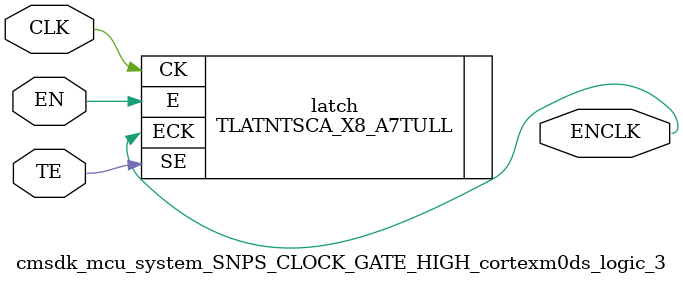
<source format=v>


module cmsdk_mcu_system ( FCLK, HCLK, SCLK, HRESETn, PORESETn, PCLK, PCLKG, 
        PRESETn, PCLKEN, HADDR, HTRANS, HSIZE, HWRITE, HWDATA, HREADY, 
        flash_hsel, flash_hreadyout, flash_hrdata, flash_hresp, sram_hsel, 
        sram_hreadyout, sram_hrdata, sram_hresp, boot_hsel, boot_hreadyout, 
        boot_hrdata, boot_hresp, APBACTIVE, SLEEPING, SLEEPDEEP, SYSRESETREQ, 
        WDOGRESETREQ, LOCKUP, LOCKUPRESET, PMUENABLE, uart0_rxd, uart0_txd, 
        uart0_txen, uart1_rxd, uart1_txd, uart1_txen, uart2_rxd, uart2_txd, 
        uart2_txen, timer0_extin, timer1_extin, p0_in, p0_out, p0_outen, 
        p0_altfunc, p1_in, p1_out, p1_outen, p1_altfunc, DFTSE, DFTSI0, DFTSO0, 
        DFTSI1, DFTSO1, DFTSI2, DFTSO2 );
  output [31:0] HADDR;
  output [1:0] HTRANS;
  output [2:0] HSIZE;
  output [31:0] HWDATA;
  input [31:0] flash_hrdata;
  input [31:0] sram_hrdata;
  input [31:0] boot_hrdata;
  input [15:0] p0_in;
  output [15:0] p0_out;
  output [15:0] p0_outen;
  output [15:0] p0_altfunc;
  input [15:0] p1_in;
  output [15:0] p1_out;
  output [15:0] p1_outen;
  output [15:0] p1_altfunc;
  input FCLK, HCLK, SCLK, HRESETn, PORESETn, PCLK, PCLKG, PRESETn, PCLKEN,
         flash_hreadyout, flash_hresp, sram_hreadyout, sram_hresp,
         boot_hreadyout, boot_hresp, uart0_rxd, uart1_rxd, uart2_rxd,
         timer0_extin, timer1_extin, DFTSE, DFTSI0, DFTSI1, DFTSI2;
  output HWRITE, HREADY, flash_hsel, sram_hsel, boot_hsel, APBACTIVE, SLEEPING,
         SLEEPDEEP, SYSRESETREQ, WDOGRESETREQ, LOCKUP, LOCKUPRESET, PMUENABLE,
         uart0_txd, uart0_txen, uart1_txd, uart1_txen, uart2_txd, uart2_txen,
         DFTSO0, DFTSO1, DFTSO2;
  wire   n887, n521, n523, n524, n525, n526, n527, n528, n529, n530, n531,
         n532, n533, n534, n535, n536, n537, n538, n539, n540, n541, n542,
         n543, n544, n545, n546, n547, n548, n549, n550, n551, n552, n553,
         n554, n555, n556, n557, n558, n559, n560, n561, n562, n563, n564,
         n565, n566, n567, n570, n571, n572, n573, n574, n575, n578, n579,
         n580, n581, n582, n583, n584, n585, n586, n587, n588, n589, n590,
         n591, n592, n593, n594, n595, n596, n597, n598, n599, n600, n601,
         n602, n603, n604, n605, n606, n607, n608, n609, n610, n611, n612,
         n613, n614, n615, n616, n617, n618, n619, n620, n621, n622, n623,
         n624, n625, n626, n627, n628, n629, n630, n631, n632, n633, n634,
         n635, n636, n637, n638, n639, n640, n641, n642, n643, n644, n645,
         n646, n647, n648, n649, n650, n651, n652, n653, n654, n655, n656,
         n657, n658, n659, n660, n661, n662, n663, n664, n665, n666, n667,
         n668, n669, n670, n671, n672, n673, n674, n675, n676, n677, n678,
         n679, n680, n681, n682, n683, n684, n685, n686, n687, n688, n689,
         n690, n691, n692, n693, n694, n695, n696, n697, n698, n699, n700,
         n701, n702, n703, n704, n705, n706, n707, n708, n709, n710, n711,
         n712, n713, n714, n715, n716, n717, n718, n719, n720, n721, n722,
         n723, n724, n725, n726, n727, n728, n729, n730, n731, n732, n733,
         n734, n735, n736, n737, n738, n739, n740, n741, n742, n743, n744,
         n745, n746, n747, n748, n749, n750, n751, n752, n753, n754, n755,
         n756, n757, n758, n759, n760, n761, n762, n763, n764, n765, n766,
         n767, n768, n769, n770, n771, n772, n773, n774, n775, n776, n777,
         n778, cm0_hresp, intisr_cm0_7, intisr_cm0_6, STCLKEN, apbsys_hsel,
         gpio0_hsel, gpio1_hsel, sysctrl_hsel, sysrom_hsel, defslv_hsel,
         defslv_hreadyout, defslv_hresp, apbsys_hreadyout, apbsys_hresp,
         watchdog_interrupt, n1109, n909, n1107, n1106, n1105, n1088, n1087,
         n1086, n1085, n1084, n908, n1083, n1079, n1078, n1077, n1076, n888,
         n319, n320, n321, n327, n780, n781, n782, n783, n784, n785, n786,
         n787, n788, n789, n790, n791, n792, n793, n907, n894, n796, n797,
         n902, n799, n800, n901, n802, n803, n904, n805, n806, n906, n808,
         n809, n810, n905, n812, n813, n900, n815, n816, n890, n889, n896,
         n820, n821, n822, n892, n824, n825, n898, n827, n828, n829, n891,
         n831, n903, n833, n834, n899, n836, n837, n897, n839, n840, n841,
         n893, n843, n895, n845, n846, n1108, n886, n1123, n1129, n1128, n1127,
         n914, n915, n916, n917, n918, n919, n920, n1126, n1125, n923, n924,
         n925, n926, n927, n928, n929, n930, n931, n932, n933, n1124, n1122,
         n1121, n1120, n1119, n1118, n1117, n1116, n1115, n1114, n1113, n1112,
         n1111, n1110, n1104, n1103, n1102, n1101, n1100, n1099, n1098, n1097,
         n1096, n1095, n1094, n1093, n1092, n1091, n1090, n1089, n1082, n1081,
         n1080, n1075, n1074, n971, n972, n973, n974, n975, n976, n977, n978,
         n979, n980, n981, n982, n983, n984, n985, n986, n987, n988, n989,
         n990, n991, n992, n993, n994, n995, n996, n997, n999, n1000, n1001,
         n1002, n1003, n1004, n1005, n1006, n1007, n1008, n1009, n1010, n1068,
         n1069, n1070, n1071, n1072, n1073, SYNOPSYS_UNCONNECTED_1,
         SYNOPSYS_UNCONNECTED_2, SYNOPSYS_UNCONNECTED_3,
         SYNOPSYS_UNCONNECTED_4, SYNOPSYS_UNCONNECTED_5,
         SYNOPSYS_UNCONNECTED_6, SYNOPSYS_UNCONNECTED_7,
         SYNOPSYS_UNCONNECTED_8, SYNOPSYS_UNCONNECTED_9,
         SYNOPSYS_UNCONNECTED_10, SYNOPSYS_UNCONNECTED_11,
         SYNOPSYS_UNCONNECTED_12, SYNOPSYS_UNCONNECTED_13,
         SYNOPSYS_UNCONNECTED_14, SYNOPSYS_UNCONNECTED_15,
         SYNOPSYS_UNCONNECTED_16, SYNOPSYS_UNCONNECTED_17,
         SYNOPSYS_UNCONNECTED_18, SYNOPSYS_UNCONNECTED_19,
         SYNOPSYS_UNCONNECTED_20, SYNOPSYS_UNCONNECTED_21,
         SYNOPSYS_UNCONNECTED_22, SYNOPSYS_UNCONNECTED_23,
         SYNOPSYS_UNCONNECTED_24, SYNOPSYS_UNCONNECTED_25,
         SYNOPSYS_UNCONNECTED_26, SYNOPSYS_UNCONNECTED_27,
         SYNOPSYS_UNCONNECTED_28, SYNOPSYS_UNCONNECTED_29,
         SYNOPSYS_UNCONNECTED_30, SYNOPSYS_UNCONNECTED_31,
         SYNOPSYS_UNCONNECTED_32, SYNOPSYS_UNCONNECTED_33,
         SYNOPSYS_UNCONNECTED_34, SYNOPSYS_UNCONNECTED_35,
         SYNOPSYS_UNCONNECTED_36, SYNOPSYS_UNCONNECTED_37,
         SYNOPSYS_UNCONNECTED_38, SYNOPSYS_UNCONNECTED_39,
         SYNOPSYS_UNCONNECTED_40, SYNOPSYS_UNCONNECTED_41,
         SYNOPSYS_UNCONNECTED_42, SYNOPSYS_UNCONNECTED_43,
         SYNOPSYS_UNCONNECTED_44, SYNOPSYS_UNCONNECTED_45,
         SYNOPSYS_UNCONNECTED_46, SYNOPSYS_UNCONNECTED_47,
         SYNOPSYS_UNCONNECTED_48, SYNOPSYS_UNCONNECTED_49,
         SYNOPSYS_UNCONNECTED_50, SYNOPSYS_UNCONNECTED_51,
         SYNOPSYS_UNCONNECTED_52, SYNOPSYS_UNCONNECTED_53,
         SYNOPSYS_UNCONNECTED_54, SYNOPSYS_UNCONNECTED_55,
         SYNOPSYS_UNCONNECTED_56, SYNOPSYS_UNCONNECTED_57,
         SYNOPSYS_UNCONNECTED_58, SYNOPSYS_UNCONNECTED_59,
         SYNOPSYS_UNCONNECTED_60, SYNOPSYS_UNCONNECTED_61,
         SYNOPSYS_UNCONNECTED_62, SYNOPSYS_UNCONNECTED_63,
         SYNOPSYS_UNCONNECTED_64, SYNOPSYS_UNCONNECTED_65,
         SYNOPSYS_UNCONNECTED_66, SYNOPSYS_UNCONNECTED_67,
         SYNOPSYS_UNCONNECTED_68, SYNOPSYS_UNCONNECTED_69,
         SYNOPSYS_UNCONNECTED_70, SYNOPSYS_UNCONNECTED_71,
         SYNOPSYS_UNCONNECTED_72, SYNOPSYS_UNCONNECTED_73,
         SYNOPSYS_UNCONNECTED_74, SYNOPSYS_UNCONNECTED_75,
         SYNOPSYS_UNCONNECTED_76, SYNOPSYS_UNCONNECTED_77,
         SYNOPSYS_UNCONNECTED_78, SYNOPSYS_UNCONNECTED_79,
         SYNOPSYS_UNCONNECTED_80, SYNOPSYS_UNCONNECTED_81,
         SYNOPSYS_UNCONNECTED_82, SYNOPSYS_UNCONNECTED_83,
         SYNOPSYS_UNCONNECTED_84, SYNOPSYS_UNCONNECTED_85,
         SYNOPSYS_UNCONNECTED_86, SYNOPSYS_UNCONNECTED_87,
         SYNOPSYS_UNCONNECTED_88, SYNOPSYS_UNCONNECTED_89,
         SYNOPSYS_UNCONNECTED_90, SYNOPSYS_UNCONNECTED_91,
         SYNOPSYS_UNCONNECTED_92, SYNOPSYS_UNCONNECTED_93,
         SYNOPSYS_UNCONNECTED_94, SYNOPSYS_UNCONNECTED_95,
         SYNOPSYS_UNCONNECTED_96, SYNOPSYS_UNCONNECTED_97,
         SYNOPSYS_UNCONNECTED_98, SYNOPSYS_UNCONNECTED_99,
         SYNOPSYS_UNCONNECTED_100, SYNOPSYS_UNCONNECTED_101,
         SYNOPSYS_UNCONNECTED_102, SYNOPSYS_UNCONNECTED_103,
         SYNOPSYS_UNCONNECTED_104, SYNOPSYS_UNCONNECTED_105,
         SYNOPSYS_UNCONNECTED_106, SYNOPSYS_UNCONNECTED_107,
         SYNOPSYS_UNCONNECTED_108, SYNOPSYS_UNCONNECTED_109,
         SYNOPSYS_UNCONNECTED_110, SYNOPSYS_UNCONNECTED_111,
         SYNOPSYS_UNCONNECTED_112, SYNOPSYS_UNCONNECTED_113,
         SYNOPSYS_UNCONNECTED_114, SYNOPSYS_UNCONNECTED_115,
         SYNOPSYS_UNCONNECTED_116, SYNOPSYS_UNCONNECTED_117,
         SYNOPSYS_UNCONNECTED_118, SYNOPSYS_UNCONNECTED_119,
         SYNOPSYS_UNCONNECTED_120, SYNOPSYS_UNCONNECTED_121,
         SYNOPSYS_UNCONNECTED_122, SYNOPSYS_UNCONNECTED_123,
         SYNOPSYS_UNCONNECTED_124, SYNOPSYS_UNCONNECTED_125,
         SYNOPSYS_UNCONNECTED_126, SYNOPSYS_UNCONNECTED_127,
         SYNOPSYS_UNCONNECTED_128, SYNOPSYS_UNCONNECTED_129,
         SYNOPSYS_UNCONNECTED_130, SYNOPSYS_UNCONNECTED_131,
         SYNOPSYS_UNCONNECTED_132, SYNOPSYS_UNCONNECTED_133,
         SYNOPSYS_UNCONNECTED_134, SYNOPSYS_UNCONNECTED_135,
         SYNOPSYS_UNCONNECTED_136, SYNOPSYS_UNCONNECTED_137,
         SYNOPSYS_UNCONNECTED_138, SYNOPSYS_UNCONNECTED_139,
         SYNOPSYS_UNCONNECTED_140, SYNOPSYS_UNCONNECTED_141,
         SYNOPSYS_UNCONNECTED_142, SYNOPSYS_UNCONNECTED_143,
         SYNOPSYS_UNCONNECTED_144, SYNOPSYS_UNCONNECTED_145,
         SYNOPSYS_UNCONNECTED_146, SYNOPSYS_UNCONNECTED_147,
         SYNOPSYS_UNCONNECTED_148, SYNOPSYS_UNCONNECTED_149,
         SYNOPSYS_UNCONNECTED_150, SYNOPSYS_UNCONNECTED_151,
         SYNOPSYS_UNCONNECTED_152, SYNOPSYS_UNCONNECTED_153,
         SYNOPSYS_UNCONNECTED_154, SYNOPSYS_UNCONNECTED_155,
         SYNOPSYS_UNCONNECTED_156, SYNOPSYS_UNCONNECTED_157,
         SYNOPSYS_UNCONNECTED_158, SYNOPSYS_UNCONNECTED_159,
         SYNOPSYS_UNCONNECTED_160, SYNOPSYS_UNCONNECTED_161,
         SYNOPSYS_UNCONNECTED_162, SYNOPSYS_UNCONNECTED_163,
         SYNOPSYS_UNCONNECTED_164, SYNOPSYS_UNCONNECTED_165,
         SYNOPSYS_UNCONNECTED_166, SYNOPSYS_UNCONNECTED_167,
         SYNOPSYS_UNCONNECTED_168, SYNOPSYS_UNCONNECTED_169,
         SYNOPSYS_UNCONNECTED_170, SYNOPSYS_UNCONNECTED_171,
         SYNOPSYS_UNCONNECTED_172, SYNOPSYS_UNCONNECTED_173,
         SYNOPSYS_UNCONNECTED_174, SYNOPSYS_UNCONNECTED_175,
         SYNOPSYS_UNCONNECTED_176, SYNOPSYS_UNCONNECTED_177,
         SYNOPSYS_UNCONNECTED_178, SYNOPSYS_UNCONNECTED_179,
         SYNOPSYS_UNCONNECTED_180, SYNOPSYS_UNCONNECTED_181,
         SYNOPSYS_UNCONNECTED_182, SYNOPSYS_UNCONNECTED_183,
         SYNOPSYS_UNCONNECTED_184, SYNOPSYS_UNCONNECTED_185,
         SYNOPSYS_UNCONNECTED_186, SYNOPSYS_UNCONNECTED_187,
         SYNOPSYS_UNCONNECTED_188, SYNOPSYS_UNCONNECTED_189,
         SYNOPSYS_UNCONNECTED_190, SYNOPSYS_UNCONNECTED_191,
         SYNOPSYS_UNCONNECTED_192, SYNOPSYS_UNCONNECTED_193,
         SYNOPSYS_UNCONNECTED_194, SYNOPSYS_UNCONNECTED_195,
         SYNOPSYS_UNCONNECTED_196, SYNOPSYS_UNCONNECTED_197,
         SYNOPSYS_UNCONNECTED_198, SYNOPSYS_UNCONNECTED_199,
         SYNOPSYS_UNCONNECTED_200, SYNOPSYS_UNCONNECTED_201,
         SYNOPSYS_UNCONNECTED_202, SYNOPSYS_UNCONNECTED_203,
         SYNOPSYS_UNCONNECTED_204, SYNOPSYS_UNCONNECTED_205,
         SYNOPSYS_UNCONNECTED_206, SYNOPSYS_UNCONNECTED_207,
         SYNOPSYS_UNCONNECTED_208, SYNOPSYS_UNCONNECTED_209,
         SYNOPSYS_UNCONNECTED_210, SYNOPSYS_UNCONNECTED_211,
         SYNOPSYS_UNCONNECTED_212, SYNOPSYS_UNCONNECTED_213,
         SYNOPSYS_UNCONNECTED_214, SYNOPSYS_UNCONNECTED_215,
         SYNOPSYS_UNCONNECTED_216, SYNOPSYS_UNCONNECTED_217,
         SYNOPSYS_UNCONNECTED_218, SYNOPSYS_UNCONNECTED_219,
         SYNOPSYS_UNCONNECTED_220, SYNOPSYS_UNCONNECTED_221,
         SYNOPSYS_UNCONNECTED_222, SYNOPSYS_UNCONNECTED_223,
         SYNOPSYS_UNCONNECTED_224, SYNOPSYS_UNCONNECTED_225,
         SYNOPSYS_UNCONNECTED_226, SYNOPSYS_UNCONNECTED_227,
         SYNOPSYS_UNCONNECTED_228, SYNOPSYS_UNCONNECTED_229,
         SYNOPSYS_UNCONNECTED_230, SYNOPSYS_UNCONNECTED_231,
         SYNOPSYS_UNCONNECTED_232, SYNOPSYS_UNCONNECTED_233,
         SYNOPSYS_UNCONNECTED_234, SYNOPSYS_UNCONNECTED_235,
         SYNOPSYS_UNCONNECTED_236, SYNOPSYS_UNCONNECTED_237,
         SYNOPSYS_UNCONNECTED_238, SYNOPSYS_UNCONNECTED_239,
         SYNOPSYS_UNCONNECTED_240, SYNOPSYS_UNCONNECTED_241,
         SYNOPSYS_UNCONNECTED_242, SYNOPSYS_UNCONNECTED_243,
         SYNOPSYS_UNCONNECTED_244, SYNOPSYS_UNCONNECTED_245,
         SYNOPSYS_UNCONNECTED_246, SYNOPSYS_UNCONNECTED_247,
         SYNOPSYS_UNCONNECTED_248, SYNOPSYS_UNCONNECTED_249,
         SYNOPSYS_UNCONNECTED_250, SYNOPSYS_UNCONNECTED_251,
         SYNOPSYS_UNCONNECTED_252, SYNOPSYS_UNCONNECTED_253,
         SYNOPSYS_UNCONNECTED_254, SYNOPSYS_UNCONNECTED_255,
         SYNOPSYS_UNCONNECTED_256, SYNOPSYS_UNCONNECTED_257,
         SYNOPSYS_UNCONNECTED_258, SYNOPSYS_UNCONNECTED_259;
  wire   [31:0] cm0_hrdata;
  wire   [31:16] intisr_cm0;
  wire   [31:0] apbsys_hrdata;
  wire   [15:0] gpio0_hrdata;
  wire   [15:0] gpio1_hrdata;
  wire   [7:0] sysctrl_hrdata;
  wire   [31:0] sysrom_hrdata;
  wire   [14:0] apbsubsys_interrupt;

  cmsdk_mcu_system_CORTEXM0INTEGRATION_1 u_cortexm0integration ( .FCLK(1'b0), 
        .SCLK(1'b0), .HCLK(HCLK), .DCLK(1'b0), .PORESETn(1'b0), .DBGRESETn(
        1'b0), .HRESETn(n793), .SWCLKTCK(1'b0), .nTRST(1'b0), .HADDR({n524, 
        n525, n526, n527, n528, n529, n530, n531, n532, n533, n534, n535, n536, 
        n537, n538, n539, n540, n541, n542, n543, n544, n545, n546, n547, n548, 
        n549, n550, n551, n552, n553, n554, n555}), .HBURST({
        SYNOPSYS_UNCONNECTED_1, SYNOPSYS_UNCONNECTED_2, SYNOPSYS_UNCONNECTED_3}), .HPROT({SYNOPSYS_UNCONNECTED_4, SYNOPSYS_UNCONNECTED_5, 
        SYNOPSYS_UNCONNECTED_6, SYNOPSYS_UNCONNECTED_7}), .HSIZE({
        SYNOPSYS_UNCONNECTED_8, n557, n558}), .HTRANS({n556, 
        SYNOPSYS_UNCONNECTED_9}), .HWDATA({n560, n561, n562, n563, n564, n565, 
        n566, n567, n889, n890, n570, n571, n572, n573, n574, n575, n829, n822, 
        n578, n579, n580, n581, n582, n583, n584, n585, n586, n587, n588, n589, 
        n590, n591}), .HRDATA(cm0_hrdata), .HREADY(n592), .HRESP(cm0_hresp), 
        .CODEHINTDE({SYNOPSYS_UNCONNECTED_10, SYNOPSYS_UNCONNECTED_11, 
        SYNOPSYS_UNCONNECTED_12}), .SWDITMS(1'b0), .TDI(1'b0), .DBGRESTART(
        1'b0), .EDBGRQ(1'b0), .NMI(watchdog_interrupt), .IRQ({intisr_cm0, 1'b0, 
        apbsubsys_interrupt[14:12], 1'b0, apbsubsys_interrupt[10:8], 
        intisr_cm0_7, intisr_cm0_6, apbsubsys_interrupt[5:0]}), .RXEV(1'b0), 
        .LOCKUP(n667), .STCALIB({1'b0, 1'b0, 1'b0, 1'b0, 1'b0, 1'b0, 1'b0, 
        1'b0, 1'b0, 1'b0, 1'b0, 1'b0, 1'b0, 1'b0, 1'b0, 1'b0, 1'b0, 1'b0, 1'b0, 
        1'b0, 1'b0, 1'b0, 1'b0, 1'b0, 1'b0, 1'b0}), .STCLKEN(STCLKEN), 
        .IRQLATENCY({1'b0, 1'b0, 1'b0, 1'b0, 1'b0, 1'b0, 1'b0, 1'b0}), 
        .ECOREVNUM({1'b0, 1'b0, 1'b0, 1'b0, 1'b0, 1'b0, 1'b0, 1'b0, 1'b0, 1'b0, 
        1'b0, 1'b0, 1'b0, 1'b0, 1'b0, 1'b0, 1'b0, 1'b0, 1'b0, 1'b0, 1'b0, 1'b0, 
        1'b0, 1'b0, 1'b0, 1'b0, 1'b0, 1'b0}), .SLEEPING(n664), .WICSENSE({
        SYNOPSYS_UNCONNECTED_13, SYNOPSYS_UNCONNECTED_14, 
        SYNOPSYS_UNCONNECTED_15, SYNOPSYS_UNCONNECTED_16, 
        SYNOPSYS_UNCONNECTED_17, SYNOPSYS_UNCONNECTED_18, 
        SYNOPSYS_UNCONNECTED_19, SYNOPSYS_UNCONNECTED_20, 
        SYNOPSYS_UNCONNECTED_21, SYNOPSYS_UNCONNECTED_22, 
        SYNOPSYS_UNCONNECTED_23, SYNOPSYS_UNCONNECTED_24, 
        SYNOPSYS_UNCONNECTED_25, SYNOPSYS_UNCONNECTED_26, 
        SYNOPSYS_UNCONNECTED_27, SYNOPSYS_UNCONNECTED_28, 
        SYNOPSYS_UNCONNECTED_29, SYNOPSYS_UNCONNECTED_30, 
        SYNOPSYS_UNCONNECTED_31, SYNOPSYS_UNCONNECTED_32, 
        SYNOPSYS_UNCONNECTED_33, SYNOPSYS_UNCONNECTED_34, 
        SYNOPSYS_UNCONNECTED_35, SYNOPSYS_UNCONNECTED_36, 
        SYNOPSYS_UNCONNECTED_37, SYNOPSYS_UNCONNECTED_38, 
        SYNOPSYS_UNCONNECTED_39, SYNOPSYS_UNCONNECTED_40, 
        SYNOPSYS_UNCONNECTED_41, SYNOPSYS_UNCONNECTED_42, 
        SYNOPSYS_UNCONNECTED_43, SYNOPSYS_UNCONNECTED_44, 
        SYNOPSYS_UNCONNECTED_45, SYNOPSYS_UNCONNECTED_46}), .SLEEPHOLDREQn(
        1'b0), .WICENREQ(1'b0), .CDBGPWRUPACK(1'b0), .SE(1'b0), .RSTBYPASS(
        1'b0), .IN1(n327), .HWRITE_BAR(n559), .SYSRESETREQ_BAR(n665), .IN0(
        n319), .IN2(n845), .IN3(n895), .IN4(n843), .IN5(n893), .IN6(n841), 
        .IN7(n840), .IN8(n839), .IN9(n897), .IN10(n836), .IN11(n899), .IN12(
        n833), .IN13(n903), .IN14(n831), .IN15(n891), .IN16(n828), .IN17(n827), 
        .IN18(n898), .IN19(n824), .IN20(n892), .IN21(n821), .IN22(n820), 
        .IN23(n896), .IN24(n815), .IN25(n900), .IN26(n813), .IN27(n812), 
        .IN28(n905), .IN29(n809), .IN30(n808), .IN31(n906), .IN32(n589), 
        .IN33(n805), .IN34(n589), .IN35(n803), .IN36(n802), .IN37(n586), 
        .IN38(n799), .IN39(n902), .IN40(n796), .IN41(n894), .IN42(n792), 
        .IN43(n789), .IN44(n788), .IN45(n786), .IN46(n785), .IN47(n784), 
        .IN48(n783), .IN49(n782), .IN50(n781), .IN51(n780), .IN52(n887), 
        .DFTSI2(n916), .DFTSI1(n925), .DFTSO2(n915), .DFTSO1(n924), .DFTSE(
        n1008), .IN53(n1007), .IN54(n1006), .IN55(n1005), .IN56(n1003), .IN57(
        n1002), .IN58(n1001), .IN59(n999), .IN60(n972), .IN61(n994), .IN62(
        n991), .IN63(n990), .IN64(n989), .IN65(n1073), .IN66(n985), .IN67(n984), .IN68(n983), .IN69(n1068), .IN70(n979), .IN71(n978), .IN72(n977), .IN73(n976), .IN74(n1072), .IN75(n972), .IN76(n971), .IN77(n1123) );
  cmsdk_mcu_system_cmsdk_mcu_addr_decode_40010000_40011000_0_f0000000_1 u_addr_decode ( 
        .haddr({n524, n525, n526, n527, n528, n529, n530, n531, n532, n533, 
        n534, n535, n536, n537, n538, n539, n540, n541, n542, n543, 1'b0, 1'b0, 
        1'b0, 1'b0, 1'b0, 1'b0, 1'b0, 1'b0, 1'b0, 1'b0, 1'b0, 1'b0}), 
        .remap_ctrl(1'b0), .flash_hsel(n593), .sram_hsel(n628), .apbsys_hsel(
        apbsys_hsel), .gpio0_hsel(gpio0_hsel), .gpio1_hsel(gpio1_hsel), 
        .sysctrl_hsel(sysctrl_hsel), .sysrom_hsel(sysrom_hsel), .defslv_hsel(
        defslv_hsel) );
  cmsdk_mcu_system_cmsdk_ahb_slave_mux_PORT0_ENABLE1_PORT1_ENABLE1_PORT2_ENABLE0_PORT3_ENABLE1_PORT4_ENABLE1_PORT5_ENABLE1_PORT6_ENABLE1_PORT7_ENABLE1_PORT8_ENABLE1_PORT9_ENABLE0_DW32_1 u_ahb_slave_mux_sys_bus ( 
        .HCLK(1'b0), .HRESETn(n792), .HREADY(1'b0), .HSEL0(n593), .HREADYOUT0(
        n594), .HRESP0(n627), .HRDATA0({n595, n596, n597, n598, n599, n600, 
        n601, n602, n603, n604, n605, n606, n607, n608, n609, n610, n611, n612, 
        n613, n614, n615, n616, n617, n618, n619, n620, n621, n622, n623, n624, 
        n625, n626}), .HSEL1(n628), .HREADYOUT1(n629), .HRESP1(n662), 
        .HRDATA1({n630, n631, n632, n633, n634, n635, n636, n637, n638, n639, 
        n640, n641, n642, n643, n644, n645, n646, n647, n648, n649, n650, n651, 
        n652, n653, n654, n655, n656, n657, n658, n659, n660, n661}), .HSEL2(
        1'b0), .HREADYOUT2(1'b0), .HRESP2(1'b0), .HRDATA2({1'b0, 1'b0, 1'b0, 
        1'b0, 1'b0, 1'b0, 1'b0, 1'b0, 1'b0, 1'b0, 1'b0, 1'b0, 1'b0, 1'b0, 1'b0, 
        1'b0, 1'b0, 1'b0, 1'b0, 1'b0, 1'b0, 1'b0, 1'b0, 1'b0, 1'b0, 1'b0, 1'b0, 
        1'b0, 1'b0, 1'b0, 1'b0, 1'b0}), .HSEL3(defslv_hsel), .HREADYOUT3(
        defslv_hreadyout), .HRESP3(defslv_hresp), .HRDATA3({1'b0, 1'b0, 1'b0, 
        1'b0, 1'b0, 1'b0, 1'b0, 1'b0, 1'b0, 1'b0, 1'b0, 1'b0, 1'b0, 1'b0, 1'b0, 
        1'b0, 1'b0, 1'b0, 1'b0, 1'b0, 1'b0, 1'b0, 1'b0, 1'b0, 1'b0, 1'b0, 1'b0, 
        1'b0, 1'b0, 1'b0, 1'b0, 1'b0}), .HSEL4(apbsys_hsel), .HREADYOUT4(
        apbsys_hreadyout), .HRESP4(apbsys_hresp), .HRDATA4(apbsys_hrdata), 
        .HSEL5(gpio0_hsel), .HREADYOUT5(1'b0), .HRESP5(1'b0), .HRDATA5({1'b0, 
        1'b0, 1'b0, 1'b0, 1'b0, 1'b0, 1'b0, 1'b0, 1'b0, 1'b0, 1'b0, 1'b0, 1'b0, 
        1'b0, 1'b0, 1'b0, gpio0_hrdata}), .HSEL6(gpio1_hsel), .HREADYOUT6(1'b0), .HRESP6(1'b0), .HRDATA6({1'b0, 1'b0, 1'b0, 1'b0, 1'b0, 1'b0, 1'b0, 1'b0, 
        1'b0, 1'b0, 1'b0, 1'b0, 1'b0, 1'b0, 1'b0, 1'b0, gpio1_hrdata}), 
        .HSEL7(sysctrl_hsel), .HREADYOUT7(1'b0), .HRESP7(1'b0), .HRDATA7({1'b0, 
        1'b0, 1'b0, 1'b0, 1'b0, 1'b0, 1'b0, 1'b0, 1'b0, 1'b0, 1'b0, 1'b0, 1'b0, 
        1'b0, 1'b0, 1'b0, 1'b0, 1'b0, 1'b0, 1'b0, 1'b0, 1'b0, 1'b0, 1'b0, 
        sysctrl_hrdata}), .HSEL8(sysrom_hsel), .HREADYOUT8(1'b0), .HRESP8(1'b0), .HRDATA8({sysrom_hrdata[31], 1'b0, 1'b0, sysrom_hrdata[28], 1'b0, 1'b0, 1'b0, 
        1'b0, 1'b0, 1'b0, sysrom_hrdata[21], 1'b0, 1'b0, 1'b0, 1'b0, 1'b0, 
        1'b0, 1'b0, 1'b0, 1'b0, 1'b0, 1'b0, 1'b0, 1'b0, sysrom_hrdata[7], 1'b0, 
        sysrom_hrdata[5:0]}), .HSEL9(1'b0), .HREADYOUT9(1'b0), .HRESP9(1'b0), 
        .HRDATA9({1'b0, 1'b0, 1'b0, 1'b0, 1'b0, 1'b0, 1'b0, 1'b0, 1'b0, 1'b0, 
        1'b0, 1'b0, 1'b0, 1'b0, 1'b0, 1'b0, 1'b0, 1'b0, 1'b0, 1'b0, 1'b0, 1'b0, 
        1'b0, 1'b0, 1'b0, 1'b0, 1'b0, 1'b0, 1'b0, 1'b0, 1'b0, 1'b0}), 
        .HREADYOUT(n592), .HRESP(cm0_hresp), .HRDATA(cm0_hrdata), .IN0(n319), 
        .IN1(n786), .IN2(n785), .DFTSI2(n919), .DFTSI1(n928), .DFTSO2(n918), 
        .DFTSO1(n927), .DFTSE(n991), .IN3(n1068), .IN4(n979) );
  cmsdk_mcu_system_cmsdk_ahb_default_slave_1 u_ahb_default_slave_1 ( .HCLK(
        HCLK), .HRESETn(n791), .HSEL(defslv_hsel), .HTRANS({n556, 1'b0}), 
        .HREADY(n907), .HREADYOUT(defslv_hreadyout), .HRESP(defslv_hresp), 
        .IN0(n785), .DFTSI(n929), .DFTSE(n1068) );
  cmsdk_mcu_system_cmsdk_ahb_cs_rom_table_f0000000_e00ff000_1_f0200000_0_1 u_system_rom_table ( 
        .HCLK(1'b0), .HSEL(sysrom_hsel), .HADDR({1'b0, 1'b0, 1'b0, 1'b0, 1'b0, 
        1'b0, 1'b0, 1'b0, 1'b0, 1'b0, 1'b0, 1'b0, 1'b0, 1'b0, 1'b0, 1'b0, 1'b0, 
        1'b0, 1'b0, 1'b0, n544, n545, n546, n547, n548, n549, n550, n551, n552, 
        n553, 1'b0, 1'b0}), .HBURST({1'b0, 1'b0, 1'b0}), .HMASTLOCK(1'b0), 
        .HPROT({1'b0, 1'b0, 1'b0, 1'b0}), .HSIZE({1'b0, 1'b0, 1'b0}), .HTRANS(
        {n556, 1'b0}), .HWDATA({1'b0, 1'b0, 1'b0, 1'b0, 1'b0, 1'b0, 1'b0, 1'b0, 
        1'b0, 1'b0, 1'b0, 1'b0, 1'b0, 1'b0, 1'b0, 1'b0, 1'b0, 1'b0, 1'b0, 1'b0, 
        1'b0, 1'b0, 1'b0, 1'b0, 1'b0, 1'b0, 1'b0, 1'b0, 1'b0, 1'b0, 1'b0, 1'b0}), .HWRITE(1'b0), .HREADY(1'b0), .ECOREVNUM({1'b0, 1'b0, 1'b0, 1'b0}), 
        .HRDATA({sysrom_hrdata[31], SYNOPSYS_UNCONNECTED_47, 
        SYNOPSYS_UNCONNECTED_48, sysrom_hrdata[28], SYNOPSYS_UNCONNECTED_49, 
        SYNOPSYS_UNCONNECTED_50, SYNOPSYS_UNCONNECTED_51, 
        SYNOPSYS_UNCONNECTED_52, SYNOPSYS_UNCONNECTED_53, 
        SYNOPSYS_UNCONNECTED_54, sysrom_hrdata[21], SYNOPSYS_UNCONNECTED_55, 
        SYNOPSYS_UNCONNECTED_56, SYNOPSYS_UNCONNECTED_57, 
        SYNOPSYS_UNCONNECTED_58, SYNOPSYS_UNCONNECTED_59, 
        SYNOPSYS_UNCONNECTED_60, SYNOPSYS_UNCONNECTED_61, 
        SYNOPSYS_UNCONNECTED_62, SYNOPSYS_UNCONNECTED_63, 
        SYNOPSYS_UNCONNECTED_64, SYNOPSYS_UNCONNECTED_65, 
        SYNOPSYS_UNCONNECTED_66, SYNOPSYS_UNCONNECTED_67, sysrom_hrdata[7], 
        SYNOPSYS_UNCONNECTED_68, sysrom_hrdata[5:0]}), .IN0(n327), .DFTSI2(
        n915), .DFTSI1(n924), .DFTSO2(n914), .DFTSO1(n923), .DFTSE(n979) );
  cmsdk_mcu_system_cmsdk_mcu_sysctrl_BE0_1 u_cmsdk_mcu_sysctrl ( .HCLK(HCLK), 
        .HRESETn(n787), .FCLK(FCLK), .PORESETn(n521), .HSEL(sysctrl_hsel), 
        .HREADY(n907), .HTRANS({n556, 1'b0}), .HSIZE({1'b0, n557, n558}), 
        .HADDR({n544, n545, n546, n547, n548, n549, n550, n551, n552, n553, 
        n554, n555}), .HWDATA({1'b0, 1'b0, 1'b0, 1'b0, 1'b0, 1'b0, 1'b0, 1'b0, 
        1'b0, 1'b0, 1'b0, 1'b0, 1'b0, 1'b0, 1'b0, 1'b0, 1'b0, 1'b0, 1'b0, 1'b0, 
        1'b0, 1'b0, 1'b0, 1'b0, 1'b0, 1'b0, 1'b0, 1'b0, 1'b0, n589, n590, n591}), .HRDATA({SYNOPSYS_UNCONNECTED_69, SYNOPSYS_UNCONNECTED_70, 
        SYNOPSYS_UNCONNECTED_71, SYNOPSYS_UNCONNECTED_72, 
        SYNOPSYS_UNCONNECTED_73, SYNOPSYS_UNCONNECTED_74, 
        SYNOPSYS_UNCONNECTED_75, SYNOPSYS_UNCONNECTED_76, 
        SYNOPSYS_UNCONNECTED_77, SYNOPSYS_UNCONNECTED_78, 
        SYNOPSYS_UNCONNECTED_79, SYNOPSYS_UNCONNECTED_80, 
        SYNOPSYS_UNCONNECTED_81, SYNOPSYS_UNCONNECTED_82, 
        SYNOPSYS_UNCONNECTED_83, SYNOPSYS_UNCONNECTED_84, 
        SYNOPSYS_UNCONNECTED_85, SYNOPSYS_UNCONNECTED_86, 
        SYNOPSYS_UNCONNECTED_87, SYNOPSYS_UNCONNECTED_88, 
        SYNOPSYS_UNCONNECTED_89, SYNOPSYS_UNCONNECTED_90, 
        SYNOPSYS_UNCONNECTED_91, SYNOPSYS_UNCONNECTED_92, sysctrl_hrdata}), 
        .WDOGRESETREQ(n666), .LOCKUP(n667), .ECOREVNUM({1'b0, 1'b0, 1'b0, 1'b0}), .LOCKUPRESET(n668), .IN1(n327), .HWRITE_BAR(n559), .SYSRESETREQ_BAR(n665), 
        .IN0(n319), .IN2(n886), .DFTSI3(n917), .DFTSI2(n926), .DFTSI1(STCLKEN), 
        .DFTSO3(n916), .DFTSO2(n925), .DFTSO1(n929), .DFTSE(n1000), .IN3(n979)
         );
  cmsdk_mcu_system_cmsdk_ahb_gpio_0000_0000_0_1 u_ahb_gpio_0 ( .HCLK(HCLK), 
        .HRESETn(n793), .FCLK(FCLK), .HSEL(gpio0_hsel), .HREADY(n907), 
        .HTRANS({n556, 1'b0}), .HSIZE({1'b0, n557, n558}), .HADDR({n544, n545, 
        n546, n547, n548, n549, n550, n551, n552, n553, n554, n555}), 
        .ECOREVNUM({1'b0, 1'b0, 1'b0, 1'b0}), .PORTIN({n680, n681, n682, n683, 
        n684, n685, n686, n687, n688, n689, n690, n691, n692, n693, n694, n695}), .HRDATA({SYNOPSYS_UNCONNECTED_93, SYNOPSYS_UNCONNECTED_94, 
        SYNOPSYS_UNCONNECTED_95, SYNOPSYS_UNCONNECTED_96, 
        SYNOPSYS_UNCONNECTED_97, SYNOPSYS_UNCONNECTED_98, 
        SYNOPSYS_UNCONNECTED_99, SYNOPSYS_UNCONNECTED_100, 
        SYNOPSYS_UNCONNECTED_101, SYNOPSYS_UNCONNECTED_102, 
        SYNOPSYS_UNCONNECTED_103, SYNOPSYS_UNCONNECTED_104, 
        SYNOPSYS_UNCONNECTED_105, SYNOPSYS_UNCONNECTED_106, 
        SYNOPSYS_UNCONNECTED_107, SYNOPSYS_UNCONNECTED_108, gpio0_hrdata}), 
        .PORTOUT({n696, n697, n698, n699, n700, n701, n702, n703, n704, n705, 
        n706, n707, n708, n709, n710, n711}), .PORTEN({n712, n713, n714, n715, 
        n716, n717, n718, n719, n720, n721, n722, n723, n724, n725, n726, n727}), .PORTFUNC({SYNOPSYS_UNCONNECTED_109, SYNOPSYS_UNCONNECTED_110, 
        SYNOPSYS_UNCONNECTED_111, SYNOPSYS_UNCONNECTED_112, 
        SYNOPSYS_UNCONNECTED_113, SYNOPSYS_UNCONNECTED_114, 
        SYNOPSYS_UNCONNECTED_115, SYNOPSYS_UNCONNECTED_116, 
        SYNOPSYS_UNCONNECTED_117, SYNOPSYS_UNCONNECTED_118, 
        SYNOPSYS_UNCONNECTED_119, SYNOPSYS_UNCONNECTED_120, 
        SYNOPSYS_UNCONNECTED_121, SYNOPSYS_UNCONNECTED_122, 
        SYNOPSYS_UNCONNECTED_123, SYNOPSYS_UNCONNECTED_124}), .GPIOINT(
        intisr_cm0), .COMBINT(intisr_cm0_6), .HWRITE_BAR(n559), .IN0(n893), 
        .IN1(n897), .IN2(n899), .IN3(n903), .IN4(n891), .IN5(n898), .IN6(n896), 
        .IN7(n900), .IN8(n590), .IN9(n591), .IN10(n901), .IN11(n902), .IN12(
        n792), .IN13(n790), .IN14(n780), .IN15(n788), .IN16(n788), .IN17(n783), 
        .IN18(n781), .IN19(n780), .HWDATA_31_(1'b0), .HWDATA_30_(1'b0), 
        .HWDATA_29_(1'b0), .HWDATA_28_(1'b0), .HWDATA_27_(1'b0), .HWDATA_26_(
        1'b0), .HWDATA_25_(1'b0), .HWDATA_24_(1'b0), .HWDATA_23_(1'b0), 
        .HWDATA_22_(1'b0), .HWDATA_21_(1'b0), .HWDATA_20_(1'b0), .HWDATA_19_(
        1'b0), .HWDATA_18_(1'b0), .HWDATA_17_(1'b0), .HWDATA_16_(1'b0), 
        .HWDATA_15__BAR(n831), .HWDATA_14_(n825), .HWDATA_13__BAR(n843), 
        .HWDATA_12_(n579), .HWDATA_11_(n846), .HWDATA_10__BAR(n820), 
        .HWDATA_9__BAR(n839), .HWDATA_8__BAR(n827), .HWDATA_7__BAR(n836), 
        .HWDATA_6__BAR(n815), .HWDATA_5__BAR(n802), .HWDATA_4__BAR(n799), 
        .HWDATA_3__BAR(n833), .HWDATA_2_(n589), .HWDATA_1__BAR(n812), 
        .HWDATA_0__BAR(n810), .DFTSI3(n1126), .DFTSI2(n932), .DFTSI1(n1124), 
        .DFTSO3(n920), .DFTSO2(n931), .DFTSO1(n933), .DFTSE(n1006), .IN20(
        n1003), .IN21(n995), .IN22(n995), .IN23(n993), .IN24(n992), .IN25(n991), .IN26(n989), .IN27(n1073), .IN28(n987), .IN29(n986), .IN30(n984), .IN31(
        n1071), .IN32(n974), .IN33(n1069), .IN34(n1123) );
  cmsdk_mcu_system_cmsdk_ahb_gpio_002a_0000_0_1 u_ahb_gpio_1 ( .HCLK(HCLK), 
        .HRESETn(n793), .FCLK(FCLK), .HSEL(gpio1_hsel), .HREADY(n907), 
        .HTRANS({n556, 1'b0}), .HSIZE({1'b0, n557, n558}), .HADDR({n544, n545, 
        n546, n547, n548, n549, n550, n551, n552, n553, n554, n555}), 
        .ECOREVNUM({1'b0, 1'b0, 1'b0, 1'b0}), .PORTIN({n728, n729, n730, n731, 
        n732, n733, n734, n735, n736, n737, n738, n739, n740, n741, n742, n743}), .HRDATA({SYNOPSYS_UNCONNECTED_125, SYNOPSYS_UNCONNECTED_126, 
        SYNOPSYS_UNCONNECTED_127, SYNOPSYS_UNCONNECTED_128, 
        SYNOPSYS_UNCONNECTED_129, SYNOPSYS_UNCONNECTED_130, 
        SYNOPSYS_UNCONNECTED_131, SYNOPSYS_UNCONNECTED_132, 
        SYNOPSYS_UNCONNECTED_133, SYNOPSYS_UNCONNECTED_134, 
        SYNOPSYS_UNCONNECTED_135, SYNOPSYS_UNCONNECTED_136, 
        SYNOPSYS_UNCONNECTED_137, SYNOPSYS_UNCONNECTED_138, 
        SYNOPSYS_UNCONNECTED_139, SYNOPSYS_UNCONNECTED_140, gpio1_hrdata}), 
        .PORTOUT({n744, n745, n746, n747, n748, n749, n750, n751, n752, n753, 
        n754, n755, n756, n757, n758, n759}), .PORTEN({n760, n761, n762, n763, 
        n764, n765, n766, n767, n768, n769, n770, n771, n772, n773, n774, n775}), .PORTFUNC({SYNOPSYS_UNCONNECTED_141, SYNOPSYS_UNCONNECTED_142, 
        SYNOPSYS_UNCONNECTED_143, SYNOPSYS_UNCONNECTED_144, 
        SYNOPSYS_UNCONNECTED_145, SYNOPSYS_UNCONNECTED_146, 
        SYNOPSYS_UNCONNECTED_147, SYNOPSYS_UNCONNECTED_148, 
        SYNOPSYS_UNCONNECTED_149, SYNOPSYS_UNCONNECTED_150, n776, 
        SYNOPSYS_UNCONNECTED_151, n777, SYNOPSYS_UNCONNECTED_152, n778, 
        SYNOPSYS_UNCONNECTED_153}), .GPIOINT({SYNOPSYS_UNCONNECTED_154, 
        SYNOPSYS_UNCONNECTED_155, SYNOPSYS_UNCONNECTED_156, 
        SYNOPSYS_UNCONNECTED_157, SYNOPSYS_UNCONNECTED_158, 
        SYNOPSYS_UNCONNECTED_159, SYNOPSYS_UNCONNECTED_160, 
        SYNOPSYS_UNCONNECTED_161, SYNOPSYS_UNCONNECTED_162, 
        SYNOPSYS_UNCONNECTED_163, SYNOPSYS_UNCONNECTED_164, 
        SYNOPSYS_UNCONNECTED_165, SYNOPSYS_UNCONNECTED_166, 
        SYNOPSYS_UNCONNECTED_167, SYNOPSYS_UNCONNECTED_168, 
        SYNOPSYS_UNCONNECTED_169}), .COMBINT(intisr_cm0_7), .HWRITE_BAR(n559), 
        .IN0(n895), .IN1(n891), .IN2(n892), .IN3(n906), .IN4(n904), .IN5(n894), 
        .IN6(n791), .IN7(n787), .IN8(n784), .IN9(n783), .IN10(n780), 
        .HWDATA_31_(1'b0), .HWDATA_30_(1'b0), .HWDATA_29_(1'b0), .HWDATA_28_(
        1'b0), .HWDATA_27_(1'b0), .HWDATA_26_(1'b0), .HWDATA_25_(1'b0), 
        .HWDATA_24_(1'b0), .HWDATA_23_(1'b0), .HWDATA_22_(1'b0), .HWDATA_21_(
        1'b0), .HWDATA_20_(1'b0), .HWDATA_19_(1'b0), .HWDATA_18_(1'b0), 
        .HWDATA_17_(1'b0), .HWDATA_16_(1'b0), .HWDATA_15__BAR(n831), 
        .HWDATA_14__BAR(n824), .HWDATA_13_(n841), .HWDATA_12__BAR(n796), 
        .HWDATA_11__BAR(n845), .HWDATA_10_(n821), .HWDATA_9_(n840), 
        .HWDATA_8_(n828), .HWDATA_7_(n837), .HWDATA_6_(n816), .HWDATA_5_(n586), 
        .HWDATA_4_(n587), .HWDATA_3_(n588), .HWDATA_2__BAR(n805), .HWDATA_1_(
        n813), .HWDATA_0__BAR(n808), .DFTSI4(n920), .DFTSI3(defslv_hresp), 
        .DFTSI2(n931), .DFTSI1(n933), .DFTSO4(n919), .DFTSO3(n928), .DFTSO2(
        n930), .DFTSO1(n932), .DFTSE(n1004), .IN11(n1003), .IN12(n1000), 
        .IN13(n997), .IN14(n996), .IN15(n994), .IN16(n972), .IN17(n982), 
        .IN18(n981), .IN19(n980), .IN20(n979), .IN21(n978), .IN22(n972) );
  cmsdk_mcu_system_cmsdk_apb_subsystem_APB_EXT_PORT12_ENABLE0_APB_EXT_PORT13_ENABLE0_APB_EXT_PORT14_ENABLE0_APB_EXT_PORT15_ENABLE0_INCLUDE_IRQ_SYNCHRONIZER0_INCLUDE_APB_TEST_SLAVE1_INCLUDE_APB_TIMER01_INCLUDE_APB_TIMER11_INCLUDE_APB_DUALTIMER01_INCLUDE_APB_UART01_INCLUDE_APB_UART11_INCLUDE_APB_UART21_INCLUDE_APB_WATCHDOG1_BE0_1 u_apb_subsystem ( 
        .HCLK(HCLK), .HRESETn(n791), .HSEL(apbsys_hsel), .HADDR({n540, n541, 
        n542, n543, n544, n545, n546, n547, n548, n549, n550, n551, n552, n553, 
        n554, n555}), .HTRANS({n556, 1'b0}), .HSIZE({1'b0, n557, n558}), 
        .HPROT({1'b0, 1'b0, 1'b0, 1'b0}), .HREADY(n592), .HREADYOUT(
        apbsys_hreadyout), .HRDATA(apbsys_hrdata), .HRESP(apbsys_hresp), 
        .PCLK(PCLK), .PCLKG(PCLKG), .PCLKEN(n523), .PRESETn(n888), .PADDR({
        SYNOPSYS_UNCONNECTED_170, SYNOPSYS_UNCONNECTED_171, 
        SYNOPSYS_UNCONNECTED_172, SYNOPSYS_UNCONNECTED_173, 
        SYNOPSYS_UNCONNECTED_174, SYNOPSYS_UNCONNECTED_175, 
        SYNOPSYS_UNCONNECTED_176, SYNOPSYS_UNCONNECTED_177, 
        SYNOPSYS_UNCONNECTED_178, SYNOPSYS_UNCONNECTED_179, 
        SYNOPSYS_UNCONNECTED_180, SYNOPSYS_UNCONNECTED_181}), .PWDATA({
        SYNOPSYS_UNCONNECTED_182, SYNOPSYS_UNCONNECTED_183, 
        SYNOPSYS_UNCONNECTED_184, SYNOPSYS_UNCONNECTED_185, 
        SYNOPSYS_UNCONNECTED_186, SYNOPSYS_UNCONNECTED_187, 
        SYNOPSYS_UNCONNECTED_188, SYNOPSYS_UNCONNECTED_189, 
        SYNOPSYS_UNCONNECTED_190, SYNOPSYS_UNCONNECTED_191, 
        SYNOPSYS_UNCONNECTED_192, SYNOPSYS_UNCONNECTED_193, 
        SYNOPSYS_UNCONNECTED_194, SYNOPSYS_UNCONNECTED_195, 
        SYNOPSYS_UNCONNECTED_196, SYNOPSYS_UNCONNECTED_197, 
        SYNOPSYS_UNCONNECTED_198, SYNOPSYS_UNCONNECTED_199, 
        SYNOPSYS_UNCONNECTED_200, SYNOPSYS_UNCONNECTED_201, 
        SYNOPSYS_UNCONNECTED_202, SYNOPSYS_UNCONNECTED_203, 
        SYNOPSYS_UNCONNECTED_204, SYNOPSYS_UNCONNECTED_205, 
        SYNOPSYS_UNCONNECTED_206, SYNOPSYS_UNCONNECTED_207, 
        SYNOPSYS_UNCONNECTED_208, SYNOPSYS_UNCONNECTED_209, 
        SYNOPSYS_UNCONNECTED_210, SYNOPSYS_UNCONNECTED_211, 
        SYNOPSYS_UNCONNECTED_212, SYNOPSYS_UNCONNECTED_213}), .ext12_prdata({
        1'b0, 1'b0, 1'b0, 1'b0, 1'b0, 1'b0, 1'b0, 1'b0, 1'b0, 1'b0, 1'b0, 1'b0, 
        1'b0, 1'b0, 1'b0, 1'b0, 1'b0, 1'b0, 1'b0, 1'b0, 1'b0, 1'b0, 1'b0, 1'b0, 
        1'b0, 1'b0, 1'b0, 1'b0, 1'b0, 1'b0, 1'b0, 1'b0}), .ext12_pready(1'b0), 
        .ext12_pslverr(1'b0), .ext13_prdata({1'b0, 1'b0, 1'b0, 1'b0, 1'b0, 
        1'b0, 1'b0, 1'b0, 1'b0, 1'b0, 1'b0, 1'b0, 1'b0, 1'b0, 1'b0, 1'b0, 1'b0, 
        1'b0, 1'b0, 1'b0, 1'b0, 1'b0, 1'b0, 1'b0, 1'b0, 1'b0, 1'b0, 1'b0, 1'b0, 
        1'b0, 1'b0, 1'b0}), .ext13_pready(1'b0), .ext13_pslverr(1'b0), 
        .ext14_prdata({1'b0, 1'b0, 1'b0, 1'b0, 1'b0, 1'b0, 1'b0, 1'b0, 1'b0, 
        1'b0, 1'b0, 1'b0, 1'b0, 1'b0, 1'b0, 1'b0, 1'b0, 1'b0, 1'b0, 1'b0, 1'b0, 
        1'b0, 1'b0, 1'b0, 1'b0, 1'b0, 1'b0, 1'b0, 1'b0, 1'b0, 1'b0, 1'b0}), 
        .ext14_pready(1'b0), .ext14_pslverr(1'b0), .ext15_prdata({1'b0, 1'b0, 
        1'b0, 1'b0, 1'b0, 1'b0, 1'b0, 1'b0, 1'b0, 1'b0, 1'b0, 1'b0, 1'b0, 1'b0, 
        1'b0, 1'b0, 1'b0, 1'b0, 1'b0, 1'b0, 1'b0, 1'b0, 1'b0, 1'b0, 1'b0, 1'b0, 
        1'b0, 1'b0, 1'b0, 1'b0, 1'b0, 1'b0}), .ext15_pready(1'b0), 
        .ext15_pslverr(1'b0), .APBACTIVE(n663), .uart0_rxd(n669), .uart0_txd(
        n670), .uart0_txen(n671), .uart1_rxd(n672), .uart1_txd(n673), 
        .uart1_txen(n674), .uart2_rxd(n675), .uart2_txd(n676), .uart2_txen(
        n677), .timer0_extin(n678), .timer1_extin(n679), .apbsubsys_interrupt(
        {SYNOPSYS_UNCONNECTED_214, SYNOPSYS_UNCONNECTED_215, 
        SYNOPSYS_UNCONNECTED_216, SYNOPSYS_UNCONNECTED_217, 
        SYNOPSYS_UNCONNECTED_218, SYNOPSYS_UNCONNECTED_219, 
        SYNOPSYS_UNCONNECTED_220, SYNOPSYS_UNCONNECTED_221, 
        SYNOPSYS_UNCONNECTED_222, SYNOPSYS_UNCONNECTED_223, 
        SYNOPSYS_UNCONNECTED_224, SYNOPSYS_UNCONNECTED_225, 
        SYNOPSYS_UNCONNECTED_226, SYNOPSYS_UNCONNECTED_227, 
        SYNOPSYS_UNCONNECTED_228, SYNOPSYS_UNCONNECTED_229, 
        SYNOPSYS_UNCONNECTED_230, apbsubsys_interrupt[14:12], 
        SYNOPSYS_UNCONNECTED_231, apbsubsys_interrupt[10:8], 
        SYNOPSYS_UNCONNECTED_232, SYNOPSYS_UNCONNECTED_233, 
        apbsubsys_interrupt[5:0]}), .watchdog_interrupt(watchdog_interrupt), 
        .watchdog_reset(n666), .HWRITE_BAR(n559), .IN0(n895), .IN1(n895), 
        .IN2(n895), .IN3(n895), .IN4(n841), .IN5(n841), .IN6(n841), .IN7(n841), 
        .IN8(n897), .IN9(n897), .IN10(n897), .IN11(n582), .IN12(n897), .IN13(
        n899), .IN14(n899), .IN15(n899), .IN16(n899), .IN17(n899), .IN18(n899), 
        .IN19(n903), .IN20(n903), .IN21(n903), .IN22(n903), .IN23(n588), 
        .IN24(n903), .IN25(n829), .IN26(n898), .IN27(n898), .IN28(n898), 
        .IN29(n898), .IN30(n898), .IN31(n892), .IN32(n892), .IN33(n892), 
        .IN34(n892), .IN35(n896), .IN36(n896), .IN37(n896), .IN38(n896), 
        .IN39(n896), .IN40(n900), .IN41(n900), .IN42(n900), .IN43(n900), 
        .IN44(n900), .IN45(n900), .IN46(n905), .IN47(n905), .IN48(n905), 
        .IN49(n590), .IN50(n590), .IN51(n590), .IN52(n905), .IN53(n591), 
        .IN54(n809), .IN55(n591), .IN56(n809), .IN57(n591), .IN58(n809), 
        .IN59(n906), .IN60(n906), .IN61(n906), .IN62(n906), .IN63(n904), 
        .IN64(n904), .IN65(n904), .IN66(n904), .IN67(n901), .IN68(n901), 
        .IN69(n901), .IN70(n901), .IN71(n586), .IN72(n586), .IN73(n902), 
        .IN74(n902), .IN75(n902), .IN76(n902), .IN77(n587), .IN78(n587), 
        .IN79(n894), .IN80(n894), .IN81(n894), .IN82(n894), .IN83(n786), 
        .IN84(n784), .IN85(n782), .HWDATA_31_(n560), .HWDATA_30_(n561), 
        .HWDATA_29_(n562), .HWDATA_28_(n563), .HWDATA_27_(n564), .HWDATA_26_(
        n565), .HWDATA_25_(n566), .HWDATA_24_(n567), .HWDATA_23_(n889), 
        .HWDATA_22_(n890), .HWDATA_21_(n570), .HWDATA_20_(n571), .HWDATA_19_(
        n572), .HWDATA_18_(n573), .HWDATA_17_(n574), .HWDATA_16_(n575), 
        .HWDATA_15_(n891), .HWDATA_14_(n825), .HWDATA_13_(n893), .HWDATA_12_(
        n797), .HWDATA_11_(n846), .HWDATA_10_(n821), .HWDATA_9_(n840), 
        .HWDATA_8_(n828), .HWDATA_7_(n837), .HWDATA_6_(n816), .HWDATA_5_(n803), 
        .HWDATA_4_(n800), .HWDATA_3_(n834), .HWDATA_2_(n806), .HWDATA_1_(n813), 
        .HWDATA_0__BAR(n810), .DFTSI5(n1128), .DFTSI4(n914), .DFTSI3(n918), 
        .DFTSI2(n923), .DFTSI1(n927), .DFTSO5(n1129), .DFTSO4(n1127), .DFTSO3(
        n917), .DFTSO2(n1125), .DFTSO1(n926), .DFTSE(n1008), .IN86(n1007), 
        .IN87(n1007), .IN88(n1007), .IN89(n1005), .IN90(n1005), .IN91(n1004), 
        .IN92(n1003), .IN93(n1003), .IN94(n1003), .IN95(n1002), .IN96(n1002), 
        .IN97(n1001), .IN98(n999), .IN99(n1070), .IN100(n1070), .IN101(n997), 
        .IN102(n996), .IN103(n996), .IN104(n994), .IN105(n994), .IN106(n994), 
        .IN107(n993), .IN108(n992), .IN109(n991), .IN110(n991), .IN111(n991), 
        .IN112(n991), .IN113(n990), .IN114(n989), .IN115(n988), .IN116(n1073), 
        .IN117(n1073), .IN118(n986), .IN119(n986), .IN120(n985), .IN121(n985), 
        .IN122(n985), .IN123(n982), .IN124(n981), .IN125(n981), .IN126(n1068), 
        .IN127(n978), .IN128(n978), .IN129(n977), .IN130(n976), .IN131(n975), 
        .IN132(n1072), .IN133(n975), .IN134(n974), .IN135(n974), .IN136(n974), 
        .IN137(n1069), .IN138(n973), .IN139(n972), .IN140(n972), .IN141(n972), 
        .IN142(n1123), .IN143(n1123), .IN144(n1123), .IN145(n1123) );
  cmsdk_mcu_system_cmsdk_mcu_stclkctrl_003e8_1 u_cmsdk_mcu_stclkctrl ( .FCLK(
        FCLK), .SYSRESETn(n790), .STCLKEN(STCLKEN), .STCALIB({
        SYNOPSYS_UNCONNECTED_234, SYNOPSYS_UNCONNECTED_235, 
        SYNOPSYS_UNCONNECTED_236, SYNOPSYS_UNCONNECTED_237, 
        SYNOPSYS_UNCONNECTED_238, SYNOPSYS_UNCONNECTED_239, 
        SYNOPSYS_UNCONNECTED_240, SYNOPSYS_UNCONNECTED_241, 
        SYNOPSYS_UNCONNECTED_242, SYNOPSYS_UNCONNECTED_243, 
        SYNOPSYS_UNCONNECTED_244, SYNOPSYS_UNCONNECTED_245, 
        SYNOPSYS_UNCONNECTED_246, SYNOPSYS_UNCONNECTED_247, 
        SYNOPSYS_UNCONNECTED_248, SYNOPSYS_UNCONNECTED_249, 
        SYNOPSYS_UNCONNECTED_250, SYNOPSYS_UNCONNECTED_251, 
        SYNOPSYS_UNCONNECTED_252, SYNOPSYS_UNCONNECTED_253, 
        SYNOPSYS_UNCONNECTED_254, SYNOPSYS_UNCONNECTED_255, 
        SYNOPSYS_UNCONNECTED_256, SYNOPSYS_UNCONNECTED_257, 
        SYNOPSYS_UNCONNECTED_258, SYNOPSYS_UNCONNECTED_259}), .IN0(n788), 
        .DFTSI(n930), .DFTSE(n995), .IN1(n993), .IN2(n987) );
  cmsdk_mcu_system_SNPS_CLOCK_GATE_HIGH_cortexm0ds_logic_5_22_77 clk_gate_reg_byte_strobe_reg ( 
        .CLK(HCLK), .EN(n907), .ENCLK(n327), .TE(n980) );
  cmsdk_mcu_system_SNPS_CLOCK_GATE_HIGH_cortexm0ds_logic_5_22_89 clk_gate_reg_byte_strobe_reg_0 ( 
        .CLK(HCLK), .EN(n907), .ENCLK(n319), .TE(n979) );
  INV_X1_A7TULL U36 ( .A(n665), .Y(n320) );
  INV_X1_A7TULL U37 ( .A(n559), .Y(n321) );
  CLKBUF_X2_A7TULL U302 ( .A(n909), .Y(n739) );
  CLKBUF_X2_A7TULL U311 ( .A(p1_in[13]), .Y(n730) );
  CLKBUF_X2_A7TULL U378 ( .A(timer1_extin), .Y(n679) );
  CLKBUF_X2_A7TULL U385 ( .A(n908), .Y(n672) );
  BUF_X32_A7TULL U505 ( .A(n556), .Y(HTRANS[1]) );
  INV_X1_A7TULL U471 ( .A(n894), .Y(n796) );
  INV_X1_A7TULL U474 ( .A(n902), .Y(n799) );
  INV_X1_A7TULL U477 ( .A(n901), .Y(n802) );
  INV_X1_A7TULL U480 ( .A(n589), .Y(n805) );
  INV_X1_A7TULL U483 ( .A(n906), .Y(n808) );
  INV_X1_A7TULL U485 ( .A(n591), .Y(n810) );
  INV_X1_A7TULL U487 ( .A(n590), .Y(n812) );
  INV_X1_A7TULL U490 ( .A(n900), .Y(n815) );
  INV_X1_A7TULL U493 ( .A(n896), .Y(n820) );
  CLKBUF_X2_A7TULL U494 ( .A(n581), .Y(n821) );
  INV_X1_A7TULL U496 ( .A(n892), .Y(n824) );
  INV_X1_A7TULL U499 ( .A(n898), .Y(n827) );
  CLKBUF_X2_A7TULL U539 ( .A(n583), .Y(n828) );
  INV_X1_A7TULL U542 ( .A(n891), .Y(n831) );
  INV_X1_A7TULL U544 ( .A(n588), .Y(n833) );
  INV_X1_A7TULL U547 ( .A(n899), .Y(n836) );
  INV_X1_A7TULL U550 ( .A(n897), .Y(n839) );
  INV_X1_A7TULL U554 ( .A(n893), .Y(n843) );
  INV_X1_A7TULL U556 ( .A(n895), .Y(n845) );
  BUF_X32_A7TULL U249 ( .A(n593), .Y(flash_hsel) );
  BUF_X32_A7TULL U432 ( .A(n628), .Y(sram_hsel) );
  BUF_X2_A7TULL U391 ( .A(n667), .Y(LOCKUP) );
  CLKBUF_X2_A7TULL U522 ( .A(n539), .Y(HADDR[16]) );
  CLKBUF_X2_A7TULL U523 ( .A(n538), .Y(HADDR[17]) );
  CLKBUF_X2_A7TULL U253 ( .A(n777), .Y(p1_altfunc[3]) );
  CLKBUF_X2_A7TULL U251 ( .A(n778), .Y(p1_altfunc[1]) );
  CLKBUF_X2_A7TULL U531 ( .A(n530), .Y(HADDR[25]) );
  CLKBUF_X2_A7TULL U528 ( .A(n533), .Y(HADDR[22]) );
  CLKBUF_X2_A7TULL U526 ( .A(n535), .Y(HADDR[20]) );
  CLKBUF_X2_A7TULL U269 ( .A(n772), .Y(p1_outen[3]) );
  CLKBUF_X2_A7TULL U266 ( .A(n775), .Y(p1_outen[0]) );
  CLKBUF_X2_A7TULL U267 ( .A(n774), .Y(p1_outen[1]) );
  CLKBUF_X2_A7TULL U255 ( .A(n776), .Y(p1_altfunc[5]) );
  CLKBUF_X2_A7TULL U268 ( .A(n773), .Y(p1_outen[2]) );
  CLKBUF_X2_A7TULL U274 ( .A(n767), .Y(p1_outen[8]) );
  CLKBUF_X2_A7TULL U271 ( .A(n770), .Y(p1_outen[5]) );
  CLKBUF_X2_A7TULL U272 ( .A(n769), .Y(p1_outen[6]) );
  CLKBUF_X2_A7TULL U270 ( .A(n771), .Y(p1_outen[4]) );
  CLKBUF_X2_A7TULL U273 ( .A(n768), .Y(p1_outen[7]) );
  CLKBUF_X2_A7TULL U279 ( .A(n762), .Y(p1_outen[13]) );
  CLKBUF_X2_A7TULL U276 ( .A(n765), .Y(p1_outen[10]) );
  CLKBUF_X2_A7TULL U277 ( .A(n764), .Y(p1_outen[11]) );
  CLKBUF_X2_A7TULL U275 ( .A(n766), .Y(p1_outen[9]) );
  CLKBUF_X2_A7TULL U278 ( .A(n763), .Y(p1_outen[12]) );
  CLKBUF_X2_A7TULL U282 ( .A(n759), .Y(p1_out[0]) );
  CLKBUF_X2_A7TULL U284 ( .A(n757), .Y(p1_out[2]) );
  CLKBUF_X2_A7TULL U281 ( .A(n760), .Y(p1_outen[15]) );
  CLKBUF_X2_A7TULL U280 ( .A(n761), .Y(p1_outen[14]) );
  CLKBUF_X2_A7TULL U283 ( .A(n758), .Y(p1_out[1]) );
  CLKBUF_X2_A7TULL U289 ( .A(n752), .Y(p1_out[7]) );
  CLKBUF_X2_A7TULL U286 ( .A(n755), .Y(p1_out[4]) );
  CLKBUF_X2_A7TULL U287 ( .A(n754), .Y(p1_out[5]) );
  CLKBUF_X2_A7TULL U285 ( .A(n756), .Y(p1_out[3]) );
  CLKBUF_X2_A7TULL U288 ( .A(n753), .Y(p1_out[6]) );
  CLKBUF_X2_A7TULL U290 ( .A(n751), .Y(p1_out[8]) );
  CLKBUF_X2_A7TULL U293 ( .A(n748), .Y(p1_out[11]) );
  CLKBUF_X2_A7TULL U291 ( .A(n750), .Y(p1_out[9]) );
  CLKBUF_X2_A7TULL U294 ( .A(n747), .Y(p1_out[12]) );
  CLKBUF_X2_A7TULL U292 ( .A(n749), .Y(p1_out[10]) );
  CLKBUF_X2_A7TULL U331 ( .A(n726), .Y(p0_outen[1]) );
  CLKBUF_X2_A7TULL U296 ( .A(n745), .Y(p1_out[14]) );
  CLKBUF_X2_A7TULL U297 ( .A(n744), .Y(p1_out[15]) );
  CLKBUF_X2_A7TULL U295 ( .A(n746), .Y(p1_out[13]) );
  CLKBUF_X2_A7TULL U330 ( .A(n727), .Y(p0_outen[0]) );
  CLKBUF_X2_A7TULL U336 ( .A(n721), .Y(p0_outen[6]) );
  CLKBUF_X2_A7TULL U333 ( .A(n724), .Y(p0_outen[3]) );
  CLKBUF_X2_A7TULL U334 ( .A(n723), .Y(p0_outen[4]) );
  CLKBUF_X2_A7TULL U332 ( .A(n725), .Y(p0_outen[2]) );
  CLKBUF_X2_A7TULL U335 ( .A(n722), .Y(p0_outen[5]) );
  CLKBUF_X2_A7TULL U341 ( .A(n716), .Y(p0_outen[11]) );
  CLKBUF_X2_A7TULL U338 ( .A(n719), .Y(p0_outen[8]) );
  CLKBUF_X2_A7TULL U339 ( .A(n718), .Y(p0_outen[9]) );
  CLKBUF_X2_A7TULL U337 ( .A(n720), .Y(p0_outen[7]) );
  CLKBUF_X2_A7TULL U340 ( .A(n717), .Y(p0_outen[10]) );
  CLKBUF_X2_A7TULL U346 ( .A(n711), .Y(p0_out[0]) );
  CLKBUF_X2_A7TULL U345 ( .A(n712), .Y(p0_outen[15]) );
  CLKBUF_X2_A7TULL U343 ( .A(n714), .Y(p0_outen[13]) );
  CLKBUF_X2_A7TULL U342 ( .A(n715), .Y(p0_outen[12]) );
  CLKBUF_X2_A7TULL U344 ( .A(n713), .Y(p0_outen[14]) );
  CLKBUF_X2_A7TULL U351 ( .A(n706), .Y(p0_out[5]) );
  CLKBUF_X2_A7TULL U348 ( .A(n709), .Y(p0_out[2]) );
  CLKBUF_X2_A7TULL U349 ( .A(n708), .Y(p0_out[3]) );
  CLKBUF_X2_A7TULL U347 ( .A(n710), .Y(p0_out[1]) );
  CLKBUF_X2_A7TULL U350 ( .A(n707), .Y(p0_out[4]) );
  CLKBUF_X2_A7TULL U354 ( .A(n703), .Y(p0_out[8]) );
  CLKBUF_X2_A7TULL U356 ( .A(n701), .Y(p0_out[10]) );
  CLKBUF_X2_A7TULL U353 ( .A(n704), .Y(p0_out[7]) );
  CLKBUF_X2_A7TULL U352 ( .A(n705), .Y(p0_out[6]) );
  CLKBUF_X2_A7TULL U355 ( .A(n702), .Y(p0_out[9]) );
  CLKBUF_X2_A7TULL U361 ( .A(n696), .Y(p0_out[15]) );
  CLKBUF_X2_A7TULL U358 ( .A(n699), .Y(p0_out[12]) );
  CLKBUF_X2_A7TULL U359 ( .A(n698), .Y(p0_out[13]) );
  CLKBUF_X2_A7TULL U357 ( .A(n700), .Y(p0_out[11]) );
  CLKBUF_X2_A7TULL U360 ( .A(n697), .Y(p0_out[14]) );
  CLKBUF_X2_A7TULL U381 ( .A(n676), .Y(uart2_txd) );
  CLKBUF_X2_A7TULL U386 ( .A(n671), .Y(uart0_txen) );
  CLKBUF_X2_A7TULL U380 ( .A(n677), .Y(uart2_txen) );
  CLKBUF_X2_A7TULL U383 ( .A(n674), .Y(uart1_txen) );
  CLKBUF_X2_A7TULL U387 ( .A(n670), .Y(uart0_txd) );
  CLKBUF_X2_A7TULL U390 ( .A(n668), .Y(LOCKUPRESET) );
  CLKBUF_X2_A7TULL U392 ( .A(n666), .Y(WDOGRESETREQ) );
  CLKBUF_X2_A7TULL U395 ( .A(n664), .Y(SLEEPING) );
  CLKBUF_X2_A7TULL U500 ( .A(n321), .Y(HWRITE) );
  CLKBUF_X2_A7TULL U502 ( .A(n557), .Y(HSIZE[1]) );
  BUF_X3_A7TULL U501 ( .A(n558), .Y(HSIZE[0]) );
  BUF_X4_A7TULL U507 ( .A(n554), .Y(HADDR[1]) );
  CLKBUF_X2_A7TULL U508 ( .A(n553), .Y(HADDR[2]) );
  CLKBUF_X2_A7TULL U509 ( .A(n552), .Y(HADDR[3]) );
  CLKBUF_X2_A7TULL U510 ( .A(n551), .Y(HADDR[4]) );
  CLKBUF_X2_A7TULL U511 ( .A(n550), .Y(HADDR[5]) );
  CLKBUF_X2_A7TULL U512 ( .A(n549), .Y(HADDR[6]) );
  CLKBUF_X2_A7TULL U513 ( .A(n548), .Y(HADDR[7]) );
  CLKBUF_X2_A7TULL U514 ( .A(n547), .Y(HADDR[8]) );
  CLKBUF_X2_A7TULL U515 ( .A(n546), .Y(HADDR[9]) );
  CLKBUF_X2_A7TULL U516 ( .A(n545), .Y(HADDR[10]) );
  CLKBUF_X2_A7TULL U518 ( .A(n543), .Y(HADDR[12]) );
  CLKBUF_X2_A7TULL U520 ( .A(n541), .Y(HADDR[14]) );
  CLKBUF_X2_A7TULL U521 ( .A(n540), .Y(HADDR[15]) );
  CLKBUF_X2_A7TULL U519 ( .A(n542), .Y(HADDR[13]) );
  CLKBUF_X2_A7TULL U536 ( .A(n525), .Y(HADDR[30]) );
  CLKBUF_X2_A7TULL U524 ( .A(n537), .Y(HADDR[18]) );
  CLKBUF_X2_A7TULL U529 ( .A(n532), .Y(HADDR[23]) );
  CLKBUF_X2_A7TULL U527 ( .A(n534), .Y(HADDR[21]) );
  CLKBUF_X2_A7TULL U525 ( .A(n536), .Y(HADDR[19]) );
  CLKBUF_X2_A7TULL U532 ( .A(n529), .Y(HADDR[26]) );
  CLKBUF_X2_A7TULL U530 ( .A(n531), .Y(HADDR[24]) );
  CLKBUF_X2_A7TULL U533 ( .A(n528), .Y(HADDR[27]) );
  CLKBUF_X2_A7TULL U535 ( .A(n526), .Y(HADDR[29]) );
  BUF_X2_A7TULL U537 ( .A(n524), .Y(HADDR[31]) );
  CLKBUF_X2_A7TULL U548 ( .A(n584), .Y(n837) );
  CLKBUF_X2_A7TULL U465 ( .A(flash_hrdata[31]), .Y(n595) );
  CLKBUF_X2_A7TULL U384 ( .A(n673), .Y(uart1_txd) );
  BUF_X3_A7TULL U506 ( .A(n555), .Y(HADDR[0]) );
  BUF_X3_A7TULL U396 ( .A(n663), .Y(APBACTIVE) );
  CLKBUF_X2_A7TULL U431 ( .A(sram_hreadyout), .Y(n629) );
  CLKBUF_X2_A7TULL U466 ( .A(flash_hreadyout), .Y(n594) );
  CLKBUF_X2_A7TULL U433 ( .A(flash_hresp), .Y(n627) );
  CLKBUF_X2_A7TULL U430 ( .A(sram_hrdata[31]), .Y(n630) );
  CLKBUF_X2_A7TULL U429 ( .A(sram_hrdata[30]), .Y(n631) );
  CLKBUF_X2_A7TULL U428 ( .A(sram_hrdata[29]), .Y(n632) );
  CLKBUF_X2_A7TULL U427 ( .A(sram_hrdata[28]), .Y(n633) );
  CLKBUF_X2_A7TULL U426 ( .A(sram_hrdata[27]), .Y(n634) );
  CLKBUF_X2_A7TULL U425 ( .A(sram_hrdata[26]), .Y(n635) );
  CLKBUF_X2_A7TULL U424 ( .A(sram_hrdata[25]), .Y(n636) );
  CLKBUF_X2_A7TULL U423 ( .A(sram_hrdata[24]), .Y(n637) );
  CLKBUF_X2_A7TULL U422 ( .A(sram_hrdata[23]), .Y(n638) );
  CLKBUF_X2_A7TULL U421 ( .A(sram_hrdata[22]), .Y(n639) );
  CLKBUF_X2_A7TULL U420 ( .A(sram_hrdata[21]), .Y(n640) );
  CLKBUF_X2_A7TULL U419 ( .A(sram_hrdata[20]), .Y(n641) );
  CLKBUF_X2_A7TULL U418 ( .A(sram_hrdata[19]), .Y(n642) );
  CLKBUF_X2_A7TULL U417 ( .A(sram_hrdata[18]), .Y(n643) );
  CLKBUF_X2_A7TULL U416 ( .A(sram_hrdata[17]), .Y(n644) );
  CLKBUF_X2_A7TULL U415 ( .A(n1076), .Y(n645) );
  CLKBUF_X2_A7TULL U414 ( .A(sram_hrdata[15]), .Y(n646) );
  CLKBUF_X2_A7TULL U413 ( .A(sram_hrdata[14]), .Y(n647) );
  CLKBUF_X2_A7TULL U412 ( .A(sram_hrdata[13]), .Y(n648) );
  CLKBUF_X2_A7TULL U411 ( .A(sram_hrdata[12]), .Y(n649) );
  CLKBUF_X2_A7TULL U410 ( .A(sram_hrdata[11]), .Y(n650) );
  CLKBUF_X2_A7TULL U300 ( .A(n1109), .Y(n741) );
  CLKBUF_X2_A7TULL U409 ( .A(sram_hrdata[10]), .Y(n651) );
  CLKBUF_X2_A7TULL U408 ( .A(sram_hrdata[9]), .Y(n652) );
  CLKBUF_X2_A7TULL U363 ( .A(p0_in[1]), .Y(n694) );
  CLKBUF_X2_A7TULL U407 ( .A(sram_hrdata[8]), .Y(n653) );
  CLKBUF_X2_A7TULL U406 ( .A(sram_hrdata[7]), .Y(n654) );
  CLKBUF_X2_A7TULL U405 ( .A(sram_hrdata[6]), .Y(n655) );
  CLKBUF_X2_A7TULL U301 ( .A(p1_in[3]), .Y(n740) );
  CLKBUF_X2_A7TULL U404 ( .A(n1077), .Y(n656) );
  CLKBUF_X2_A7TULL U403 ( .A(sram_hrdata[4]), .Y(n657) );
  CLKBUF_X2_A7TULL U402 ( .A(n1078), .Y(n658) );
  CLKBUF_X2_A7TULL U401 ( .A(n1079), .Y(n659) );
  CLKBUF_X2_A7TULL U304 ( .A(n1107), .Y(n737) );
  CLKBUF_X2_A7TULL U305 ( .A(n1106), .Y(n736) );
  CLKBUF_X2_A7TULL U400 ( .A(sram_hrdata[1]), .Y(n660) );
  CLKBUF_X2_A7TULL U399 ( .A(sram_hrdata[0]), .Y(n661) );
  CLKBUF_X2_A7TULL U398 ( .A(sram_hresp), .Y(n662) );
  CLKBUF_X2_A7TULL U306 ( .A(p1_in[8]), .Y(n735) );
  CLKBUF_X2_A7TULL U307 ( .A(n1105), .Y(n734) );
  CLKBUF_X2_A7TULL U308 ( .A(p1_in[10]), .Y(n733) );
  CLKBUF_X2_A7TULL U388 ( .A(n1083), .Y(n669) );
  CLKBUF_X2_A7TULL U309 ( .A(p1_in[11]), .Y(n732) );
  CLKBUF_X2_A7TULL U382 ( .A(uart2_rxd), .Y(n675) );
  CLKBUF_X2_A7TULL U377 ( .A(p0_in[15]), .Y(n680) );
  CLKBUF_X2_A7TULL U375 ( .A(n1084), .Y(n682) );
  CLKBUF_X2_A7TULL U374 ( .A(p0_in[12]), .Y(n683) );
  CLKBUF_X2_A7TULL U371 ( .A(p0_in[9]), .Y(n686) );
  CLKBUF_X2_A7TULL U370 ( .A(n1085), .Y(n687) );
  CLKBUF_X2_A7TULL U368 ( .A(n1086), .Y(n689) );
  CLKBUF_X2_A7TULL U367 ( .A(n1087), .Y(n690) );
  CLKBUF_X2_A7TULL U366 ( .A(n1088), .Y(n691) );
  CLKBUF_X2_A7TULL U362 ( .A(p0_in[0]), .Y(n695) );
  CLKBUF_X2_A7TULL U464 ( .A(flash_hrdata[30]), .Y(n596) );
  CLKBUF_X2_A7TULL U437 ( .A(flash_hrdata[3]), .Y(n623) );
  CLKBUF_X2_A7TULL U463 ( .A(flash_hrdata[29]), .Y(n597) );
  CLKBUF_X2_A7TULL U462 ( .A(flash_hrdata[28]), .Y(n598) );
  CLKBUF_X2_A7TULL U438 ( .A(flash_hrdata[4]), .Y(n622) );
  CLKBUF_X2_A7TULL U461 ( .A(flash_hrdata[27]), .Y(n599) );
  CLKBUF_X2_A7TULL U454 ( .A(flash_hrdata[20]), .Y(n606) );
  CLKBUF_X2_A7TULL U458 ( .A(flash_hrdata[24]), .Y(n602) );
  CLKBUF_X2_A7TULL U434 ( .A(flash_hrdata[0]), .Y(n626) );
  CLKBUF_X2_A7TULL U460 ( .A(flash_hrdata[26]), .Y(n600) );
  CLKBUF_X2_A7TULL U435 ( .A(flash_hrdata[1]), .Y(n625) );
  CLKBUF_X2_A7TULL U453 ( .A(flash_hrdata[19]), .Y(n607) );
  CLKBUF_X2_A7TULL U459 ( .A(flash_hrdata[25]), .Y(n601) );
  CLKBUF_X2_A7TULL U436 ( .A(flash_hrdata[2]), .Y(n624) );
  CLKBUF_X2_A7TULL U457 ( .A(flash_hrdata[23]), .Y(n603) );
  CLKBUF_X2_A7TULL U456 ( .A(flash_hrdata[22]), .Y(n604) );
  CLKBUF_X2_A7TULL U448 ( .A(flash_hrdata[14]), .Y(n612) );
  CLKBUF_X2_A7TULL U455 ( .A(flash_hrdata[21]), .Y(n605) );
  CLKBUF_X2_A7TULL U447 ( .A(flash_hrdata[13]), .Y(n613) );
  CLKBUF_X2_A7TULL U443 ( .A(flash_hrdata[9]), .Y(n617) );
  CLKBUF_X2_A7TULL U439 ( .A(flash_hrdata[5]), .Y(n621) );
  CLKBUF_X2_A7TULL U452 ( .A(flash_hrdata[18]), .Y(n608) );
  CLKBUF_X2_A7TULL U440 ( .A(flash_hrdata[6]), .Y(n620) );
  CLKBUF_X2_A7TULL U451 ( .A(flash_hrdata[17]), .Y(n609) );
  CLKBUF_X2_A7TULL U450 ( .A(flash_hrdata[16]), .Y(n610) );
  CLKBUF_X2_A7TULL U445 ( .A(flash_hrdata[11]), .Y(n615) );
  CLKBUF_X2_A7TULL U441 ( .A(flash_hrdata[7]), .Y(n619) );
  CLKBUF_X2_A7TULL U449 ( .A(flash_hrdata[15]), .Y(n611) );
  CLKBUF_X2_A7TULL U446 ( .A(flash_hrdata[12]), .Y(n614) );
  CLKBUF_X2_A7TULL U442 ( .A(flash_hrdata[8]), .Y(n618) );
  CLKBUF_X2_A7TULL U444 ( .A(flash_hrdata[10]), .Y(n616) );
  CLKBUF_X2_A7TULL U517 ( .A(n544), .Y(HADDR[11]) );
  CLKBUF_X2_A7TULL U534 ( .A(n527), .Y(HADDR[28]) );
  CLKBUF_X2_A7TULL U40 ( .A(n907), .Y(HREADY) );
  CLKBUF_X2_A7TULL U41 ( .A(uart1_rxd), .Y(n908) );
  CLKBUF_X2_A7TULL U42 ( .A(n1108), .Y(n909) );
  CLKBUF_X2_A7TULL U43 ( .A(PRESETn), .Y(n888) );
  CLKBUF_X2_A7TULL U45 ( .A(n591), .Y(HWDATA[0]) );
  CLKBUF_X2_A7TULL U46 ( .A(n589), .Y(HWDATA[2]) );
  CLKBUF_X2_A7TULL U47 ( .A(n590), .Y(HWDATA[1]) );
  CLKBUF_X2_A7TULL U48 ( .A(n899), .Y(HWDATA[7]) );
  CLKBUF_X2_A7TULL U49 ( .A(n902), .Y(HWDATA[4]) );
  CLKBUF_X2_A7TULL U50 ( .A(n588), .Y(HWDATA[3]) );
  CLKBUF_X2_A7TULL U51 ( .A(n901), .Y(HWDATA[5]) );
  CLKBUF_X2_A7TULL U52 ( .A(n900), .Y(HWDATA[6]) );
  CLKBUF_X2_A7TULL U53 ( .A(n897), .Y(HWDATA[9]) );
  CLKBUF_X2_A7TULL U54 ( .A(n579), .Y(HWDATA[12]) );
  CLKBUF_X2_A7TULL U55 ( .A(n895), .Y(HWDATA[11]) );
  CLKBUF_X2_A7TULL U56 ( .A(n898), .Y(HWDATA[8]) );
  CLKBUF_X2_A7TULL U57 ( .A(n896), .Y(HWDATA[10]) );
  CLKBUF_X2_A7TULL U58 ( .A(n893), .Y(HWDATA[13]) );
  CLKBUF_X2_A7TULL U59 ( .A(n891), .Y(HWDATA[15]) );
  CLKBUF_X2_A7TULL U60 ( .A(n892), .Y(HWDATA[14]) );
  CLKBUF_X2_A7TULL U61 ( .A(n575), .Y(HWDATA[16]) );
  CLKBUF_X2_A7TULL U62 ( .A(n574), .Y(HWDATA[17]) );
  CLKBUF_X2_A7TULL U63 ( .A(n570), .Y(HWDATA[21]) );
  CLKBUF_X2_A7TULL U64 ( .A(n572), .Y(HWDATA[19]) );
  CLKBUF_X2_A7TULL U65 ( .A(n571), .Y(HWDATA[20]) );
  CLKBUF_X2_A7TULL U66 ( .A(n890), .Y(HWDATA[22]) );
  CLKBUF_X2_A7TULL U67 ( .A(n573), .Y(HWDATA[18]) );
  CLKBUF_X2_A7TULL U68 ( .A(n566), .Y(HWDATA[25]) );
  CLKBUF_X2_A7TULL U69 ( .A(n564), .Y(HWDATA[27]) );
  CLKBUF_X2_A7TULL U70 ( .A(n565), .Y(HWDATA[26]) );
  CLKBUF_X2_A7TULL U71 ( .A(n567), .Y(HWDATA[24]) );
  CLKBUF_X2_A7TULL U72 ( .A(n889), .Y(HWDATA[23]) );
  CLKBUF_X2_A7TULL U73 ( .A(n560), .Y(HWDATA[31]) );
  CLKBUF_X2_A7TULL U74 ( .A(n563), .Y(HWDATA[28]) );
  CLKBUF_X2_A7TULL U75 ( .A(n561), .Y(HWDATA[30]) );
  CLKBUF_X2_A7TULL U76 ( .A(n562), .Y(HWDATA[29]) );
  BUF_X4_A7TULL U549 ( .A(n582), .Y(n897) );
  BUF_X4_A7TULL U492 ( .A(n581), .Y(n896) );
  BUF_X4_A7TULL U553 ( .A(n578), .Y(n893) );
  CLKBUF_X2_A7TULL U488 ( .A(n590), .Y(n813) );
  CLKBUF_X2_A7TULL U481 ( .A(n589), .Y(n806) );
  CLKBUF_X2_A7TULL U484 ( .A(n591), .Y(n809) );
  BUF_X3_A7TULL U34 ( .A(n780), .Y(n790) );
  BUF_X4_A7TULL U30 ( .A(n780), .Y(n786) );
  BUF_X4_A7TULL U32 ( .A(n780), .Y(n788) );
  BUF_X4_A7TULL U468 ( .A(n780), .Y(n793) );
  BUF_X4_A7TULL U35 ( .A(n780), .Y(n791) );
  BUF_X4_A7TULL U29 ( .A(n780), .Y(n785) );
  CLKBUF_X2_A7TULL DFT_66 ( .A(n972), .Y(n977) );
  CLKBUF_X2_A7TULL DFT_68 ( .A(n972), .Y(n979) );
  CLKBUF_X2_A7TULL DFT_70 ( .A(n972), .Y(n981) );
  CLKBUF_X2_A7TULL DFT_71 ( .A(n972), .Y(n982) );
  CLKBUF_X2_A7TULL DFT_73 ( .A(n972), .Y(n984) );
  CLKBUF_X2_A7TULL DFT_74 ( .A(n1123), .Y(n985) );
  CLKBUF_X2_A7TULL DFT_76 ( .A(n1123), .Y(n987) );
  CLKBUF_X2_A7TULL DFT_78 ( .A(n1123), .Y(n989) );
  CLKBUF_X2_A7TULL DFT_79 ( .A(n1123), .Y(n990) );
  CLKBUF_X2_A7TULL DFT_81 ( .A(n1123), .Y(n992) );
  CLKBUF_X2_A7TULL DFT_82 ( .A(n1123), .Y(n993) );
  CLKBUF_X2_A7TULL DFT_84 ( .A(n1123), .Y(n995) );
  CLKBUF_X2_A7TULL DFT_85 ( .A(n972), .Y(n996) );
  CLKBUF_X2_A7TULL DFT_86 ( .A(n972), .Y(n997) );
  CLKBUF_X2_A7TULL DFT_88 ( .A(n972), .Y(n999) );
  CLKBUF_X2_A7TULL DFT_89 ( .A(n972), .Y(n1000) );
  CLKBUF_X2_A7TULL DFT_90 ( .A(n972), .Y(n1001) );
  CLKBUF_X2_A7TULL DFT_92 ( .A(n971), .Y(n1003) );
  CLKBUF_X2_A7TULL DFT_94 ( .A(n972), .Y(n1005) );
  CLKBUF_X2_A7TULL DFT_95 ( .A(n972), .Y(n1006) );
  CLKBUF_X2_A7TULL DFT_96 ( .A(n972), .Y(n1007) );
  CLKBUF_X2_A7TULL DFT_97 ( .A(n972), .Y(n1008) );
  INV_X1_A7TULL DFT_57 ( .A(n1010), .Y(n1074) );
  INV_X1_A7TULL DFT_56 ( .A(n1010), .Y(n1075) );
  INV_X1_A7TULL DFT_55 ( .A(n1010), .Y(n1080) );
  INV_X1_A7TULL DFT_54 ( .A(n1009), .Y(n1081) );
  INV_X1_A7TULL DFT_53 ( .A(n1010), .Y(n1082) );
  INV_X1_A7TULL DFT_52 ( .A(n1010), .Y(n1089) );
  INV_X1_A7TULL DFT_51 ( .A(n1010), .Y(n1090) );
  INV_X1_A7TULL DFT_50 ( .A(n1010), .Y(n1091) );
  INV_X1_A7TULL DFT_49 ( .A(n1010), .Y(n1092) );
  INV_X1_A7TULL DFT_48 ( .A(n1010), .Y(n1093) );
  INV_X1_A7TULL DFT_47 ( .A(n1010), .Y(n1094) );
  INV_X1_A7TULL DFT_46 ( .A(n1010), .Y(n1095) );
  INV_X1_A7TULL DFT_45 ( .A(n1010), .Y(n1096) );
  INV_X1_A7TULL DFT_44 ( .A(n1010), .Y(n1097) );
  INV_X1_A7TULL DFT_43 ( .A(n1010), .Y(n1098) );
  INV_X1_A7TULL DFT_42 ( .A(n1010), .Y(n1099) );
  INV_X1_A7TULL DFT_41 ( .A(n1010), .Y(n1100) );
  INV_X1_A7TULL DFT_40 ( .A(n1010), .Y(n1101) );
  INV_X1_A7TULL DFT_39 ( .A(n1010), .Y(n1102) );
  INV_X1_A7TULL DFT_38 ( .A(n1010), .Y(n1103) );
  INV_X1_A7TULL DFT_37 ( .A(n1010), .Y(n1104) );
  INV_X1_A7TULL DFT_36 ( .A(n1010), .Y(n1110) );
  INV_X1_A7TULL DFT_35 ( .A(n1010), .Y(n1111) );
  INV_X1_A7TULL DFT_34 ( .A(n1010), .Y(n1112) );
  INV_X1_A7TULL DFT_33 ( .A(n1010), .Y(n1113) );
  INV_X1_A7TULL DFT_32 ( .A(n1009), .Y(n1114) );
  INV_X1_A7TULL DFT_31 ( .A(n1010), .Y(n1115) );
  INV_X1_A7TULL DFT_30 ( .A(n1010), .Y(n1116) );
  INV_X1_A7TULL DFT_29 ( .A(n1010), .Y(n1117) );
  INV_X1_A7TULL DFT_28 ( .A(n1010), .Y(n1118) );
  INV_X1_A7TULL DFT_27 ( .A(n1010), .Y(n1119) );
  INV_X1_A7TULL DFT_26 ( .A(n1010), .Y(n1120) );
  INV_X1_A7TULL DFT_25 ( .A(n1010), .Y(n1121) );
  INV_X1_A7TULL DFT_24 ( .A(n1010), .Y(n1122) );
  BUF_X4_A7TULL U541 ( .A(n829), .Y(n891) );
  BUF_X4_A7TULL U473 ( .A(n587), .Y(n902) );
  BUF_X4_A7TULL U495 ( .A(n822), .Y(n892) );
  BUF_X4_A7TULL U546 ( .A(n584), .Y(n899) );
  BUF_X4_A7TULL U489 ( .A(n585), .Y(n900) );
  BUF_X2_A7TULL U555 ( .A(n580), .Y(n895) );
  CLKBUF_X2_A7TULL U470 ( .A(n579), .Y(n894) );
  BUF_X2_A7TULL U498 ( .A(n583), .Y(n898) );
  CLKBUF_X2_A7TULL U538 ( .A(PCLKEN), .Y(n523) );
  CLKBUF_X2_A7TULL U472 ( .A(n579), .Y(n797) );
  CLKBUF_X2_A7TULL U557 ( .A(n580), .Y(n846) );
  CLKBUF_X2_A7TULL U497 ( .A(n822), .Y(n825) );
  CLKBUF_X2_A7TULL U482 ( .A(n591), .Y(n906) );
  BUF_X5_A7TULL U44 ( .A(HRESETn), .Y(n887) );
  CLKBUF_X2_A7TULL U551 ( .A(n582), .Y(n840) );
  CLKBUF_X2_A7TULL U552 ( .A(n578), .Y(n841) );
  CLKBUF_X2_A7TULL U486 ( .A(n590), .Y(n905) );
  CLKBUF_X2_A7TULL U543 ( .A(n588), .Y(n903) );
  BUF_X4_A7TULL U476 ( .A(n586), .Y(n901) );
  CLKBUF_X2_A7TULL U491 ( .A(n585), .Y(n816) );
  BUF_X4_A7TULL U24 ( .A(n887), .Y(n780) );
  BUF_X3_A7TULL DFT_61 ( .A(n1123), .Y(n972) );
  CLKBUF_X2_A7TULL U469 ( .A(n592), .Y(n907) );
  CLKBUF_X2_A7TULL U545 ( .A(n588), .Y(n834) );
  CLKBUF_X2_A7TULL DFT_77 ( .A(n1123), .Y(n988) );
  CLKBUF_X2_A7TULL DFT_72 ( .A(n1123), .Y(n983) );
  CLKBUF_X2_A7TULL DFT_69 ( .A(n972), .Y(n980) );
  CLKBUF_X2_A7TULL DFT_62 ( .A(n1123), .Y(n973) );
  CLKBUF_X2_A7TULL DFT_64 ( .A(n1123), .Y(n975) );
  CLKBUF_X2_A7TULL DFT_75 ( .A(n1123), .Y(n986) );
  BUF_X4_A7TULL DFT_60 ( .A(n1123), .Y(n971) );
  CLKBUF_X2_A7TULL DFT_83 ( .A(n1123), .Y(n994) );
  CLKBUF_X2_A7TULL U479 ( .A(n589), .Y(n904) );
  BUF_X2_A7TULL U467 ( .A(n780), .Y(n792) );
  BUF_X2_A7TULL U26 ( .A(n780), .Y(n782) );
  CLKBUF_X2_A7TULL DFT_80 ( .A(n1123), .Y(n991) );
  CLKBUF_X2_A7TULL U373 ( .A(p0_in[11]), .Y(n684) );
  CLKBUF_X2_A7TULL U372 ( .A(p0_in[10]), .Y(n685) );
  CLKBUF_X2_A7TULL U298 ( .A(p1_in[0]), .Y(n743) );
  CLKBUF_X2_A7TULL U365 ( .A(p0_in[3]), .Y(n692) );
  CLKBUF_X2_A7TULL U369 ( .A(p0_in[7]), .Y(n688) );
  CLKBUF_X2_A7TULL U313 ( .A(p1_in[15]), .Y(n728) );
  CLKBUF_X2_A7TULL U376 ( .A(p0_in[14]), .Y(n681) );
  CLKBUF_X2_A7TULL U364 ( .A(p0_in[2]), .Y(n693) );
  CLKBUF_X2_A7TULL U310 ( .A(p1_in[12]), .Y(n731) );
  CLKBUF_X2_A7TULL U379 ( .A(timer0_extin), .Y(n678) );
  CLKBUF_X2_A7TULL U312 ( .A(p1_in[14]), .Y(n729) );
  CLKBUF_X2_A7TULL U303 ( .A(p1_in[5]), .Y(n738) );
  CLKBUF_X2_A7TULL U299 ( .A(p1_in[1]), .Y(n742) );
  CLKBUF_X2_A7TULL U540 ( .A(PORESETn), .Y(n521) );
  CLKBUF_X2_A7TULL DFT_91 ( .A(n971), .Y(n1002) );
  CLKBUF_X2_A7TULL U475 ( .A(n587), .Y(n800) );
  CLKBUF_X2_A7TULL U478 ( .A(n586), .Y(n803) );
  CLKBUF_X2_A7TULL DFT_67 ( .A(n971), .Y(n978) );
  BUF_X2_A7TULL U33 ( .A(n780), .Y(n789) );
  BUF_X4_A7TULL U28 ( .A(n780), .Y(n784) );
  BUF_X2_A7TULL U77 ( .A(n785), .Y(n886) );
  CLKBUF_X2_A7TULL DFT_65 ( .A(n972), .Y(n976) );
  BUF_X2_A7TULL U27 ( .A(n887), .Y(n783) );
  BUF_X4_A7TULL U25 ( .A(n780), .Y(n781) );
  BUF_X2_A7TULL U31 ( .A(n780), .Y(n787) );
  CLKBUF_X2_A7TULL DFT_93 ( .A(n972), .Y(n1004) );
  CLKBUF_X2_A7TULL DFT_63 ( .A(n1123), .Y(n974) );
  TIEHI_A7TULL DFT_23 ( .Y(n1009) );
  TIEHI_A7TULL DFT_58 ( .Y(n1010) );
  CLKBUF_X2_A7TULL DFT_59 ( .A(DFTSI0), .Y(n1124) );
  CLKBUF_X2_A7TULL DFT_87 ( .A(DFTSI1), .Y(n1126) );
  CLKBUF_X2_A7TULL DFT_98 ( .A(DFTSI2), .Y(n1128) );
  CLKBUF_X2_A7TULL DFT_99 ( .A(p0_in[6]), .Y(n1086) );
  CLKBUF_X2_A7TULL DFT_100 ( .A(p0_in[13]), .Y(n1084) );
  CLKBUF_X2_A7TULL DFT_101 ( .A(p0_in[5]), .Y(n1087) );
  CLKBUF_X2_A7TULL DFT_102 ( .A(p1_in[7]), .Y(n1106) );
  CLKBUF_X2_A7TULL DFT_103 ( .A(p0_in[4]), .Y(n1088) );
  CLKBUF_X2_A7TULL DFT_104 ( .A(p0_in[8]), .Y(n1085) );
  CLKBUF_X2_A7TULL DFT_105 ( .A(p1_in[2]), .Y(n1109) );
  CLKBUF_X2_A7TULL DFT_106 ( .A(p1_in[9]), .Y(n1105) );
  CLKBUF_X2_A7TULL DFT_107 ( .A(p1_in[6]), .Y(n1107) );
  CLKBUF_X2_A7TULL DFT_108 ( .A(uart0_rxd), .Y(n1083) );
  CLKBUF_X2_A7TULL DFT_109 ( .A(p1_in[4]), .Y(n1108) );
  BUF_X3_A7TULL DFT_110 ( .A(DFTSE), .Y(n1123) );
  CLKBUF_X2_A7TULL DFT_111 ( .A(sram_hrdata[2]), .Y(n1079) );
  CLKBUF_X2_A7TULL DFT_112 ( .A(sram_hrdata[3]), .Y(n1078) );
  CLKBUF_X2_A7TULL DFT_113 ( .A(sram_hrdata[16]), .Y(n1076) );
  CLKBUF_X2_A7TULL DFT_114 ( .A(sram_hrdata[5]), .Y(n1077) );
  CLKBUF_X2_A7TULL DFT_115 ( .A(n1129), .Y(DFTSO2) );
  CLKBUF_X2_A7TULL DFT_116 ( .A(n1127), .Y(DFTSO1) );
  CLKBUF_X2_A7TULL DFT_117 ( .A(n1125), .Y(DFTSO0) );
  CLKBUF_X2_A7TULL DFT_118 ( .A(n1122), .Y(p1_altfunc[0]) );
  CLKBUF_X2_A7TULL DFT_119 ( .A(n1121), .Y(p1_altfunc[2]) );
  CLKBUF_X2_A7TULL DFT_120 ( .A(n1120), .Y(p1_altfunc[4]) );
  CLKBUF_X2_A7TULL DFT_121 ( .A(n1119), .Y(p1_altfunc[6]) );
  CLKBUF_X2_A7TULL DFT_122 ( .A(n1118), .Y(p1_altfunc[7]) );
  CLKBUF_X2_A7TULL DFT_123 ( .A(n1117), .Y(p1_altfunc[8]) );
  CLKBUF_X2_A7TULL DFT_124 ( .A(n1116), .Y(p1_altfunc[9]) );
  CLKBUF_X2_A7TULL DFT_125 ( .A(n1115), .Y(p1_altfunc[10]) );
  CLKBUF_X2_A7TULL DFT_126 ( .A(n1114), .Y(p1_altfunc[11]) );
  CLKBUF_X2_A7TULL DFT_127 ( .A(n1113), .Y(p1_altfunc[12]) );
  CLKBUF_X2_A7TULL DFT_128 ( .A(n1112), .Y(p1_altfunc[13]) );
  CLKBUF_X2_A7TULL DFT_129 ( .A(n1111), .Y(p1_altfunc[14]) );
  CLKBUF_X2_A7TULL DFT_130 ( .A(n1110), .Y(p1_altfunc[15]) );
  CLKBUF_X2_A7TULL DFT_131 ( .A(n1104), .Y(p0_altfunc[0]) );
  CLKBUF_X2_A7TULL DFT_132 ( .A(n1103), .Y(p0_altfunc[1]) );
  CLKBUF_X2_A7TULL DFT_133 ( .A(n1102), .Y(p0_altfunc[2]) );
  CLKBUF_X2_A7TULL DFT_134 ( .A(n1101), .Y(p0_altfunc[3]) );
  CLKBUF_X2_A7TULL DFT_135 ( .A(n1100), .Y(p0_altfunc[4]) );
  CLKBUF_X2_A7TULL DFT_136 ( .A(n1099), .Y(p0_altfunc[5]) );
  CLKBUF_X2_A7TULL DFT_137 ( .A(n1098), .Y(p0_altfunc[6]) );
  CLKBUF_X2_A7TULL DFT_138 ( .A(n1097), .Y(p0_altfunc[7]) );
  CLKBUF_X2_A7TULL DFT_139 ( .A(n1096), .Y(p0_altfunc[8]) );
  CLKBUF_X2_A7TULL DFT_140 ( .A(n1095), .Y(p0_altfunc[9]) );
  CLKBUF_X2_A7TULL DFT_141 ( .A(n1094), .Y(p0_altfunc[10]) );
  CLKBUF_X2_A7TULL DFT_142 ( .A(n1093), .Y(p0_altfunc[11]) );
  CLKBUF_X2_A7TULL DFT_143 ( .A(n1092), .Y(p0_altfunc[12]) );
  CLKBUF_X2_A7TULL DFT_144 ( .A(n1091), .Y(p0_altfunc[13]) );
  CLKBUF_X2_A7TULL DFT_145 ( .A(n1090), .Y(p0_altfunc[14]) );
  CLKBUF_X2_A7TULL DFT_146 ( .A(n1089), .Y(p0_altfunc[15]) );
  CLKBUF_X2_A7TULL DFT_147 ( .A(n1082), .Y(PMUENABLE) );
  CLKBUF_X2_A7TULL DFT_148 ( .A(n320), .Y(SYSRESETREQ) );
  CLKBUF_X2_A7TULL DFT_149 ( .A(n1081), .Y(SLEEPDEEP) );
  CLKBUF_X2_A7TULL DFT_150 ( .A(n1080), .Y(boot_hsel) );
  CLKBUF_X2_A7TULL DFT_151 ( .A(n1075), .Y(HSIZE[2]) );
  CLKBUF_X2_A7TULL DFT_152 ( .A(n1074), .Y(HTRANS[0]) );
  CLKBUF_X2_A7TULL DFT_153 ( .A(n980), .Y(n1068) );
  CLKBUF_X2_A7TULL DFT_154 ( .A(n973), .Y(n1069) );
  CLKBUF_X2_A7TULL DFT_155 ( .A(n972), .Y(n1070) );
  CLKBUF_X2_A7TULL DFT_156 ( .A(n983), .Y(n1071) );
  CLKBUF_X2_A7TULL DFT_157 ( .A(n975), .Y(n1072) );
  CLKBUF_X2_A7TULL DFT_158 ( .A(n988), .Y(n1073) );
endmodule


module cmsdk_mcu_system_SNPS_CLOCK_GATE_HIGH_cortexm0ds_logic_5_22_89 ( CLK, 
        EN, ENCLK, TE );
  input CLK, EN, TE;
  output ENCLK;


  TLATNTSCA_X8_A7TULL latch ( .CK(CLK), .E(EN), .SE(TE), .ECK(ENCLK) );
endmodule


module cmsdk_mcu_system_SNPS_CLOCK_GATE_HIGH_cortexm0ds_logic_5_22_77 ( CLK, 
        EN, ENCLK, TE );
  input CLK, EN, TE;
  output ENCLK;


  TLATNTSCA_X8_A7TULL latch ( .CK(CLK), .E(EN), .SE(TE), .ECK(ENCLK) );
endmodule


module cmsdk_mcu_system_cmsdk_mcu_stclkctrl_003e8_1 ( FCLK, SYSRESETn, STCLKEN, 
        STCALIB, IN0, DFTSI, DFTSE, IN1, IN2 );
  output [25:0] STCALIB;
  input FCLK, SYSRESETn, IN0, DFTSI, DFTSE, IN1, IN2;
  output STCLKEN;
  wire   N4, N5, N8, N9, N10, N11, N12, n1, n2, n3, n400, n50, n6, n7, n800,
         n90, n100, n110, n120, n13, n14, n15, n16, n17, n18, n19, n20, n21,
         n22, n23, n24, n25, n26, n27, n28, n29, n30, n31, n32, n33, n34, n35,
         n36, n37, n38, n39, n401, n41, n42, n43, n44, n45, n46, n47, n55, n57,
         n59, n61, n63, n65, n67, n69, n71, n73, n75, n77;
  wire   [17:0] reg_clk_divider;

  SDFFRQ_X1_A7TULL reg_clk_divider_reg_6_ ( .D(N10), .SI(reg_clk_divider[5]), 
        .SE(DFTSE), .CK(FCLK), .RN(IN0), .Q(reg_clk_divider[6]) );
  NOR2_X1_A7TULL U23 ( .A(reg_clk_divider[1]), .B(reg_clk_divider[0]), .Y(n23)
         );
  INV_X1_A7TULL U24 ( .A(n23), .Y(n19) );
  OAI2BB1_X1_A7TULL U25 ( .A0N(reg_clk_divider[0]), .A1N(reg_clk_divider[1]), 
        .B0(n19), .Y(N5) );
  NOR3_X1_A7TULL U26 ( .A(reg_clk_divider[2]), .B(reg_clk_divider[1]), .C(
        reg_clk_divider[0]), .Y(n18) );
  INV_X1_A7TULL U27 ( .A(n18), .Y(n17) );
  NOR2_X1_A7TULL U28 ( .A(reg_clk_divider[3]), .B(n17), .Y(n7) );
  INV_X1_A7TULL U29 ( .A(n7), .Y(n1) );
  NOR2_X1_A7TULL U30 ( .A(reg_clk_divider[4]), .B(n1), .Y(n44) );
  AO21_XL_A7TULL U31 ( .A0(reg_clk_divider[4]), .A1(n1), .B0(n44), .Y(N8) );
  INV_X1_A7TULL U32 ( .A(reg_clk_divider[5]), .Y(n43) );
  NAND2_X1_A7TULL U33 ( .A(n43), .B(n44), .Y(n42) );
  NOR2_X1_A7TULL U34 ( .A(reg_clk_divider[6]), .B(n42), .Y(n47) );
  AO21_XL_A7TULL U35 ( .A0(reg_clk_divider[6]), .A1(n42), .B0(n47), .Y(N10) );
  INV_X1_A7TULL U36 ( .A(reg_clk_divider[7]), .Y(n46) );
  NAND2_X1_A7TULL U37 ( .A(n46), .B(n47), .Y(n45) );
  NOR2_X1_A7TULL U38 ( .A(reg_clk_divider[8]), .B(n45), .Y(n13) );
  AO21_XL_A7TULL U39 ( .A0(reg_clk_divider[8]), .A1(n45), .B0(n13), .Y(N12) );
  INV_X1_A7TULL U40 ( .A(reg_clk_divider[9]), .Y(n120) );
  NAND2_X1_A7TULL U41 ( .A(n13), .B(n120), .Y(n15) );
  NOR2_X1_A7TULL U42 ( .A(reg_clk_divider[17]), .B(reg_clk_divider[16]), .Y(
        n26) );
  NOR4_X1_A7TULL U43 ( .A(reg_clk_divider[7]), .B(reg_clk_divider[6]), .C(
        reg_clk_divider[5]), .D(reg_clk_divider[4]), .Y(n800) );
  NAND3_X1_A7TULL U44 ( .A(n7), .B(n26), .C(n800), .Y(n3) );
  INV_X1_A7TULL U45 ( .A(reg_clk_divider[13]), .Y(n32) );
  NOR3_X1_A7TULL U46 ( .A(reg_clk_divider[15]), .B(reg_clk_divider[14]), .C(
        reg_clk_divider[12]), .Y(n34) );
  NAND3B_X1_A7TULL U47 ( .AN(n3), .B(n32), .C(n34), .Y(n37) );
  NOR2_X1_A7TULL U48 ( .A(reg_clk_divider[10]), .B(n15), .Y(n39) );
  OAI21_X1_A7TULL U49 ( .A0(reg_clk_divider[11]), .A1(n37), .B0(n39), .Y(n2)
         );
  OAI2BB1_X1_A7TULL U50 ( .A0N(reg_clk_divider[10]), .A1N(n15), .B0(n2), .Y(
        n61) );
  INV_X1_A7TULL U51 ( .A(reg_clk_divider[11]), .Y(n38) );
  NAND2_X1_A7TULL U52 ( .A(n39), .B(n38), .Y(n41) );
  OR4_X1_A7TULL U53 ( .A(reg_clk_divider[11]), .B(reg_clk_divider[8]), .C(
        reg_clk_divider[9]), .D(reg_clk_divider[10]), .Y(n90) );
  NOR2_X1_A7TULL U54 ( .A(n3), .B(n90), .Y(n35) );
  NAND2_X1_A7TULL U55 ( .A(n35), .B(n32), .Y(n27) );
  NOR2_X1_A7TULL U56 ( .A(reg_clk_divider[12]), .B(n41), .Y(n36) );
  OAI31_XL_A7TULL U57 ( .A0(reg_clk_divider[15]), .A1(reg_clk_divider[14]), 
        .A2(n27), .B0(n36), .Y(n400) );
  NAND2_X1_A7TULL U59 ( .A(n36), .B(n32), .Y(n6) );
  NOR2_X1_A7TULL U60 ( .A(reg_clk_divider[14]), .B(n6), .Y(n29) );
  OAI21_X1_A7TULL U61 ( .A0(reg_clk_divider[15]), .A1(n27), .B0(n29), .Y(n50)
         );
  NAND2_X1_A7TULL U64 ( .A(n7), .B(n26), .Y(n110) );
  NAND4B_X1_A7TULL U65 ( .AN(n90), .B(n800), .C(n34), .D(n32), .Y(n16) );
  OAI21_X1_A7TULL U66 ( .A0(n110), .A1(n16), .B0(STCLKEN), .Y(n100) );
  OAI31_XL_A7TULL U67 ( .A0(n110), .A1(STCLKEN), .A2(n16), .B0(n100), .Y(n77)
         );
  NOR3_X1_A7TULL U68 ( .A(reg_clk_divider[11]), .B(reg_clk_divider[10]), .C(
        n37), .Y(n14) );
  OAI22_X1_A7TULL U69 ( .A0(n15), .A1(n14), .B0(n13), .B1(n120), .Y(n59) );
  NOR2B_X1_A7TULL U70 ( .AN(n26), .B(n16), .Y(n22) );
  INV_X1_A7TULL U71 ( .A(reg_clk_divider[3]), .Y(n21) );
  OAI32_XL_A7TULL U72 ( .A0(reg_clk_divider[3]), .A1(n22), .A2(n17), .B0(n18), 
        .B1(n21), .Y(n57) );
  AOI21_X1_A7TULL U73 ( .A0(reg_clk_divider[2]), .A1(n19), .B0(n18), .Y(n20)
         );
  AOI31_XL_A7TULL U74 ( .A0(n23), .A1(n22), .A2(n21), .B0(n20), .Y(n55) );
  INV_X1_A7TULL U75 ( .A(reg_clk_divider[15]), .Y(n28) );
  NAND2_X1_A7TULL U76 ( .A(n29), .B(n28), .Y(n31) );
  OA21_X1_A7TULL U77 ( .A0(reg_clk_divider[16]), .A1(n31), .B0(
        reg_clk_divider[17]), .Y(n75) );
  INV_X1_A7TULL U78 ( .A(n31), .Y(n25) );
  INV_X1_A7TULL U79 ( .A(reg_clk_divider[16]), .Y(n24) );
  NOR2_X1_A7TULL U81 ( .A(reg_clk_divider[12]), .B(n27), .Y(n30) );
  INV_X1_A7TULL U83 ( .A(n36), .Y(n33) );
  INV_X1_A7TULL U85 ( .A(n37), .Y(n401) );
  INV_X1_A7TULL U87 ( .A(reg_clk_divider[0]), .Y(N4) );
  OAI21_X1_A7TULL U88 ( .A0(n44), .A1(n43), .B0(n42), .Y(N9) );
  OAI21_X1_A7TULL U89 ( .A0(n47), .A1(n46), .B0(n45), .Y(N11) );
  SDFFRHQ_X1_A7TULL reg_clk_divider_reg_15_ ( .D(n71), .SI(reg_clk_divider[14]), .SE(IN1), .CK(FCLK), .RN(SYSRESETn), .Q(reg_clk_divider[15]) );
  SDFFRHQ_X1_A7TULL reg_clk_divider_reg_13_ ( .D(n67), .SI(reg_clk_divider[12]), .SE(IN1), .CK(FCLK), .RN(SYSRESETn), .Q(reg_clk_divider[13]) );
  SDFFRHQ_X1_A7TULL reg_clk_divider_reg_9_ ( .D(n59), .SI(reg_clk_divider[8]), 
        .SE(IN1), .CK(FCLK), .RN(SYSRESETn), .Q(reg_clk_divider[9]) );
  SDFFRHQ_X1_A7TULL reg_clk_divider_reg_4_ ( .D(N8), .SI(reg_clk_divider[3]), 
        .SE(DFTSE), .CK(FCLK), .RN(IN0), .Q(reg_clk_divider[4]) );
  SDFFRHQ_X1_A7TULL reg_clk_divider_reg_1_ ( .D(N5), .SI(reg_clk_divider[0]), 
        .SE(IN1), .CK(FCLK), .RN(SYSRESETn), .Q(reg_clk_divider[1]) );
  OAI22_X1_A7TULL U86 ( .A0(n41), .A1(n401), .B0(n39), .B1(n38), .Y(n63) );
  OAI2BB1_X1_A7TULL U58 ( .A0N(reg_clk_divider[12]), .A1N(n41), .B0(n400), .Y(
        n65) );
  OAI22_X1_A7TULL U82 ( .A0(n31), .A1(n30), .B0(n29), .B1(n28), .Y(n71) );
  OAI2BB1_X1_A7TULL U62 ( .A0N(reg_clk_divider[14]), .A1N(n6), .B0(n50), .Y(
        n69) );
  OAI32_XL_A7TULL U80 ( .A0(reg_clk_divider[16]), .A1(n26), .A2(n31), .B0(n25), 
        .B1(n24), .Y(n73) );
  SDFFRQ_X1_A7TULL reg_clk_divider_reg_17_ ( .D(n75), .SI(reg_clk_divider[16]), 
        .SE(IN1), .CK(FCLK), .RN(SYSRESETn), .Q(reg_clk_divider[17]) );
  SDFFRQ_X1_A7TULL reg_clk_divider_reg_16_ ( .D(n73), .SI(reg_clk_divider[15]), 
        .SE(IN1), .CK(FCLK), .RN(SYSRESETn), .Q(reg_clk_divider[16]) );
  SDFFRQ_X1_A7TULL reg_clk_divider_reg_11_ ( .D(n63), .SI(reg_clk_divider[10]), 
        .SE(IN1), .CK(FCLK), .RN(SYSRESETn), .Q(reg_clk_divider[11]) );
  SDFFRQ_X2_A7TULL reg_clk_divider_reg_0_ ( .D(N4), .SI(DFTSI), .SE(IN1), .CK(
        FCLK), .RN(SYSRESETn), .Q(reg_clk_divider[0]) );
  SDFFRQ_X2_A7TULL reg_clk_divider_reg_2_ ( .D(n55), .SI(reg_clk_divider[1]), 
        .SE(IN1), .CK(FCLK), .RN(SYSRESETn), .Q(reg_clk_divider[2]) );
  SDFFRQ_X2_A7TULL reg_clk_divider_reg_3_ ( .D(n57), .SI(reg_clk_divider[2]), 
        .SE(IN1), .CK(FCLK), .RN(SYSRESETn), .Q(reg_clk_divider[3]) );
  SDFFRQ_X2_A7TULL reg_clk_divider_reg_5_ ( .D(N9), .SI(reg_clk_divider[4]), 
        .SE(DFTSE), .CK(FCLK), .RN(IN0), .Q(reg_clk_divider[5]) );
  SDFFRQ_X2_A7TULL reg_clk_divider_reg_7_ ( .D(N11), .SI(reg_clk_divider[6]), 
        .SE(DFTSE), .CK(FCLK), .RN(IN0), .Q(reg_clk_divider[7]) );
  SDFFRQ_X2_A7TULL reg_clk_divider_reg_8_ ( .D(N12), .SI(reg_clk_divider[7]), 
        .SE(IN2), .CK(FCLK), .RN(SYSRESETn), .Q(reg_clk_divider[8]) );
  SDFFRQ_X2_A7TULL reg_clk_divider_reg_10_ ( .D(n61), .SI(reg_clk_divider[9]), 
        .SE(IN1), .CK(FCLK), .RN(SYSRESETn), .Q(reg_clk_divider[10]) );
  SDFFRQ_X2_A7TULL reg_stclken_reg ( .D(n77), .SI(reg_clk_divider[17]), .SE(
        IN1), .CK(FCLK), .RN(SYSRESETn), .Q(STCLKEN) );
  SDFFRQ_X2_A7TULL reg_clk_divider_reg_12_ ( .D(n65), .SI(reg_clk_divider[11]), 
        .SE(IN1), .CK(FCLK), .RN(SYSRESETn), .Q(reg_clk_divider[12]) );
  SDFFRQ_X2_A7TULL reg_clk_divider_reg_14_ ( .D(n69), .SI(reg_clk_divider[13]), 
        .SE(IN1), .CK(FCLK), .RN(SYSRESETn), .Q(reg_clk_divider[14]) );
  AOI222_XL_A7TULL U84 ( .A0(n36), .A1(reg_clk_divider[13]), .B0(n35), .B1(n34), .C0(n33), .C1(n32), .Y(n67) );
endmodule



    module cmsdk_mcu_system_cmsdk_apb_subsystem_APB_EXT_PORT12_ENABLE0_APB_EXT_PORT13_ENABLE0_APB_EXT_PORT14_ENABLE0_APB_EXT_PORT15_ENABLE0_INCLUDE_IRQ_SYNCHRONIZER0_INCLUDE_APB_TEST_SLAVE1_INCLUDE_APB_TIMER01_INCLUDE_APB_TIMER11_INCLUDE_APB_DUALTIMER01_INCLUDE_APB_UART01_INCLUDE_APB_UART11_INCLUDE_APB_UART21_INCLUDE_APB_WATCHDOG1_BE0_1 ( 
        HCLK, HRESETn, HSEL, HADDR, HTRANS, HSIZE, HPROT, HREADY, HREADYOUT, 
        HRDATA, HRESP, PCLK, PCLKG, PCLKEN, PRESETn, PADDR, PWRITE, PWDATA, 
        PENABLE, ext12_psel, ext13_psel, ext14_psel, ext15_psel, ext12_prdata, 
        ext12_pready, ext12_pslverr, ext13_prdata, ext13_pready, ext13_pslverr, 
        ext14_prdata, ext14_pready, ext14_pslverr, ext15_prdata, ext15_pready, 
        ext15_pslverr, APBACTIVE, uart0_rxd, uart0_txd, uart0_txen, uart1_rxd, 
        uart1_txd, uart1_txen, uart2_rxd, uart2_txd, uart2_txen, timer0_extin, 
        timer1_extin, apbsubsys_interrupt, watchdog_interrupt, watchdog_reset, 
        HWRITE_BAR, IN0, IN1, IN2, IN3, IN4, IN5, IN6, IN7, IN8, IN9, IN10, 
        IN11, IN12, IN13, IN14, IN15, IN16, IN17, IN18, IN19, IN20, IN21, IN22, 
        IN23, IN24, IN25, IN26, IN27, IN28, IN29, IN30, IN31, IN32, IN33, IN34, 
        IN35, IN36, IN37, IN38, IN39, IN40, IN41, IN42, IN43, IN44, IN45, IN46, 
        IN47, IN48, IN49, IN50, IN51, IN52, IN53, IN54, IN55, IN56, IN57, IN58, 
        IN59, IN60, IN61, IN62, IN63, IN64, IN65, IN66, IN67, IN68, IN69, IN70, 
        IN71, IN72, IN73, IN74, IN75, IN76, IN77, IN78, IN79, IN80, IN81, IN82, 
        IN83, IN84, IN85, HWDATA_31_, HWDATA_30_, HWDATA_29_, HWDATA_28_, 
        HWDATA_27_, HWDATA_26_, HWDATA_25_, HWDATA_24_, HWDATA_23_, HWDATA_22_, 
        HWDATA_21_, HWDATA_20_, HWDATA_19_, HWDATA_18_, HWDATA_17_, HWDATA_16_, 
        HWDATA_15_, HWDATA_14_, HWDATA_13_, HWDATA_12_, HWDATA_11_, HWDATA_10_, 
        HWDATA_9_, HWDATA_8_, HWDATA_7_, HWDATA_6_, HWDATA_5_, HWDATA_4_, 
        HWDATA_3_, HWDATA_2_, HWDATA_1_, HWDATA_0__BAR, DFTSI5, DFTSI4, DFTSI3, 
        DFTSI2, DFTSI1, DFTSO5, DFTSO4, DFTSO3, DFTSO2, DFTSO1, DFTSE, IN86, 
        IN87, IN88, IN89, IN90, IN91, IN92, IN93, IN94, IN95, IN96, IN97, IN98, 
        IN99, IN100, IN101, IN102, IN103, IN104, IN105, IN106, IN107, IN108, 
        IN109, IN110, IN111, IN112, IN113, IN114, IN115, IN116, IN117, IN118, 
        IN119, IN120, IN121, IN122, IN123, IN124, IN125, IN126, IN127, IN128, 
        IN129, IN130, IN131, IN132, IN133, IN134, IN135, IN136, IN137, IN138, 
        IN139, IN140, IN141, IN142, IN143, IN144, IN145 );
  input [15:0] HADDR;
  input [1:0] HTRANS;
  input [2:0] HSIZE;
  input [3:0] HPROT;
  output [31:0] HRDATA;
  output [11:0] PADDR;
  output [31:0] PWDATA;
  input [31:0] ext12_prdata;
  input [31:0] ext13_prdata;
  input [31:0] ext14_prdata;
  input [31:0] ext15_prdata;
  output [31:0] apbsubsys_interrupt;
  input HCLK, HRESETn, HSEL, HREADY, PCLK, PCLKG, PCLKEN, PRESETn,
         ext12_pready, ext12_pslverr, ext13_pready, ext13_pslverr,
         ext14_pready, ext14_pslverr, ext15_pready, ext15_pslverr, uart0_rxd,
         uart1_rxd, uart2_rxd, timer0_extin, timer1_extin, HWRITE_BAR, IN0,
         IN1, IN2, IN3, IN4, IN5, IN6, IN7, IN8, IN9, IN10, IN11, IN12, IN13,
         IN14, IN15, IN16, IN17, IN18, IN19, IN20, IN21, IN22, IN23, IN24,
         IN25, IN26, IN27, IN28, IN29, IN30, IN31, IN32, IN33, IN34, IN35,
         IN36, IN37, IN38, IN39, IN40, IN41, IN42, IN43, IN44, IN45, IN46,
         IN47, IN48, IN49, IN50, IN51, IN52, IN53, IN54, IN55, IN56, IN57,
         IN58, IN59, IN60, IN61, IN62, IN63, IN64, IN65, IN66, IN67, IN68,
         IN69, IN70, IN71, IN72, IN73, IN74, IN75, IN76, IN77, IN78, IN79,
         IN80, IN81, IN82, IN83, IN84, IN85, HWDATA_31_, HWDATA_30_,
         HWDATA_29_, HWDATA_28_, HWDATA_27_, HWDATA_26_, HWDATA_25_,
         HWDATA_24_, HWDATA_23_, HWDATA_22_, HWDATA_21_, HWDATA_20_,
         HWDATA_19_, HWDATA_18_, HWDATA_17_, HWDATA_16_, HWDATA_15_,
         HWDATA_14_, HWDATA_13_, HWDATA_12_, HWDATA_11_, HWDATA_10_, HWDATA_9_,
         HWDATA_8_, HWDATA_7_, HWDATA_6_, HWDATA_5_, HWDATA_4_, HWDATA_3_,
         HWDATA_2_, HWDATA_1_, HWDATA_0__BAR, DFTSI5, DFTSI4, DFTSI3, DFTSI2,
         DFTSI1, DFTSE, IN86, IN87, IN88, IN89, IN90, IN91, IN92, IN93, IN94,
         IN95, IN96, IN97, IN98, IN99, IN100, IN101, IN102, IN103, IN104,
         IN105, IN106, IN107, IN108, IN109, IN110, IN111, IN112, IN113, IN114,
         IN115, IN116, IN117, IN118, IN119, IN120, IN121, IN122, IN123, IN124,
         IN125, IN126, IN127, IN128, IN129, IN130, IN131, IN132, IN133, IN134,
         IN135, IN136, IN137, IN138, IN139, IN140, IN141, IN142, IN143, IN144,
         IN145;
  output HREADYOUT, HRESP, PWRITE, PENABLE, ext12_psel, ext13_psel, ext14_psel,
         ext15_psel, APBACTIVE, uart0_txd, uart0_txen, uart1_txd, uart1_txen,
         uart2_txd, uart2_txen, watchdog_interrupt, watchdog_reset, DFTSO5,
         DFTSO4, DFTSO3, DFTSO2, DFTSO1;
  wire   n65, i_psel, i_pready_mux, i_pslverr_mux, uart0_psel, uart1_psel,
         uart2_psel, test_slave_pready, test_slave_pslverr, uart0_txovrint,
         uart0_rxovrint, uart1_txovrint, uart1_rxovrint, uart2_txovrint,
         uart2_rxovrint, n16, n17, n18, n19, n20, n21, n2, n3, n4, n5, n6, n7,
         n8, n9, n10, n11, n12, n13, n33, n34, n35, n36, n37, n38, n39, n40,
         n41, n42, n47, n48, n49, n50, n51, n52, n53, n54, n55, n56, n57, n58,
         n59, n60, n61, n62, n63, n64, n66, n67, n68, n141, n174, n175, n177,
         n178, n179, n180, n181, n182, n183, n184, n185, n186, n187, n188,
         n190, n191, n192, n194, n195, n196, n197, n46, n73, n74, n75, n88,
         n89, n90, n92, n94, n99, n112, n121, n125, n127, n128,
         SYNOPSYS_UNCONNECTED_1, SYNOPSYS_UNCONNECTED_2,
         SYNOPSYS_UNCONNECTED_3, SYNOPSYS_UNCONNECTED_4,
         SYNOPSYS_UNCONNECTED_5, SYNOPSYS_UNCONNECTED_6,
         SYNOPSYS_UNCONNECTED_7, SYNOPSYS_UNCONNECTED_8,
         SYNOPSYS_UNCONNECTED_9, SYNOPSYS_UNCONNECTED_10,
         SYNOPSYS_UNCONNECTED_11, SYNOPSYS_UNCONNECTED_12,
         SYNOPSYS_UNCONNECTED_13, SYNOPSYS_UNCONNECTED_14,
         SYNOPSYS_UNCONNECTED_15, SYNOPSYS_UNCONNECTED_16,
         SYNOPSYS_UNCONNECTED_17, SYNOPSYS_UNCONNECTED_18,
         SYNOPSYS_UNCONNECTED_19, SYNOPSYS_UNCONNECTED_20,
         SYNOPSYS_UNCONNECTED_21, SYNOPSYS_UNCONNECTED_22,
         SYNOPSYS_UNCONNECTED_23, SYNOPSYS_UNCONNECTED_24,
         SYNOPSYS_UNCONNECTED_25, SYNOPSYS_UNCONNECTED_26,
         SYNOPSYS_UNCONNECTED_27, SYNOPSYS_UNCONNECTED_28,
         SYNOPSYS_UNCONNECTED_29, SYNOPSYS_UNCONNECTED_30,
         SYNOPSYS_UNCONNECTED_31, SYNOPSYS_UNCONNECTED_32,
         SYNOPSYS_UNCONNECTED_33, SYNOPSYS_UNCONNECTED_34,
         SYNOPSYS_UNCONNECTED_35, SYNOPSYS_UNCONNECTED_36,
         SYNOPSYS_UNCONNECTED_37, SYNOPSYS_UNCONNECTED_38,
         SYNOPSYS_UNCONNECTED_39, SYNOPSYS_UNCONNECTED_40,
         SYNOPSYS_UNCONNECTED_41, SYNOPSYS_UNCONNECTED_42,
         SYNOPSYS_UNCONNECTED_43, SYNOPSYS_UNCONNECTED_44,
         SYNOPSYS_UNCONNECTED_45, SYNOPSYS_UNCONNECTED_46,
         SYNOPSYS_UNCONNECTED_47, SYNOPSYS_UNCONNECTED_48,
         SYNOPSYS_UNCONNECTED_49, SYNOPSYS_UNCONNECTED_50,
         SYNOPSYS_UNCONNECTED_51, SYNOPSYS_UNCONNECTED_52,
         SYNOPSYS_UNCONNECTED_53, SYNOPSYS_UNCONNECTED_54,
         SYNOPSYS_UNCONNECTED_55, SYNOPSYS_UNCONNECTED_56,
         SYNOPSYS_UNCONNECTED_57, SYNOPSYS_UNCONNECTED_58,
         SYNOPSYS_UNCONNECTED_59, SYNOPSYS_UNCONNECTED_60,
         SYNOPSYS_UNCONNECTED_61, SYNOPSYS_UNCONNECTED_62,
         SYNOPSYS_UNCONNECTED_63, SYNOPSYS_UNCONNECTED_64,
         SYNOPSYS_UNCONNECTED_65, SYNOPSYS_UNCONNECTED_66,
         SYNOPSYS_UNCONNECTED_67, SYNOPSYS_UNCONNECTED_68,
         SYNOPSYS_UNCONNECTED_69, SYNOPSYS_UNCONNECTED_70,
         SYNOPSYS_UNCONNECTED_71, SYNOPSYS_UNCONNECTED_72,
         SYNOPSYS_UNCONNECTED_73;
  wire   [22:31] n;
  wire   [15:12] i_paddr;
  wire   [3:0] i_pstrb;
  wire   [31:0] i_prdata_mux;
  wire   [31:0] timer0_prdata;
  wire   [31:0] timer1_prdata;
  wire   [31:0] dualtimer2_prdata;
  wire   [19:0] uart0_prdata;
  wire   [19:0] uart1_prdata;
  wire   [19:0] uart2_prdata;
  wire   [31:0] watchdog_prdata;
  wire   [31:0] test_slave_prdata;

  cmsdk_mcu_system_cmsdk_ahb_to_apb_ADDRWIDTH16_REGISTER_RDATA1_REGISTER_WDATA0_1 u_ahb_to_apb ( 
        .HCLK(HCLK), .HRESETn(HRESETn), .PCLKEN(PCLKEN), .HSEL(HSEL), .HADDR(
        HADDR), .HTRANS({HTRANS[1], 1'b0}), .HSIZE({1'b0, HSIZE[1:0]}), 
        .HPROT({1'b0, 1'b0, 1'b0, 1'b0}), .HREADY(HREADY), .HWDATA({1'b0, 1'b0, 
        1'b0, 1'b0, 1'b0, 1'b0, 1'b0, 1'b0, 1'b0, 1'b0, 1'b0, 1'b0, 1'b0, 1'b0, 
        1'b0, 1'b0, 1'b0, 1'b0, 1'b0, 1'b0, 1'b0, 1'b0, 1'b0, 1'b0, 1'b0, 1'b0, 
        1'b0, 1'b0, 1'b0, 1'b0, 1'b0, 1'b0}), .HREADYOUT(HREADYOUT), .HRDATA(
        HRDATA), .HRESP(HRESP), .PADDR({i_paddr, n, SYNOPSYS_UNCONNECTED_1, 
        SYNOPSYS_UNCONNECTED_2}), .PENABLE(n65), .PWRITE(DFTSO3), .PSTRB(
        i_pstrb), .PPROT({SYNOPSYS_UNCONNECTED_3, SYNOPSYS_UNCONNECTED_4, 
        SYNOPSYS_UNCONNECTED_5}), .PWDATA({SYNOPSYS_UNCONNECTED_6, 
        SYNOPSYS_UNCONNECTED_7, SYNOPSYS_UNCONNECTED_8, SYNOPSYS_UNCONNECTED_9, 
        SYNOPSYS_UNCONNECTED_10, SYNOPSYS_UNCONNECTED_11, 
        SYNOPSYS_UNCONNECTED_12, SYNOPSYS_UNCONNECTED_13, 
        SYNOPSYS_UNCONNECTED_14, SYNOPSYS_UNCONNECTED_15, 
        SYNOPSYS_UNCONNECTED_16, SYNOPSYS_UNCONNECTED_17, 
        SYNOPSYS_UNCONNECTED_18, SYNOPSYS_UNCONNECTED_19, 
        SYNOPSYS_UNCONNECTED_20, SYNOPSYS_UNCONNECTED_21, 
        SYNOPSYS_UNCONNECTED_22, SYNOPSYS_UNCONNECTED_23, 
        SYNOPSYS_UNCONNECTED_24, SYNOPSYS_UNCONNECTED_25, 
        SYNOPSYS_UNCONNECTED_26, SYNOPSYS_UNCONNECTED_27, 
        SYNOPSYS_UNCONNECTED_28, SYNOPSYS_UNCONNECTED_29, 
        SYNOPSYS_UNCONNECTED_30, SYNOPSYS_UNCONNECTED_31, 
        SYNOPSYS_UNCONNECTED_32, SYNOPSYS_UNCONNECTED_33, 
        SYNOPSYS_UNCONNECTED_34, SYNOPSYS_UNCONNECTED_35, 
        SYNOPSYS_UNCONNECTED_36, SYNOPSYS_UNCONNECTED_37}), .PSEL(i_psel), 
        .APBACTIVE(APBACTIVE), .PRDATA(i_prdata_mux), .PREADY(i_pready_mux), 
        .HWRITE_BAR(HWRITE_BAR), .PSLVERR_BAR(i_pslverr_mux), .IN0(IN83), 
        .IN1(IN84), .IN2(IN85), .DFTSI2(DFTSI3), .DFTSI1(DFTSI1), .DFTSO1(
        DFTSO1), .DFTSE(IN90), .IN3(IN98), .IN4(IN99), .IN5(IN105), .IN6(IN111), .IN7(IN120), .IN8(IN125), .IN9(IN126), .IN10(IN130) );
  cmsdk_mcu_system_cmsdk_apb_slave_mux_PORT0_ENABLE1_PORT1_ENABLE1_PORT2_ENABLE1_PORT3_ENABLE0_PORT4_ENABLE1_PORT5_ENABLE1_PORT6_ENABLE1_PORT7_ENABLE0_PORT8_ENABLE1_PORT9_ENABLE0_PORT10_ENABLE0_PORT11_ENABLE1_PORT12_ENABLE0_PORT13_ENABLE0_PORT14_ENABLE0_PORT15_ENABLE0_1 u_apb_slave_mux ( 
        .DECODE4BIT(i_paddr), .PSEL(i_psel), .PSEL0(n67), .PREADY0(1'b0), 
        .PRDATA0(timer0_prdata), .PSLVERR0(1'b0), .PSEL1(n68), .PREADY1(1'b0), 
        .PRDATA1(timer1_prdata), .PSLVERR1(1'b0), .PSEL2(n66), .PREADY2(1'b0), 
        .PRDATA2(dualtimer2_prdata), .PSLVERR2(1'b0), .PREADY3(1'b0), 
        .PRDATA3({1'b0, 1'b0, 1'b0, 1'b0, 1'b0, 1'b0, 1'b0, 1'b0, 1'b0, 1'b0, 
        1'b0, 1'b0, 1'b0, 1'b0, 1'b0, 1'b0, 1'b0, 1'b0, 1'b0, 1'b0, 1'b0, 1'b0, 
        1'b0, 1'b0, 1'b0, 1'b0, 1'b0, 1'b0, 1'b0, 1'b0, 1'b0, 1'b0}), 
        .PSLVERR3(1'b0), .PSEL4(uart0_psel), .PREADY4(1'b0), .PRDATA4({1'b0, 
        1'b0, 1'b0, 1'b0, 1'b0, 1'b0, 1'b0, 1'b0, 1'b0, 1'b0, 1'b0, 1'b0, 
        uart0_prdata}), .PSLVERR4(1'b0), .PSEL5(uart1_psel), .PREADY5(1'b0), 
        .PRDATA5({1'b0, 1'b0, 1'b0, 1'b0, 1'b0, 1'b0, 1'b0, 1'b0, 1'b0, 1'b0, 
        1'b0, 1'b0, uart1_prdata}), .PSLVERR5(1'b0), .PSEL6(uart2_psel), 
        .PREADY6(1'b0), .PRDATA6({1'b0, 1'b0, 1'b0, 1'b0, 1'b0, 1'b0, 1'b0, 
        1'b0, 1'b0, 1'b0, 1'b0, 1'b0, uart2_prdata}), .PSLVERR6(1'b0), 
        .PREADY7(1'b0), .PRDATA7({1'b0, 1'b0, 1'b0, 1'b0, 1'b0, 1'b0, 1'b0, 
        1'b0, 1'b0, 1'b0, 1'b0, 1'b0, 1'b0, 1'b0, 1'b0, 1'b0, 1'b0, 1'b0, 1'b0, 
        1'b0, 1'b0, 1'b0, 1'b0, 1'b0, 1'b0, 1'b0, 1'b0, 1'b0, 1'b0, 1'b0, 1'b0, 
        1'b0}), .PSLVERR7(1'b0), .PSEL8(n64), .PREADY8(1'b0), .PRDATA8(
        watchdog_prdata), .PSLVERR8(1'b0), .PREADY9(1'b0), .PRDATA9({1'b0, 
        1'b0, 1'b0, 1'b0, 1'b0, 1'b0, 1'b0, 1'b0, 1'b0, 1'b0, 1'b0, 1'b0, 1'b0, 
        1'b0, 1'b0, 1'b0, 1'b0, 1'b0, 1'b0, 1'b0, 1'b0, 1'b0, 1'b0, 1'b0, 1'b0, 
        1'b0, 1'b0, 1'b0, 1'b0, 1'b0, 1'b0, 1'b0}), .PSLVERR9(1'b0), 
        .PREADY10(1'b0), .PRDATA10({1'b0, 1'b0, 1'b0, 1'b0, 1'b0, 1'b0, 1'b0, 
        1'b0, 1'b0, 1'b0, 1'b0, 1'b0, 1'b0, 1'b0, 1'b0, 1'b0, 1'b0, 1'b0, 1'b0, 
        1'b0, 1'b0, 1'b0, 1'b0, 1'b0, 1'b0, 1'b0, 1'b0, 1'b0, 1'b0, 1'b0, 1'b0, 
        1'b0}), .PSLVERR10(1'b0), .PSEL11_BAR(n62), .PREADY11(
        test_slave_pready), .PRDATA11(test_slave_prdata), .PSLVERR11(
        test_slave_pslverr), .PREADY12(1'b0), .PRDATA12({1'b0, 1'b0, 1'b0, 
        1'b0, 1'b0, 1'b0, 1'b0, 1'b0, 1'b0, 1'b0, 1'b0, 1'b0, 1'b0, 1'b0, 1'b0, 
        1'b0, 1'b0, 1'b0, 1'b0, 1'b0, 1'b0, 1'b0, 1'b0, 1'b0, 1'b0, 1'b0, 1'b0, 
        1'b0, 1'b0, 1'b0, 1'b0, 1'b0}), .PSLVERR12(1'b0), .PREADY13(1'b0), 
        .PRDATA13({1'b0, 1'b0, 1'b0, 1'b0, 1'b0, 1'b0, 1'b0, 1'b0, 1'b0, 1'b0, 
        1'b0, 1'b0, 1'b0, 1'b0, 1'b0, 1'b0, 1'b0, 1'b0, 1'b0, 1'b0, 1'b0, 1'b0, 
        1'b0, 1'b0, 1'b0, 1'b0, 1'b0, 1'b0, 1'b0, 1'b0, 1'b0, 1'b0}), 
        .PSLVERR13(1'b0), .PREADY14(1'b0), .PRDATA14({1'b0, 1'b0, 1'b0, 1'b0, 
        1'b0, 1'b0, 1'b0, 1'b0, 1'b0, 1'b0, 1'b0, 1'b0, 1'b0, 1'b0, 1'b0, 1'b0, 
        1'b0, 1'b0, 1'b0, 1'b0, 1'b0, 1'b0, 1'b0, 1'b0, 1'b0, 1'b0, 1'b0, 1'b0, 
        1'b0, 1'b0, 1'b0, 1'b0}), .PSLVERR14(1'b0), .PREADY15(1'b0), 
        .PRDATA15({1'b0, 1'b0, 1'b0, 1'b0, 1'b0, 1'b0, 1'b0, 1'b0, 1'b0, 1'b0, 
        1'b0, 1'b0, 1'b0, 1'b0, 1'b0, 1'b0, 1'b0, 1'b0, 1'b0, 1'b0, 1'b0, 1'b0, 
        1'b0, 1'b0, 1'b0, 1'b0, 1'b0, 1'b0, 1'b0, 1'b0, 1'b0, 1'b0}), 
        .PSLVERR15(1'b0), .PREADY(i_pready_mux), .PRDATA(i_prdata_mux), .OUT0(
        n21), .OUT1(n20), .PSLVERR_BAR(i_pslverr_mux), .IN0(n63) );
  cmsdk_mcu_system_cmsdk_apb_timer_2 gen_apb_timer_0_u_apb_timer_0 ( .PCLK(
        PCLK), .PCLKG(1'b0), .PRESETn(n42), .PSEL(n175), .PENABLE(n65), 
        .PWRITE(n60), .ECOREVNUM({1'b0, 1'b0, 1'b0, 1'b0}), .PRDATA(
        timer0_prdata), .EXTIN(timer0_extin), .TIMERINT(apbsubsys_interrupt[8]), .IN0(n21), .IN1(n20), .IN2(n19), .IN4(n18), .IN3(IN55), .IN5(n53), .IN6(n49), 
        .IN7(n41), .IN8(n37), .IN9(n35), .IN10(n13), .IN11(n3), .PADDR_11_(
        n[22]), .PADDR_10_(n[23]), .PADDR_9_(n[24]), .PADDR_8_(n[25]), 
        .PADDR_7_(n[26]), .PADDR_6_(n[27]), .PADDR_5_(n[28]), .PADDR_4_(n57), 
        .PADDR_3__BAR(n54), .PADDR_2__BAR(n50), .PWDATA_31_(HWDATA_31_), 
        .PWDATA_30_(HWDATA_30_), .PWDATA_29_(HWDATA_29_), .PWDATA_28_(
        HWDATA_28_), .PWDATA_27_(HWDATA_27_), .PWDATA_26_(HWDATA_26_), 
        .PWDATA_25_(HWDATA_25_), .PWDATA_24_(HWDATA_24_), .PWDATA_23_(
        HWDATA_23_), .PWDATA_22_(HWDATA_22_), .PWDATA_21_(HWDATA_21_), 
        .PWDATA_20_(HWDATA_20_), .PWDATA_19_(HWDATA_19_), .PWDATA_18_(
        HWDATA_18_), .PWDATA_17_(HWDATA_17_), .PWDATA_16_(HWDATA_16_), 
        .PWDATA_15_(n141), .PWDATA_14_(HWDATA_14_), .PWDATA_13_(HWDATA_13_), 
        .PWDATA_12_(HWDATA_12_), .PWDATA_11_(HWDATA_11_), .PWDATA_10_(IN36), 
        .PWDATA_9_(IN9), .PWDATA_8_(IN27), .PWDATA_7_(IN15), .PWDATA_6_(IN42), 
        .PWDATA_5_(IN69), .PWDATA_4_(IN75), .PWDATA_3_(IN21), .PWDATA_2_(
        HWDATA_2_), .PWDATA_1_(IN48), .PWDATA_0__BAR(HWDATA_0__BAR), .DFTSI3(
        n182), .DFTSI2(n188), .DFTSI1(DFTSI2), .DFTSO2(n181), .DFTSO1(n197), 
        .DFTSE(n121), .IN12(n128), .IN13(n94), .IN14(n90), .IN15(n88), .IN16(
        IN116), .IN17(IN132) );
  cmsdk_mcu_system_cmsdk_apb_timer_3 gen_apb_timer_1_u_apb_timer_1 ( .PCLK(
        PCLK), .PCLKG(1'b0), .PRESETn(n42), .PSEL(n68), .PENABLE(n65), 
        .PWRITE(n60), .PWDATA({HWDATA_31_, HWDATA_30_, HWDATA_29_, HWDATA_28_, 
        HWDATA_27_, HWDATA_26_, HWDATA_25_, HWDATA_24_, HWDATA_23_, HWDATA_22_, 
        HWDATA_21_, HWDATA_20_, HWDATA_19_, HWDATA_18_, HWDATA_17_, HWDATA_16_, 
        n141, HWDATA_14_, HWDATA_13_, HWDATA_12_, HWDATA_11_, IN39, IN12, IN30, 
        IN18, IN45, IN71, IN78, IN24, HWDATA_2_, IN52, IN58}), .ECOREVNUM({
        1'b0, 1'b0, 1'b0, 1'b0}), .PRDATA(timer1_prdata), .EXTIN(timer1_extin), 
        .TIMERINT(apbsubsys_interrupt[9]), .IN0(n19), .IN2(n18), .IN1(n53), 
        .IN3(n49), .IN4(n34), .IN5(n33), .IN6(n8), .IN7(n2), .PADDR_11_(n[22]), 
        .PADDR_10_(n[23]), .PADDR_9_(n[24]), .PADDR_8_(n[25]), .PADDR_7_(n[26]), .PADDR_6_(n[27]), .PADDR_5_(n[28]), .PADDR_4_(n57), .PADDR_3__BAR(n54), 
        .PADDR_2__BAR(n50), .DFTSI3(n181), .DFTSI2(apbsubsys_interrupt[8]), 
        .DFTSI1(n197), .DFTSO2(n180), .DFTSO1(n196), .DFTSE(IN109), .IN8(n94), 
        .IN9(IN113), .IN10(n92), .IN11(IN114), .IN12(n90), .IN13(n89), .IN14(
        IN137) );
  cmsdk_mcu_system_cmsdk_apb_dualtimers_1 gen_apb_dualtimers_2_u_apb_dualtimers_2 ( 
        .PCLK(PCLKG), .PRESETn(n42), .PENABLE(n65), .PSEL(n66), .PWRITE(n60), 
        .PWDATA({HWDATA_31_, HWDATA_30_, HWDATA_29_, HWDATA_28_, HWDATA_27_, 
        HWDATA_26_, HWDATA_25_, HWDATA_24_, HWDATA_23_, HWDATA_22_, HWDATA_21_, 
        HWDATA_20_, HWDATA_19_, HWDATA_18_, HWDATA_17_, HWDATA_16_, n141, 
        HWDATA_14_, HWDATA_13_, HWDATA_12_, HWDATA_11_, IN35, IN8, IN26, IN13, 
        IN40, IN68, IN73, IN19, HWDATA_2_, IN47, IN54}), .TIMCLK(PCLK), 
        .TIMCLKEN1(1'b0), .TIMCLKEN2(1'b0), .ECOREVNUM({1'b0, 1'b0, 1'b0, 1'b0}), .PRDATA(dualtimer2_prdata), .TIMINTC(apbsubsys_interrupt[10]), .IN0(PCLK), 
        .IN1(n19), .IN3(n16), .IN2(n57), .IN4(n57), .IN5(n57), .IN6(n53), 
        .IN7(n53), .IN8(n53), .IN9(n41), .IN10(n34), .IN11(n33), .IN12(n13), 
        .IN13(n3), .IN14(n3), .IN15(n2), .IN16(n2), .IN17(n2), .PADDR_11_(
        n[22]), .PADDR_10_(n[23]), .PADDR_9_(n[24]), .PADDR_8_(n[25]), 
        .PADDR_7_(n[26]), .PADDR_6_(n[27]), .PADDR_5_(n[28]), .PADDR_4__BAR(
        n58), .PADDR_3__BAR(n54), .PADDR_2_(n[31]), .DFTSI2(n184), .DFTSI1(
        DFTSI5), .DFTSO2(n183), .DFTSO1(n188), .DFTSE(n121), .IN18(IN107), 
        .IN19(n128), .IN20(n99), .IN21(n99), .IN22(n92), .IN23(n90), .IN24(n88), .IN25(n88), .IN26(IN117), .IN27(IN118), .IN28(IN119), .IN29(IN134), .IN30(
        IN136), .IN31(n127), .IN32(IN142), .IN33(IN144), .IN34(IN145) );
  cmsdk_mcu_system_cmsdk_apb_watchdog_1 gen_apb_watchdog_u_apb_watchdog ( 
        .PCLK(PCLKG), .PRESETn(n36), .PENABLE(n65), .PSEL(n64), .PWRITE(n60), 
        .PWDATA({HWDATA_31_, HWDATA_30_, HWDATA_29_, HWDATA_28_, HWDATA_27_, 
        HWDATA_26_, HWDATA_25_, HWDATA_24_, HWDATA_23_, HWDATA_22_, HWDATA_21_, 
        HWDATA_20_, HWDATA_19_, HWDATA_18_, HWDATA_17_, HWDATA_16_, n141, 
        HWDATA_14_, HWDATA_13_, HWDATA_12_, HWDATA_11_, HWDATA_10_, HWDATA_9_, 
        HWDATA_8_, HWDATA_7_, HWDATA_6_, HWDATA_5_, HWDATA_4_, HWDATA_3_, 
        HWDATA_2_, HWDATA_1_, IN57}), .WDOGCLK(PCLK), .WDOGCLKEN(1'b0), 
        .WDOGRESn(n38), .ECOREVNUM({1'b0, 1'b0, 1'b0, 1'b0}), .PRDATA(
        watchdog_prdata), .WDOGINT(watchdog_interrupt), .WDOGRES(
        watchdog_reset), .IN0(PCLK), .IN1(n19), .IN4(n16), .IN2(IN3), .IN3(IN7), .IN5(IN11), .IN6(IN17), .IN7(IN23), .IN8(IN29), .IN9(IN34), .IN10(IN38), 
        .IN11(IN44), .IN12(IN50), .IN13(IN51), .IN14(IN62), .IN15(IN66), 
        .IN16(IN72), .IN17(IN77), .IN18(IN82), .IN19(n59), .IN20(n57), .IN21(
        n56), .IN22(n55), .IN23(n53), .IN24(n53), .IN25(n52), .IN26(n51), 
        .IN27(n49), .IN28(n49), .IN29(n48), .IN30(n47), .IN31(n11), .IN32(n11), 
        .IN33(n9), .IN34(n8), .IN35(n8), .IN36(n174), .IN37(n6), .IN38(n2), 
        .PADDR_11_(n[22]), .PADDR_10_(n[23]), .PADDR_9_(n[24]), .PADDR_8_(
        n[25]), .PADDR_7_(n[26]), .PADDR_6_(n[27]), .PADDR_5_(n[28]), 
        .PADDR_4__BAR(n58), .PADDR_3__BAR(n54), .PADDR_2__BAR(n50), .DFTSI3(
        n177), .DFTSI2(n185), .DFTSI1(n190), .DFTSO3(DFTSO5), .DFTSO2(n184), 
        .DFTSO1(DFTSO4), .DFTSE(DFTSE), .IN39(IN86), .IN40(IN89), .IN41(IN97), 
        .IN42(IN110), .IN43(n89), .IN44(n89), .IN45(IN121), .IN46(IN122), 
        .IN47(n75), .IN48(n73), .IN49(n73), .IN50(IN129) );
  cmsdk_mcu_system_cmsdk_apb_uart_3 gen_apb_uart_0_u_apb_uart_0 ( .PCLK(PCLK), 
        .PCLKG(1'b0), .PRESETn(n40), .PSEL(uart0_psel), .PENABLE(n65), 
        .PWRITE(n59), .PWDATA({1'b0, 1'b0, 1'b0, 1'b0, 1'b0, 1'b0, 1'b0, 1'b0, 
        1'b0, 1'b0, 1'b0, 1'b0, HWDATA_19_, HWDATA_18_, HWDATA_17_, HWDATA_16_, 
        HWDATA_15_, IN32, IN5, IN79, IN1, HWDATA_10_, HWDATA_9_, HWDATA_8_, 
        HWDATA_7_, HWDATA_6_, HWDATA_5_, HWDATA_4_, HWDATA_3_, HWDATA_2_, 
        HWDATA_1_, IN53}), .ECOREVNUM({1'b0, 1'b0, 1'b0, 1'b0}), .PRDATA({
        SYNOPSYS_UNCONNECTED_38, SYNOPSYS_UNCONNECTED_39, 
        SYNOPSYS_UNCONNECTED_40, SYNOPSYS_UNCONNECTED_41, 
        SYNOPSYS_UNCONNECTED_42, SYNOPSYS_UNCONNECTED_43, 
        SYNOPSYS_UNCONNECTED_44, SYNOPSYS_UNCONNECTED_45, 
        SYNOPSYS_UNCONNECTED_46, SYNOPSYS_UNCONNECTED_47, 
        SYNOPSYS_UNCONNECTED_48, SYNOPSYS_UNCONNECTED_49, uart0_prdata}), 
        .RXD(uart0_rxd), .TXD(uart0_txd), .TXEN(uart0_txen), .TXINT(
        apbsubsys_interrupt[1]), .RXINT(apbsubsys_interrupt[0]), .TXOVRINT(
        uart0_txovrint), .RXOVRINT(uart0_rxovrint), .IN0(n19), .IN2(n18), 
        .IN1(IN14), .IN3(IN20), .IN4(IN41), .IN5(IN46), .IN6(IN59), .IN7(IN63), 
        .IN8(IN67), .IN9(IN74), .IN10(n55), .IN11(n51), .IN12(n47), .IN13(n39), 
        .IN14(n38), .IN15(n36), .IN16(n13), .IN17(n12), .IN18(n174), .IN19(n5), 
        .IN20(n2), .PADDR_11_(n[22]), .PADDR_10_(n[23]), .PADDR_9_(n[24]), 
        .PADDR_8_(n[25]), .PADDR_7_(n[26]), .PADDR_6_(n[27]), .PADDR_5_(n[28]), 
        .PADDR_4__BAR(n56), .PADDR_3__BAR(n52), .PADDR_2__BAR(n48), .DFTSI4(
        n180), .DFTSI3(apbsubsys_interrupt[9]), .DFTSI2(DFTSI4), .DFTSI1(n196), 
        .DFTSO4(n179), .DFTSO3(n187), .DFTSO2(n192), .DFTSO1(n195), .DFTSE(
        DFTSE), .IN21(IN88), .IN22(IN91), .IN23(IN93), .IN24(n112), .IN25(
        IN100), .IN26(IN101), .IN27(IN102), .IN28(IN108), .IN29(IN115), .IN30(
        IN123), .IN31(IN124), .IN32(n73), .IN33(IN128), .IN34(n46), .IN35(
        IN135) );
  cmsdk_mcu_system_cmsdk_apb_uart_4 gen_apb_uart_1_u_apb_uart_1 ( .PCLK(PCLK), 
        .PCLKG(1'b0), .PRESETn(n40), .PSEL(uart1_psel), .PENABLE(n65), 
        .PWRITE(n59), .PWDATA({1'b0, 1'b0, 1'b0, 1'b0, 1'b0, 1'b0, 1'b0, 1'b0, 
        1'b0, 1'b0, 1'b0, 1'b0, HWDATA_19_, HWDATA_18_, HWDATA_17_, HWDATA_16_, 
        HWDATA_15_, IN31, IN4, IN80, IN0, HWDATA_10_, HWDATA_9_, HWDATA_8_, 
        HWDATA_7_, HWDATA_6_, HWDATA_5_, HWDATA_4_, HWDATA_3_, IN64, HWDATA_1_, 
        IN60}), .ECOREVNUM({1'b0, 1'b0, 1'b0, 1'b0}), .PRDATA({
        SYNOPSYS_UNCONNECTED_50, SYNOPSYS_UNCONNECTED_51, 
        SYNOPSYS_UNCONNECTED_52, SYNOPSYS_UNCONNECTED_53, 
        SYNOPSYS_UNCONNECTED_54, SYNOPSYS_UNCONNECTED_55, 
        SYNOPSYS_UNCONNECTED_56, SYNOPSYS_UNCONNECTED_57, 
        SYNOPSYS_UNCONNECTED_58, SYNOPSYS_UNCONNECTED_59, 
        SYNOPSYS_UNCONNECTED_60, SYNOPSYS_UNCONNECTED_61, uart1_prdata}), 
        .RXD(uart1_rxd), .TXD(uart1_txd), .TXEN(uart1_txen), .TXINT(
        apbsubsys_interrupt[3]), .RXINT(apbsubsys_interrupt[2]), .TXOVRINT(
        uart1_txovrint), .RXOVRINT(uart1_rxovrint), .IN0(n19), .IN2(n18), 
        .IN1(n55), .IN3(n51), .IN4(n47), .IN5(n39), .IN6(n12), .IN7(n10), 
        .IN8(n5), .IN9(n4), .IN10(n2), .PADDR_11_(n[22]), .PADDR_10_(n[23]), 
        .PADDR_9_(n[24]), .PADDR_8_(n[25]), .PADDR_7_(n[26]), .PADDR_6_(n[27]), 
        .PADDR_5_(n[28]), .PADDR_4__BAR(n56), .PADDR_3__BAR(n52), 
        .PADDR_2__BAR(n48), .DFTSI4(n179), .DFTSI3(n187), .DFTSI2(n192), 
        .DFTSI1(n195), .DFTSO4(n178), .DFTSO3(n186), .DFTSO2(n191), .DFTSO1(
        n194), .DFTSE(n125), .IN11(IN94), .IN12(IN96), .IN13(n112), .IN14(
        IN103), .IN15(n74), .IN16(n73), .IN17(n46), .IN18(IN141) );
  cmsdk_mcu_system_cmsdk_apb_uart_5 gen_apb_uart_2_u_apb_uart_2 ( .PCLK(PCLK), 
        .PCLKG(1'b0), .PRESETn(n2), .PSEL(uart2_psel), .PENABLE(n65), .PWRITE(
        n59), .PWDATA({1'b0, 1'b0, 1'b0, 1'b0, 1'b0, 1'b0, 1'b0, 1'b0, 1'b0, 
        1'b0, 1'b0, 1'b0, HWDATA_19_, HWDATA_18_, HWDATA_17_, HWDATA_16_, 
        HWDATA_15_, IN33, IN6, IN81, IN2, HWDATA_10_, HWDATA_9_, HWDATA_8_, 
        HWDATA_7_, HWDATA_6_, HWDATA_5_, HWDATA_4_, HWDATA_3_, IN65, HWDATA_1_, 
        IN61}), .ECOREVNUM({1'b0, 1'b0, 1'b0, 1'b0}), .PRDATA({
        SYNOPSYS_UNCONNECTED_62, SYNOPSYS_UNCONNECTED_63, 
        SYNOPSYS_UNCONNECTED_64, SYNOPSYS_UNCONNECTED_65, 
        SYNOPSYS_UNCONNECTED_66, SYNOPSYS_UNCONNECTED_67, 
        SYNOPSYS_UNCONNECTED_68, SYNOPSYS_UNCONNECTED_69, 
        SYNOPSYS_UNCONNECTED_70, SYNOPSYS_UNCONNECTED_71, 
        SYNOPSYS_UNCONNECTED_72, SYNOPSYS_UNCONNECTED_73, uart2_prdata}), 
        .RXD(uart2_rxd), .TXD(uart2_txd), .TXEN(uart2_txen), .TXINT(
        apbsubsys_interrupt[5]), .RXINT(apbsubsys_interrupt[4]), .TXOVRINT(
        uart2_txovrint), .RXOVRINT(uart2_rxovrint), .IN0(n19), .IN2(n18), 
        .IN1(n55), .IN3(n51), .IN4(n47), .IN5(n11), .IN6(n10), .IN7(n7), .IN8(
        n6), .IN9(n4), .IN10(n2), .PADDR_11_(n[22]), .PADDR_10_(n[23]), 
        .PADDR_9_(n[24]), .PADDR_8_(n[25]), .PADDR_7_(n[26]), .PADDR_6_(n[27]), 
        .PADDR_5_(n[28]), .PADDR_4__BAR(n56), .PADDR_3__BAR(n52), 
        .PADDR_2__BAR(n48), .DFTSI4(n178), .DFTSI3(n186), .DFTSI2(n191), 
        .DFTSI1(n194), .DFTSO4(n177), .DFTSO3(n185), .DFTSO2(n190), .DFTSO1(
        DFTSO2), .DFTSE(n125), .IN11(IN87), .IN12(IN92), .IN13(IN95), .IN14(
        n75), .IN15(n74), .IN16(n73), .IN17(IN127), .IN18(IN139) );
  cmsdk_mcu_system_cmsdk_apb_test_slave_1 gen_apb_test_slave_u_apb_test_slave ( 
        .PCLK(PCLKG), .PRESETn(n37), .PSEL(n63), .PADDR({n[22:28], n57, n53, 
        n49}), .PENABLE(n65), .PWRITE(n60), .PWDATA({HWDATA_31_, HWDATA_30_, 
        HWDATA_29_, HWDATA_28_, HWDATA_27_, HWDATA_26_, HWDATA_25_, HWDATA_24_, 
        HWDATA_23_, HWDATA_22_, HWDATA_21_, HWDATA_20_, HWDATA_19_, HWDATA_18_, 
        HWDATA_17_, HWDATA_16_, n141, HWDATA_14_, HWDATA_13_, HWDATA_12_, 
        HWDATA_11_, IN37, IN10, IN28, IN16, IN43, IN70, IN76, IN22, HWDATA_2_, 
        IN49, IN56}), .PSTRB(i_pstrb), .PRDATA(test_slave_prdata), .PREADY(
        test_slave_pready), .PSLVERR(test_slave_pslverr), .IN0(n19), .IN1(n35), 
        .IN2(n9), .IN3(n8), .DFTSI(n183), .DFTSO(n182), .DFTSE(IN104), .IN4(
        n94), .IN5(n89), .IN6(IN131) );
  cmsdk_mcu_system_SNPS_CLOCK_GATE_HIGH_cmsdk_apb_test_slave_31 clk_gate_ml ( 
        .CLK(PCLKG), .EN(n60), .ENCLK(n19), .TE(IN112) );
  cmsdk_mcu_system_SNPS_CLOCK_GATE_HIGH_cmsdk_apb_test_slave_56 clk_gate_ml_0 ( 
        .CLK(PCLKG), .EN(n61), .ENCLK(n18), .TE(IN106) );
  cmsdk_mcu_system_SNPS_CLOCK_GATE_HIGH_cmsdk_apb_subsystem_APB_EXT_PORT12_ENABLE0_APB_EXT_PORT13_ENABLE0_APB_EXT_PORT14_ENABLE0_APB_EXT_PORT15_ENABLE0_INCLUDE_IRQ_SYNCHRONIZER0_INCLUDE_APB_TEST_SLAVE1_INCLUDE_APB_TIMER01_INCLUDE_APB_TIMER11_INCLUDE_APB_DUALTIMER01_INCLUDE_APB_UART01_INCLUDE_APB_UART11_INCLUDE_APB_UART21_INCLUDE_APB_WATCHDOG1_BE0_1 clk_gate_wdog_itop_reg ( 
        .CLK(PCLKG), .EN(n17), .ENCLK(n16), .TE(IN133) );
  OR2_X1_A7TULL U16 ( .A(uart1_txovrint), .B(uart1_rxovrint), .Y(
        apbsubsys_interrupt[13]) );
  OR2_X1_A7TULL U17 ( .A(uart2_txovrint), .B(uart2_rxovrint), .Y(
        apbsubsys_interrupt[14]) );
  OR2_X1_A7TULL U18 ( .A(uart0_txovrint), .B(uart0_rxovrint), .Y(
        apbsubsys_interrupt[12]) );
  NOR3_X1_A7TULL U21 ( .A(n65), .B(n57), .C(n61), .Y(n17) );
  INV_X1_A7TULL U32 ( .A(n47), .Y(n48) );
  CLKBUF_X2_A7TULL U35 ( .A(n[30]), .Y(n51) );
  INV_X1_A7TULL U40 ( .A(n55), .Y(n56) );
  INV_X1_A7TULL U45 ( .A(n60), .Y(n61) );
  INV_X1_A7TULL U34 ( .A(n49), .Y(n50) );
  CLKBUF_X2_A7TULL U33 ( .A(n[31]), .Y(n49) );
  BUF_X3_A7TULL U48 ( .A(n2), .Y(n174) );
  CLKBUF_X2_A7TULL U49 ( .A(n67), .Y(n175) );
  INV_X1_A7TULL U36 ( .A(n51), .Y(n52) );
  INV_X1_A7TULL U38 ( .A(n53), .Y(n54) );
  INV_X1_A7TULL U42 ( .A(n57), .Y(n58) );
  BUF_X4_A7TULL U24 ( .A(n174), .Y(n36) );
  BUF_X4_A7TULL U23 ( .A(n2), .Y(n35) );
  BUF_X3_A7TULL U25 ( .A(n2), .Y(n37) );
  BUF_X4_A7TULL U15 ( .A(n2), .Y(n33) );
  BUF_X4_A7TULL U7 ( .A(n2), .Y(n6) );
  BUF_X4_A7TULL U9 ( .A(n2), .Y(n8) );
  BUF_X4_A7TULL U10 ( .A(n2), .Y(n9) );
  BUF_X4_A7TULL U29 ( .A(n2), .Y(n41) );
  BUF_X4_A7TULL U30 ( .A(n2), .Y(n42) );
  BUF_X4_A7TULL U5 ( .A(n2), .Y(n4) );
  BUF_X3_A7TULL U22 ( .A(n2), .Y(n34) );
  BUF_X4_A7TULL U12 ( .A(n2), .Y(n11) );
  BUF_X3_A7TULL U28 ( .A(n2), .Y(n40) );
  CLKBUF_X2_A7TULL DFT_4 ( .A(IN140), .Y(n46) );
  CLKBUF_X2_A7TULL DFT_5 ( .A(IN140), .Y(n73) );
  CLKBUF_X2_A7TULL DFT_6 ( .A(IN140), .Y(n74) );
  CLKBUF_X2_A7TULL DFT_7 ( .A(IN140), .Y(n75) );
  CLKBUF_X2_A7TULL DFT_9 ( .A(IN143), .Y(n89) );
  CLKBUF_X2_A7TULL DFT_10 ( .A(IN143), .Y(n90) );
  CLKBUF_X2_A7TULL DFT_11 ( .A(IN143), .Y(n92) );
  CLKBUF_X2_A7TULL DFT_12 ( .A(IN143), .Y(n94) );
  CLKBUF_X2_A7TULL DFT_14 ( .A(IN140), .Y(n112) );
  CLKBUF_X2_A7TULL DFT_15 ( .A(IN143), .Y(n121) );
  CLKBUF_X2_A7TULL DFT_16 ( .A(IN140), .Y(n125) );
  BUF_X2_A7TULL U41 ( .A(n[29]), .Y(n57) );
  CLKBUF_X2_A7TULL U43 ( .A(DFTSO3), .Y(n59) );
  BUF_X2_A7TULL U37 ( .A(n[30]), .Y(n53) );
  INV_X1_A7TULL U46 ( .A(n62), .Y(n63) );
  CLKBUF_X2_A7TULL U44 ( .A(DFTSO3), .Y(n60) );
  CLKBUF_X2_A7TULL U39 ( .A(n[29]), .Y(n55) );
  CLKBUF_X2_A7TULL U31 ( .A(n[31]), .Y(n47) );
  CLKBUF_X2_A7TULL U47 ( .A(IN25), .Y(n141) );
  BUF_X4_A7TULL U3 ( .A(PRESETn), .Y(n2) );
  CLKBUF_X2_A7TULL DFT_8 ( .A(IN143), .Y(n88) );
  CLKBUF_X2_A7TULL DFT_13 ( .A(IN143), .Y(n99) );
  BUF_X4_A7TULL U4 ( .A(n2), .Y(n3) );
  BUF_X2_A7TULL U6 ( .A(n2), .Y(n5) );
  BUF_X2_A7TULL U26 ( .A(n2), .Y(n38) );
  BUF_X2_A7TULL U13 ( .A(n2), .Y(n12) );
  BUF_X4_A7TULL U8 ( .A(n174), .Y(n7) );
  BUF_X4_A7TULL U14 ( .A(n174), .Y(n13) );
  BUF_X2_A7TULL U11 ( .A(n174), .Y(n10) );
  BUF_X4_A7TULL U27 ( .A(n174), .Y(n39) );
  CLKBUF_X2_A7TULL DFT_3 ( .A(IN138), .Y(n127) );
  CLKBUF_X2_A7TULL DFT_17 ( .A(n99), .Y(n128) );
endmodule



    module cmsdk_mcu_system_SNPS_CLOCK_GATE_HIGH_cmsdk_apb_subsystem_APB_EXT_PORT12_ENABLE0_APB_EXT_PORT13_ENABLE0_APB_EXT_PORT14_ENABLE0_APB_EXT_PORT15_ENABLE0_INCLUDE_IRQ_SYNCHRONIZER0_INCLUDE_APB_TEST_SLAVE1_INCLUDE_APB_TIMER01_INCLUDE_APB_TIMER11_INCLUDE_APB_DUALTIMER01_INCLUDE_APB_UART01_INCLUDE_APB_UART11_INCLUDE_APB_UART21_INCLUDE_APB_WATCHDOG1_BE0_1 ( 
        CLK, EN, ENCLK, TE );
  input CLK, EN, TE;
  output ENCLK;


  TLATNTSCA_X8_A7TULL latch ( .CK(CLK), .E(EN), .SE(TE), .ECK(ENCLK) );
endmodule


module cmsdk_mcu_system_SNPS_CLOCK_GATE_HIGH_cmsdk_apb_test_slave_56 ( CLK, EN, 
        ENCLK, TE );
  input CLK, EN, TE;
  output ENCLK;


  TLATNTSCA_X8_A7TULL latch ( .CK(CLK), .E(EN), .SE(TE), .ECK(ENCLK) );
endmodule


module cmsdk_mcu_system_SNPS_CLOCK_GATE_HIGH_cmsdk_apb_test_slave_31 ( CLK, EN, 
        ENCLK, TE );
  input CLK, EN, TE;
  output ENCLK;


  TLATNTSCA_X8_A7TULL latch ( .CK(CLK), .E(EN), .SE(TE), .ECK(ENCLK) );
endmodule


module cmsdk_mcu_system_cmsdk_apb_test_slave_1 ( PCLK, PRESETn, PSEL, PADDR, 
        PENABLE, PWRITE, PWDATA, PSTRB, PRDATA, PREADY, PSLVERR, IN0, IN1, IN2, 
        IN3, DFTSI, DFTSO, DFTSE, IN4, IN5, IN6 );
  input [11:2] PADDR;
  input [31:0] PWDATA;
  input [3:0] PSTRB;
  output [31:0] PRDATA;
  input PCLK, PRESETn, PSEL, PENABLE, PWRITE, IN0, IN1, IN2, IN3, DFTSI, DFTSE,
         IN4, IN5, IN6;
  output PREADY, PSLVERR, DFTSO;
  wire   reg_wait_counter_0_, nxt_wait_counter_0_, n1, n2, n3, n4, n5, n6, n7,
         n8, n9, n10, n15, n16, n51, n55, n56, n57, n59, n60, n61, n62, n63,
         n17;
  wire   [31:0] reg_data0;

  cmsdk_mcu_system_SNPS_CLOCK_GATE_HIGH_cmsdk_apb_test_slave_32 clk_gate_reg_data0_reg_4 ( 
        .CLK(IN0), .EN(n63), .ENCLK(n59), .TE(IN6) );
  cmsdk_mcu_system_SNPS_CLOCK_GATE_HIGH_cmsdk_apb_test_slave_33 clk_gate_reg_data0_reg_5 ( 
        .CLK(IN0), .EN(n62), .ENCLK(n57), .TE(DFTSE) );
  cmsdk_mcu_system_SNPS_CLOCK_GATE_HIGH_cmsdk_apb_test_slave_34 clk_gate_reg_data0_reg_6 ( 
        .CLK(IN0), .EN(n61), .ENCLK(n56), .TE(IN5) );
  cmsdk_mcu_system_SNPS_CLOCK_GATE_HIGH_cmsdk_apb_test_slave_35 clk_gate_reg_data0_reg_7 ( 
        .CLK(IN0), .EN(n60), .ENCLK(n55), .TE(IN5) );
  SDFFRQ_X1_A7TULL reg_wait_counter_reg_1_ ( .D(n51), .SI(reg_wait_counter_0_), 
        .SE(IN4), .CK(PCLK), .RN(PRESETn), .Q(DFTSO) );
  SDFFRQ_X1_A7TULL reg_data0_reg_31_ ( .D(PWDATA[31]), .SI(reg_data0[30]), 
        .SE(IN5), .CK(n55), .RN(IN3), .Q(reg_data0[31]) );
  SDFFRQ_X1_A7TULL reg_data0_reg_30_ ( .D(PWDATA[30]), .SI(reg_data0[29]), 
        .SE(IN5), .CK(n55), .RN(IN3), .Q(reg_data0[30]) );
  SDFFRQ_X1_A7TULL reg_data0_reg_29_ ( .D(PWDATA[29]), .SI(reg_data0[28]), 
        .SE(IN5), .CK(n55), .RN(IN2), .Q(reg_data0[29]) );
  SDFFRQ_X1_A7TULL reg_data0_reg_28_ ( .D(PWDATA[28]), .SI(reg_data0[27]), 
        .SE(IN5), .CK(n55), .RN(IN3), .Q(reg_data0[28]) );
  SDFFRQ_X1_A7TULL reg_data0_reg_27_ ( .D(PWDATA[27]), .SI(reg_data0[26]), 
        .SE(IN5), .CK(n55), .RN(IN3), .Q(reg_data0[27]) );
  SDFFRQ_X1_A7TULL reg_data0_reg_26_ ( .D(PWDATA[26]), .SI(reg_data0[25]), 
        .SE(IN5), .CK(n55), .RN(IN3), .Q(reg_data0[26]) );
  SDFFRQ_X1_A7TULL reg_data0_reg_25_ ( .D(PWDATA[25]), .SI(reg_data0[24]), 
        .SE(IN5), .CK(n55), .RN(IN3), .Q(reg_data0[25]) );
  SDFFRQ_X1_A7TULL reg_data0_reg_24_ ( .D(PWDATA[24]), .SI(reg_data0[23]), 
        .SE(IN5), .CK(n55), .RN(IN3), .Q(reg_data0[24]) );
  SDFFRQ_X1_A7TULL reg_data0_reg_23_ ( .D(PWDATA[23]), .SI(reg_data0[22]), 
        .SE(IN4), .CK(n56), .RN(PRESETn), .Q(reg_data0[23]) );
  SDFFRQ_X1_A7TULL reg_data0_reg_22_ ( .D(PWDATA[22]), .SI(reg_data0[21]), 
        .SE(IN4), .CK(n56), .RN(IN3), .Q(reg_data0[22]) );
  SDFFRQ_X1_A7TULL reg_data0_reg_21_ ( .D(PWDATA[21]), .SI(reg_data0[20]), 
        .SE(IN4), .CK(n56), .RN(PRESETn), .Q(reg_data0[21]) );
  SDFFRQ_X1_A7TULL reg_data0_reg_20_ ( .D(PWDATA[20]), .SI(reg_data0[19]), 
        .SE(IN5), .CK(n56), .RN(IN2), .Q(reg_data0[20]) );
  SDFFRQ_X1_A7TULL reg_data0_reg_19_ ( .D(PWDATA[19]), .SI(reg_data0[18]), 
        .SE(IN4), .CK(n56), .RN(IN2), .Q(reg_data0[19]) );
  SDFFRQ_X1_A7TULL reg_data0_reg_18_ ( .D(PWDATA[18]), .SI(reg_data0[17]), 
        .SE(IN5), .CK(n56), .RN(IN2), .Q(reg_data0[18]) );
  SDFFRQ_X1_A7TULL reg_data0_reg_17_ ( .D(PWDATA[17]), .SI(reg_data0[16]), 
        .SE(IN4), .CK(n56), .RN(IN2), .Q(reg_data0[17]) );
  SDFFRQ_X1_A7TULL reg_data0_reg_16_ ( .D(PWDATA[16]), .SI(reg_data0[15]), 
        .SE(IN4), .CK(n56), .RN(IN2), .Q(reg_data0[16]) );
  SDFFRQ_X1_A7TULL reg_data0_reg_15_ ( .D(PWDATA[15]), .SI(reg_data0[14]), 
        .SE(n17), .CK(n57), .RN(IN2), .Q(reg_data0[15]) );
  SDFFRQ_X1_A7TULL reg_data0_reg_14_ ( .D(PWDATA[14]), .SI(reg_data0[13]), 
        .SE(n17), .CK(n57), .RN(IN2), .Q(reg_data0[14]) );
  SDFFRQ_X1_A7TULL reg_data0_reg_13_ ( .D(PWDATA[13]), .SI(reg_data0[12]), 
        .SE(n17), .CK(n57), .RN(IN2), .Q(reg_data0[13]) );
  SDFFRQ_X1_A7TULL reg_data0_reg_12_ ( .D(PWDATA[12]), .SI(reg_data0[11]), 
        .SE(n17), .CK(n57), .RN(IN2), .Q(reg_data0[12]) );
  SDFFRQ_X1_A7TULL reg_data0_reg_11_ ( .D(PWDATA[11]), .SI(reg_data0[10]), 
        .SE(n17), .CK(n57), .RN(IN2), .Q(reg_data0[11]) );
  SDFFRQ_X1_A7TULL reg_data0_reg_10_ ( .D(PWDATA[10]), .SI(reg_data0[9]), .SE(
        n17), .CK(n57), .RN(IN2), .Q(reg_data0[10]) );
  SDFFRQ_X1_A7TULL reg_data0_reg_9_ ( .D(PWDATA[9]), .SI(reg_data0[8]), .SE(
        DFTSE), .CK(n57), .RN(IN2), .Q(reg_data0[9]) );
  SDFFRQ_X1_A7TULL reg_data0_reg_8_ ( .D(PWDATA[8]), .SI(reg_data0[7]), .SE(
        n17), .CK(n57), .RN(IN2), .Q(reg_data0[8]) );
  SDFFRQ_X1_A7TULL reg_data0_reg_7_ ( .D(PWDATA[7]), .SI(reg_data0[6]), .SE(
        n17), .CK(n59), .RN(IN1), .Q(reg_data0[7]) );
  SDFFRQ_X1_A7TULL reg_data0_reg_6_ ( .D(PWDATA[6]), .SI(reg_data0[5]), .SE(
        n17), .CK(n59), .RN(IN1), .Q(reg_data0[6]) );
  SDFFRQ_X1_A7TULL reg_data0_reg_5_ ( .D(PWDATA[5]), .SI(reg_data0[4]), .SE(
        n17), .CK(n59), .RN(IN1), .Q(reg_data0[5]) );
  SDFFRQ_X1_A7TULL reg_data0_reg_4_ ( .D(PWDATA[4]), .SI(reg_data0[3]), .SE(
        n17), .CK(n59), .RN(IN1), .Q(reg_data0[4]) );
  SDFFRQ_X1_A7TULL reg_data0_reg_3_ ( .D(PWDATA[3]), .SI(reg_data0[2]), .SE(
        n17), .CK(n59), .RN(IN1), .Q(reg_data0[3]) );
  SDFFRQ_X1_A7TULL reg_data0_reg_2_ ( .D(PWDATA[2]), .SI(reg_data0[1]), .SE(
        n17), .CK(n59), .RN(IN1), .Q(reg_data0[2]) );
  SDFFRQ_X1_A7TULL reg_data0_reg_1_ ( .D(PWDATA[1]), .SI(reg_data0[0]), .SE(
        n17), .CK(n59), .RN(IN1), .Q(reg_data0[1]) );
  SDFFRQ_X1_A7TULL reg_data0_reg_0_ ( .D(PWDATA[0]), .SI(DFTSI), .SE(n17), 
        .CK(n59), .RN(IN2), .Q(reg_data0[0]) );
  NOR2_X1_A7TULL U39 ( .A(reg_wait_counter_0_), .B(DFTSO), .Y(PREADY) );
  NOR2B_X1_A7TULL U41 ( .AN(PSEL), .B(PENABLE), .Y(n15) );
  NAND2B_X1_A7TULL U42 ( .AN(n15), .B(DFTSO), .Y(n16) );
  AO2B2_X1_A7TULL U43 ( .B0(n15), .B1(PADDR[3]), .A0(reg_wait_counter_0_), 
        .A1N(n16), .Y(n51) );
  NOR4_XL_A7TULL U44 ( .A(PADDR[8]), .B(PADDR[10]), .C(PADDR[11]), .D(PADDR[9]), .Y(n4) );
  OR4_X1_A7TULL U45 ( .A(PADDR[6]), .B(PADDR[5]), .C(PADDR[4]), .D(PADDR[7]), 
        .Y(n2) );
  NAND4_X1_A7TULL U46 ( .A(PADDR[6]), .B(PADDR[5]), .C(PADDR[4]), .D(PADDR[7]), 
        .Y(n1) );
  NAND2_X1_A7TULL U47 ( .A(n2), .B(n1), .Y(n3) );
  NOR2B_X1_A7TULL U49 ( .AN(PSTRB[1]), .B(n9), .Y(n62) );
  NOR2B_X1_A7TULL U50 ( .AN(PSTRB[3]), .B(n9), .Y(n60) );
  NOR2B_X1_A7TULL U51 ( .AN(PSTRB[0]), .B(n9), .Y(n63) );
  NOR2B_X1_A7TULL U52 ( .AN(PSTRB[2]), .B(n9), .Y(n61) );
  NAND2_X1_A7TULL U54 ( .A(PADDR[5]), .B(PADDR[4]), .Y(n8) );
  NAND2_X1_A7TULL U55 ( .A(PENABLE), .B(PSEL), .Y(n5) );
  NOR3_X1_A7TULL U56 ( .A(PADDR[11]), .B(PADDR[9]), .C(n5), .Y(n6) );
  NOR4_XL_A7TULL U58 ( .A(PADDR[10]), .B(PADDR[8]), .C(n8), .D(n7), .Y(PSLVERR) );
  AND2_X2_A7TULL U63 ( .A(n10), .B(reg_data0[1]), .Y(PRDATA[1]) );
  AND2_X2_A7TULL U65 ( .A(n10), .B(reg_data0[3]), .Y(PRDATA[3]) );
  AND2_X2_A7TULL U68 ( .A(n10), .B(reg_data0[6]), .Y(PRDATA[6]) );
  AND2_X2_A7TULL U86 ( .A(n10), .B(reg_data0[23]), .Y(PRDATA[23]) );
  AND2_X2_A7TULL U94 ( .A(n10), .B(reg_data0[30]), .Y(PRDATA[30]) );
  AND2_X2_A7TULL U95 ( .A(n10), .B(reg_data0[31]), .Y(PRDATA[31]) );
  OAI2BB2_XL_A7TULL U96 ( .B0(reg_wait_counter_0_), .B1(n16), .A0N(n15), .A1N(
        PADDR[2]), .Y(nxt_wait_counter_0_) );
  NAND4_X1_A7TULL U57 ( .A(PADDR[7]), .B(PADDR[6]), .C(PREADY), .D(n6), .Y(n7)
         );
  NAND4_X1_A7TULL U48 ( .A(PENABLE), .B(PSEL), .C(n4), .D(n3), .Y(n9) );
  NOR2_X3_A7TULL U59 ( .A(PWRITE), .B(n9), .Y(n10) );
  AND2_X2_A7TULL U66 ( .A(n10), .B(reg_data0[4]), .Y(PRDATA[4]) );
  AND2_X2_A7TULL U90 ( .A(n10), .B(reg_data0[27]), .Y(PRDATA[27]) );
  AND2_X2_A7TULL U75 ( .A(n10), .B(reg_data0[13]), .Y(PRDATA[13]) );
  AND2_X2_A7TULL U73 ( .A(n10), .B(reg_data0[11]), .Y(PRDATA[11]) );
  AND2_X2_A7TULL U76 ( .A(n10), .B(reg_data0[14]), .Y(PRDATA[14]) );
  AND2_X2_A7TULL U78 ( .A(n10), .B(reg_data0[15]), .Y(PRDATA[15]) );
  AND2_X2_A7TULL U79 ( .A(n10), .B(reg_data0[16]), .Y(PRDATA[16]) );
  AND2_X2_A7TULL U89 ( .A(n10), .B(reg_data0[26]), .Y(PRDATA[26]) );
  AND2_X2_A7TULL U87 ( .A(n10), .B(reg_data0[24]), .Y(PRDATA[24]) );
  AND2_X2_A7TULL U70 ( .A(n10), .B(reg_data0[8]), .Y(PRDATA[8]) );
  AND2_X2_A7TULL U62 ( .A(n10), .B(reg_data0[0]), .Y(PRDATA[0]) );
  AND2_X2_A7TULL U69 ( .A(n10), .B(reg_data0[7]), .Y(PRDATA[7]) );
  AND2_X2_A7TULL U71 ( .A(n10), .B(reg_data0[9]), .Y(PRDATA[9]) );
  AND2_X2_A7TULL U91 ( .A(n10), .B(reg_data0[28]), .Y(PRDATA[28]) );
  AND2_X2_A7TULL U72 ( .A(n10), .B(reg_data0[10]), .Y(PRDATA[10]) );
  AND2_X2_A7TULL U80 ( .A(n10), .B(reg_data0[17]), .Y(PRDATA[17]) );
  AND2_X2_A7TULL U88 ( .A(n10), .B(reg_data0[25]), .Y(PRDATA[25]) );
  AND2_X2_A7TULL U67 ( .A(n10), .B(reg_data0[5]), .Y(PRDATA[5]) );
  AND2_X2_A7TULL U85 ( .A(n10), .B(reg_data0[22]), .Y(PRDATA[22]) );
  AND2_X2_A7TULL U92 ( .A(n10), .B(reg_data0[29]), .Y(PRDATA[29]) );
  AND2_X2_A7TULL U83 ( .A(n10), .B(reg_data0[20]), .Y(PRDATA[20]) );
  AND2_X2_A7TULL U64 ( .A(n10), .B(reg_data0[2]), .Y(PRDATA[2]) );
  AND2_X2_A7TULL U74 ( .A(n10), .B(reg_data0[12]), .Y(PRDATA[12]) );
  AND2_X2_A7TULL U82 ( .A(n10), .B(reg_data0[19]), .Y(PRDATA[19]) );
  AND2_X2_A7TULL U84 ( .A(n10), .B(reg_data0[21]), .Y(PRDATA[21]) );
  AND2_X2_A7TULL U81 ( .A(n10), .B(reg_data0[18]), .Y(PRDATA[18]) );
  SDFFRQ_X2_A7TULL reg_wait_counter_reg_0_ ( .D(nxt_wait_counter_0_), .SI(
        reg_data0[31]), .SE(n17), .CK(PCLK), .RN(IN1), .Q(reg_wait_counter_0_)
         );
  CLKBUF_X2_A7TULL DFT_3 ( .A(IN6), .Y(n17) );
endmodule


module cmsdk_mcu_system_SNPS_CLOCK_GATE_HIGH_cmsdk_apb_test_slave_35 ( CLK, EN, 
        ENCLK, TE );
  input CLK, EN, TE;
  output ENCLK;


  TLATNTSCA_X8_A7TULL latch ( .CK(CLK), .E(EN), .SE(TE), .ECK(ENCLK) );
endmodule


module cmsdk_mcu_system_SNPS_CLOCK_GATE_HIGH_cmsdk_apb_test_slave_34 ( CLK, EN, 
        ENCLK, TE );
  input CLK, EN, TE;
  output ENCLK;


  TLATNTSCA_X8_A7TULL latch ( .CK(CLK), .E(EN), .SE(TE), .ECK(ENCLK) );
endmodule


module cmsdk_mcu_system_SNPS_CLOCK_GATE_HIGH_cmsdk_apb_test_slave_33 ( CLK, EN, 
        ENCLK, TE );
  input CLK, EN, TE;
  output ENCLK;


  TLATNTSCA_X8_A7TULL latch ( .CK(CLK), .E(EN), .SE(TE), .ECK(ENCLK) );
endmodule


module cmsdk_mcu_system_SNPS_CLOCK_GATE_HIGH_cmsdk_apb_test_slave_32 ( CLK, EN, 
        ENCLK, TE );
  input CLK, EN, TE;
  output ENCLK;


  TLATNTSCA_X8_A7TULL latch ( .CK(CLK), .E(EN), .SE(TE), .ECK(ENCLK) );
endmodule


module cmsdk_mcu_system_cmsdk_apb_uart_5 ( PCLK, PCLKG, PRESETn, PSEL, PENABLE, 
        PWRITE, PWDATA, ECOREVNUM, PRDATA, PREADY, PSLVERR, RXD, TXD, TXEN, 
        BAUDTICK, TXINT, RXINT, TXOVRINT, RXOVRINT, UARTINT, IN0, IN2, IN1, 
        IN3, IN4, IN5, IN6, IN7, IN8, IN9, IN10, PADDR_11_, PADDR_10_, 
        PADDR_9_, PADDR_8_, PADDR_7_, PADDR_6_, PADDR_5_, PADDR_4__BAR, 
        PADDR_3__BAR, PADDR_2__BAR, DFTSI4, DFTSI3, DFTSI2, DFTSI1, DFTSO4, 
        DFTSO3, DFTSO2, DFTSO1, DFTSE, IN11, IN12, IN13, IN14, IN15, IN16, 
        IN17, IN18 );
  input [31:0] PWDATA;
  input [3:0] ECOREVNUM;
  output [31:0] PRDATA;
  input PCLK, PCLKG, PRESETn, PSEL, PENABLE, PWRITE, RXD, IN0, IN2, IN1, IN3,
         IN4, IN5, IN6, IN7, IN8, IN9, IN10, PADDR_11_, PADDR_10_, PADDR_9_,
         PADDR_8_, PADDR_7_, PADDR_6_, PADDR_5_, PADDR_4__BAR, PADDR_3__BAR,
         PADDR_2__BAR, DFTSI4, DFTSI3, DFTSI2, DFTSI1, DFTSE, IN11, IN12, IN13,
         IN14, IN15, IN16, IN17, IN18;
  output PREADY, PSLVERR, TXD, TXEN, BAUDTICK, TXINT, RXINT, TXOVRINT,
         RXOVRINT, UARTINT, DFTSO4, DFTSO3, DFTSO2, DFTSO1;
  wire   n358, reg_tx_buf_6_, reg_tx_buf_5_, reg_tx_buf_4_, reg_tx_buf_3_,
         reg_tx_buf_2_, reg_tx_buf_1_, reg_tx_buf_0_, uart_status_3_,
         uart_status_2_, uart_status_0_, baud_updated, N138, tx_tick_cnt_2_,
         tx_tick_cnt_1_, tx_tick_cnt_0_, N206, rxd_sync_1, rx_state_inc,
         net13366, net13386, n1, n2, n3, n4, n5, n6, n7, n8, n9, n10, n11, n12,
         n13, n14, n15, n16, n18, n19, n20, n21, n22, n23, n24, n25, n26, n27,
         n28, n29, n30, n31, n32, n35, n36, n37, n38, n39, n40, n41, n42, n43,
         n44, n45, n46, n47, n48, n49, n50, n51, n52, n53, n54, n55, n56, n57,
         n58, n59, n60, n61, n66, n67, n68, n69, n70, n71, n73, n74, n75, n76,
         n77, n78, n79, n80, n81, n82, n83, n84, n85, n86, n87, n88, n89, n90,
         n91, n92, n93, n94, n95, n96, n97, n98, n99, n100, n101, n102, n103,
         n104, n105, n106, n107, n108, n109, n110, n111, n112, n113, n114,
         n115, n116, n117, n118, n119, n120, n121, n122, n123, n124, n125,
         n126, n127, n128, n129, n130, n133, n134, n135, n136, n137, n1380,
         n139, n140, n141, n142, n143, n144, n145, n146, n147, n148, n149,
         n150, n151, n152, n153, n154, n155, n156, n157, n158, n159, n160,
         n161, n162, n163, n164, n165, n166, n167, n168, n169, n170, n171,
         n172, n173, n174, n175, n176, n177, n178, n179, n180, n181, n182,
         n183, n184, n185, n186, n187, n189, n190, n191, n192, n193, n194,
         n197, n199, n201, n203, n205, n207, n209, n211, n213, n215, n217,
         n219, n223, n225, n227, n275, n277, n297, n299, n301, n303, n305,
         n307, n309, n311, n313, n315, n317, n319, n343, n344, n345, n347,
         n348, n349, n351, n352, n353, n354, n355, n356, n357, n65, n336, n380,
         n64;
  wire   [6:1] reg_ctrl;
  wire   [19:0] reg_baud_div;
  wire   [7:0] read_mux_byte0;
  wire   [7:0] reg_rx_buf;
  wire   [7:0] read_mux_byte0_reg;
  wire   [3:0] mapped_cntr_f;
  wire   [15:0] reg_baud_cntr_i;
  wire   [15:0] nxt_baud_cntr_i;
  wire   [3:0] tx_state;
  wire   [7:0] nxt_tx_shift_buf;
  wire   [7:0] tx_shift_buf;
  wire   [2:0] nxt_rxd_lpf;
  wire   [3:0] rx_state;
  wire   [3:0] rx_tick_cnt;
  wire   [7:0] nxt_rx_buf;

  cmsdk_mcu_system_SNPS_CLOCK_GATE_HIGH_cmsdk_apb_uart_10 clk_gate_reg_baud_cntr_f_reg_3 ( 
        .CLK(PCLK), .EN(N138), .ENCLK(net13366), .TE(n64) );
  cmsdk_mcu_system_SNPS_CLOCK_GATE_HIGH_cmsdk_apb_uart_11 clk_gate_tx_shift_buf_reg_0 ( 
        .CLK(PCLK), .EN(N206), .ENCLK(net13386), .TE(IN17) );
  cmsdk_mcu_system_SNPS_CLOCK_GATE_HIGH_cmsdk_apb_uart_1_0_4_1 clk_gate_tx_tick_cnt_reg_4 ( 
        .CLK(PCLK), .EN(n358), .ENCLK(n356), .TE(IN17) );
  cmsdk_mcu_system_SNPS_CLOCK_GATE_HIGH_cmsdk_apb_test_slave_36 clk_gate_reg_baud_div_reg_1 ( 
        .CLK(IN0), .EN(n354), .ENCLK(n351), .TE(n64) );
  cmsdk_mcu_system_SNPS_CLOCK_GATE_HIGH_cmsdk_apb_test_slave_37 clk_gate_reg_ctrl_reg_1 ( 
        .CLK(IN0), .EN(n353), .ENCLK(n349), .TE(IN14) );
  cmsdk_mcu_system_SNPS_CLOCK_GATE_HIGH_cmsdk_apb_test_slave_38 clk_gate_reg_tx_buf_reg_1 ( 
        .CLK(IN0), .EN(n352), .ENCLK(n348), .TE(n64) );
  cmsdk_mcu_system_SNPS_CLOCK_GATE_HIGH_cmsdk_apb_test_slave_57 clk_gate_read_mux_byte0_reg_reg_1 ( 
        .CLK(IN2), .EN(PSEL), .ENCLK(n347), .TE(IN15) );
  cmsdk_mcu_system_SNPS_CLOCK_GATE_HIGH_cmsdk_apb_dualtimers_frc_22 clk_gate_rx_shift_buf_reg_1 ( 
        .CLK(PCLK), .EN(rx_state_inc), .ENCLK(n345), .TE(IN12) );
  cmsdk_mcu_system_SNPS_CLOCK_GATE_HIGH_cmsdk_apb_dualtimers_frc_23 clk_gate_rx_shift_buf_reg_1_clk_gate_reg_rx_buf_reg_1 ( 
        .CLK(PCLK), .EN(n343), .ENCLK(n344), .TE(IN11) );
  SDFFRQ_X1_A7TULL reg_rx_buf_reg_5_ ( .D(nxt_rx_buf[5]), .SI(reg_rx_buf[4]), 
        .SE(IN17), .CK(n344), .RN(IN8), .Q(reg_rx_buf[5]) );
  SDFFRQ_X1_A7TULL reg_rx_buf_reg_4_ ( .D(nxt_rx_buf[4]), .SI(DFTSI3), .SE(
        IN11), .CK(n344), .RN(IN8), .Q(reg_rx_buf[4]) );
  SDFFRQ_X1_A7TULL reg_rx_buf_reg_3_ ( .D(nxt_rx_buf[3]), .SI(reg_rx_buf[2]), 
        .SE(IN11), .CK(n344), .RN(IN8), .Q(reg_rx_buf[3]) );
  SDFFRQ_X1_A7TULL reg_rx_buf_reg_2_ ( .D(nxt_rx_buf[2]), .SI(reg_rx_buf[1]), 
        .SE(IN11), .CK(n344), .RN(IN8), .Q(reg_rx_buf[2]) );
  SDFFRQ_X1_A7TULL reg_rx_buf_reg_1_ ( .D(nxt_rx_buf[1]), .SI(reg_rx_buf[0]), 
        .SE(IN17), .CK(n344), .RN(IN8), .Q(reg_rx_buf[1]) );
  SDFFRQ_X1_A7TULL read_mux_byte0_reg_reg_6_ ( .D(read_mux_byte0[6]), .SI(
        read_mux_byte0_reg[5]), .SE(IN15), .CK(n347), .RN(n380), .Q(
        read_mux_byte0_reg[6]) );
  SDFFRQ_X1_A7TULL read_mux_byte0_reg_reg_4_ ( .D(read_mux_byte0[4]), .SI(
        read_mux_byte0_reg[3]), .SE(IN15), .CK(n347), .RN(n380), .Q(
        read_mux_byte0_reg[4]) );
  SDFFRQ_X1_A7TULL read_mux_byte0_reg_reg_3_ ( .D(read_mux_byte0[3]), .SI(
        read_mux_byte0_reg[2]), .SE(IN15), .CK(n347), .RN(n380), .Q(
        read_mux_byte0_reg[3]) );
  SDFFRQ_X1_A7TULL read_mux_byte0_reg_reg_2_ ( .D(read_mux_byte0[2]), .SI(
        read_mux_byte0_reg[1]), .SE(IN15), .CK(n347), .RN(n380), .Q(
        read_mux_byte0_reg[2]) );
  SDFFRQ_X1_A7TULL read_mux_byte0_reg_reg_0_ ( .D(read_mux_byte0[0]), .SI(
        DFTSI4), .SE(IN15), .CK(n347), .RN(PRESETn), .Q(read_mux_byte0_reg[0])
         );
  SDFFRQ_X1_A7TULL rx_tick_cnt_reg_2_ ( .D(n315), .SI(rx_tick_cnt[1]), .SE(
        IN13), .CK(PCLK), .RN(IN6), .Q(rx_tick_cnt[2]) );
  SDFFRQ_X1_A7TULL rx_state_reg_2_ ( .D(n307), .SI(rx_state[1]), .SE(IN12), 
        .CK(PCLK), .RN(IN6), .Q(rx_state[2]) );
  SDFFRQ_X1_A7TULL tx_tick_cnt_reg_0_ ( .D(n355), .SI(tx_state[3]), .SE(IN17), 
        .CK(n356), .RN(n65), .Q(tx_tick_cnt_0_) );
  SDFFRQ_X1_A7TULL tx_shift_buf_reg_7_ ( .D(nxt_tx_shift_buf[7]), .SI(
        tx_shift_buf[6]), .SE(IN17), .CK(net13386), .RN(IN7), .Q(
        tx_shift_buf[7]) );
  SDFFRQ_X1_A7TULL tx_shift_buf_reg_6_ ( .D(nxt_tx_shift_buf[6]), .SI(
        tx_shift_buf[5]), .SE(IN17), .CK(net13386), .RN(IN7), .Q(
        tx_shift_buf[6]) );
  SDFFRQ_X1_A7TULL tx_shift_buf_reg_4_ ( .D(nxt_tx_shift_buf[4]), .SI(
        tx_shift_buf[3]), .SE(IN17), .CK(net13386), .RN(IN7), .Q(
        tx_shift_buf[4]) );
  SDFFRQ_X1_A7TULL tx_shift_buf_reg_3_ ( .D(nxt_tx_shift_buf[3]), .SI(
        tx_shift_buf[2]), .SE(IN17), .CK(net13386), .RN(IN7), .Q(
        tx_shift_buf[3]) );
  SDFFRQ_X1_A7TULL tx_shift_buf_reg_0_ ( .D(nxt_tx_shift_buf[0]), .SI(
        uart_status_0_), .SE(IN17), .CK(net13386), .RN(IN7), .Q(
        tx_shift_buf[0]) );
  SDFFRQ_X1_A7TULL rx_shift_buf_reg_6_ ( .D(nxt_rx_buf[7]), .SI(DFTSI1), .SE(
        IN17), .CK(n345), .RN(IN7), .Q(nxt_rx_buf[6]) );
  SDFFRQ_X1_A7TULL reg_tx_buf_reg_7_ ( .D(PWDATA[7]), .SI(reg_tx_buf_6_), .SE(
        n64), .CK(n348), .RN(IN7), .Q(DFTSO4) );
  SDFFRQ_X1_A7TULL reg_tx_buf_reg_6_ ( .D(PWDATA[6]), .SI(reg_tx_buf_5_), .SE(
        n64), .CK(n348), .RN(IN7), .Q(reg_tx_buf_6_) );
  SDFFRQ_X1_A7TULL reg_tx_buf_reg_5_ ( .D(PWDATA[5]), .SI(reg_tx_buf_4_), .SE(
        IN17), .CK(n348), .RN(IN8), .Q(reg_tx_buf_5_) );
  SDFFRQ_X1_A7TULL reg_tx_buf_reg_4_ ( .D(PWDATA[4]), .SI(reg_tx_buf_3_), .SE(
        IN17), .CK(n348), .RN(IN7), .Q(reg_tx_buf_4_) );
  SDFFRQ_X1_A7TULL reg_tx_buf_reg_3_ ( .D(PWDATA[3]), .SI(reg_tx_buf_2_), .SE(
        n64), .CK(n348), .RN(IN7), .Q(reg_tx_buf_3_) );
  SDFFRQ_X1_A7TULL reg_tx_buf_reg_2_ ( .D(PWDATA[2]), .SI(reg_tx_buf_1_), .SE(
        n64), .CK(n348), .RN(IN7), .Q(reg_tx_buf_2_) );
  SDFFRQ_X1_A7TULL reg_tx_buf_reg_1_ ( .D(PWDATA[1]), .SI(reg_tx_buf_0_), .SE(
        n64), .CK(n348), .RN(IN7), .Q(reg_tx_buf_1_) );
  SDFFRQ_X1_A7TULL reg_tx_buf_reg_0_ ( .D(PWDATA[0]), .SI(reg_ctrl[6]), .SE(
        n64), .CK(n348), .RN(IN7), .Q(reg_tx_buf_0_) );
  SDFFRQ_X1_A7TULL reg_rx_buf_reg_7_ ( .D(nxt_rx_buf[7]), .SI(reg_rx_buf[6]), 
        .SE(n64), .CK(n344), .RN(n65), .Q(reg_rx_buf[7]) );
  SDFFRQ_X1_A7TULL reg_rx_buf_reg_6_ ( .D(nxt_rx_buf[6]), .SI(reg_rx_buf[3]), 
        .SE(IN17), .CK(n344), .RN(IN8), .Q(reg_rx_buf[6]) );
  SDFFRQ_X1_A7TULL reg_ctrl_reg_6_ ( .D(PWDATA[6]), .SI(reg_ctrl[5]), .SE(n64), 
        .CK(n349), .RN(IN8), .Q(reg_ctrl[6]) );
  SDFFRQ_X1_A7TULL reg_ctrl_reg_5_ ( .D(PWDATA[5]), .SI(reg_ctrl[4]), .SE(IN14), .CK(n349), .RN(IN5), .Q(reg_ctrl[5]) );
  SDFFRQ_X1_A7TULL reg_ctrl_reg_4_ ( .D(PWDATA[4]), .SI(reg_ctrl[3]), .SE(IN14), .CK(n349), .RN(IN8), .Q(reg_ctrl[4]) );
  SDFFRQ_X1_A7TULL reg_ctrl_reg_3_ ( .D(PWDATA[3]), .SI(reg_ctrl[2]), .SE(IN11), .CK(n349), .RN(IN8), .Q(reg_ctrl[3]) );
  SDFFRQ_X1_A7TULL reg_ctrl_reg_2_ ( .D(PWDATA[2]), .SI(reg_ctrl[1]), .SE(IN14), .CK(n349), .RN(IN8), .Q(reg_ctrl[2]) );
  SDFFRQ_X1_A7TULL reg_ctrl_reg_1_ ( .D(PWDATA[1]), .SI(TXEN), .SE(n64), .CK(
        n349), .RN(IN8), .Q(reg_ctrl[1]) );
  SDFFRQ_X1_A7TULL reg_ctrl_reg_0_ ( .D(PWDATA[0]), .SI(reg_baud_div[19]), 
        .SE(n64), .CK(n349), .RN(n65), .Q(TXEN) );
  SDFFRQ_X1_A7TULL reg_baud_tick_reg ( .D(n357), .SI(reg_baud_cntr_i[15]), 
        .SE(n64), .CK(PCLK), .RN(n65), .Q(n358) );
  SDFFRQ_X1_A7TULL reg_baud_div_reg_19_ ( .D(PWDATA[19]), .SI(reg_baud_div[18]), .SE(IN16), .CK(n351), .RN(IN5), .Q(reg_baud_div[19]) );
  SDFFRQ_X1_A7TULL reg_baud_div_reg_18_ ( .D(PWDATA[18]), .SI(reg_baud_div[17]), .SE(IN16), .CK(n351), .RN(IN5), .Q(reg_baud_div[18]) );
  SDFFRQ_X1_A7TULL reg_baud_div_reg_17_ ( .D(PWDATA[17]), .SI(reg_baud_div[16]), .SE(IN16), .CK(n351), .RN(IN5), .Q(reg_baud_div[17]) );
  SDFFRQ_X1_A7TULL reg_baud_div_reg_16_ ( .D(PWDATA[16]), .SI(reg_baud_div[15]), .SE(IN16), .CK(n351), .RN(IN5), .Q(reg_baud_div[16]) );
  SDFFRQ_X1_A7TULL reg_baud_div_reg_15_ ( .D(PWDATA[15]), .SI(reg_baud_div[14]), .SE(IN16), .CK(n351), .RN(IN5), .Q(reg_baud_div[15]) );
  SDFFRQ_X1_A7TULL reg_baud_div_reg_14_ ( .D(PWDATA[14]), .SI(reg_baud_div[13]), .SE(IN16), .CK(n351), .RN(IN5), .Q(reg_baud_div[14]) );
  SDFFRQ_X1_A7TULL reg_baud_div_reg_13_ ( .D(PWDATA[13]), .SI(reg_baud_div[12]), .SE(IN14), .CK(n351), .RN(n380), .Q(reg_baud_div[13]) );
  SDFFRQ_X1_A7TULL reg_baud_div_reg_12_ ( .D(PWDATA[12]), .SI(reg_baud_div[11]), .SE(IN14), .CK(n351), .RN(n380), .Q(reg_baud_div[12]) );
  SDFFRQ_X1_A7TULL reg_baud_div_reg_11_ ( .D(PWDATA[11]), .SI(reg_baud_div[10]), .SE(IN16), .CK(n351), .RN(n380), .Q(reg_baud_div[11]) );
  SDFFRQ_X1_A7TULL reg_baud_div_reg_10_ ( .D(PWDATA[10]), .SI(reg_baud_div[9]), 
        .SE(IN14), .CK(n351), .RN(n380), .Q(reg_baud_div[10]) );
  SDFFRQ_X1_A7TULL reg_baud_div_reg_9_ ( .D(PWDATA[9]), .SI(reg_baud_div[8]), 
        .SE(IN16), .CK(n351), .RN(IN5), .Q(reg_baud_div[9]) );
  SDFFRQ_X1_A7TULL reg_baud_div_reg_8_ ( .D(PWDATA[8]), .SI(reg_baud_div[7]), 
        .SE(IN14), .CK(n351), .RN(IN5), .Q(reg_baud_div[8]) );
  SDFFRQ_X1_A7TULL reg_baud_div_reg_7_ ( .D(PWDATA[7]), .SI(reg_baud_div[6]), 
        .SE(n64), .CK(n351), .RN(n380), .Q(reg_baud_div[7]) );
  SDFFRQ_X1_A7TULL reg_baud_div_reg_6_ ( .D(PWDATA[6]), .SI(reg_baud_div[5]), 
        .SE(IN15), .CK(n351), .RN(n380), .Q(reg_baud_div[6]) );
  SDFFRQ_X1_A7TULL reg_baud_div_reg_5_ ( .D(PWDATA[5]), .SI(reg_baud_div[4]), 
        .SE(IN15), .CK(n351), .RN(n380), .Q(reg_baud_div[5]) );
  SDFFRQ_X1_A7TULL reg_baud_div_reg_4_ ( .D(PWDATA[4]), .SI(reg_baud_div[3]), 
        .SE(IN14), .CK(n351), .RN(n380), .Q(reg_baud_div[4]) );
  SDFFRQ_X1_A7TULL reg_baud_div_reg_3_ ( .D(PWDATA[3]), .SI(reg_baud_div[2]), 
        .SE(IN14), .CK(n351), .RN(IN8), .Q(reg_baud_div[3]) );
  SDFFRQ_X1_A7TULL reg_baud_div_reg_2_ ( .D(PWDATA[2]), .SI(reg_baud_div[1]), 
        .SE(n64), .CK(n351), .RN(n65), .Q(reg_baud_div[2]) );
  SDFFRQ_X1_A7TULL reg_baud_div_reg_1_ ( .D(PWDATA[1]), .SI(reg_baud_div[0]), 
        .SE(n64), .CK(n351), .RN(n65), .Q(reg_baud_div[1]) );
  SDFFRQ_X1_A7TULL reg_baud_div_reg_0_ ( .D(PWDATA[0]), .SI(
        read_mux_byte0_reg[7]), .SE(IN15), .CK(n351), .RN(n380), .Q(
        reg_baud_div[0]) );
  SDFFRQ_X1_A7TULL reg_baud_cntr_i_reg_15_ ( .D(nxt_baud_cntr_i[15]), .SI(
        reg_baud_cntr_i[14]), .SE(DFTSE), .CK(net13366), .RN(n65), .Q(
        reg_baud_cntr_i[15]) );
  SDFFRQ_X1_A7TULL reg_baud_cntr_i_reg_14_ ( .D(nxt_baud_cntr_i[14]), .SI(
        reg_baud_cntr_i[13]), .SE(IN15), .CK(net13366), .RN(n65), .Q(
        reg_baud_cntr_i[14]) );
  SDFFRQ_X1_A7TULL reg_baud_cntr_i_reg_13_ ( .D(nxt_baud_cntr_i[13]), .SI(
        reg_baud_cntr_i[12]), .SE(IN15), .CK(net13366), .RN(IN9), .Q(
        reg_baud_cntr_i[13]) );
  SDFFRQ_X1_A7TULL reg_baud_cntr_i_reg_12_ ( .D(nxt_baud_cntr_i[12]), .SI(
        reg_baud_cntr_i[11]), .SE(IN15), .CK(net13366), .RN(IN9), .Q(
        reg_baud_cntr_i[12]) );
  SDFFRQ_X1_A7TULL reg_baud_cntr_i_reg_11_ ( .D(nxt_baud_cntr_i[11]), .SI(
        reg_baud_cntr_i[10]), .SE(DFTSE), .CK(net13366), .RN(IN9), .Q(
        reg_baud_cntr_i[11]) );
  SDFFRQ_X1_A7TULL reg_baud_cntr_i_reg_10_ ( .D(nxt_baud_cntr_i[10]), .SI(
        reg_baud_cntr_i[9]), .SE(DFTSE), .CK(net13366), .RN(IN9), .Q(
        reg_baud_cntr_i[10]) );
  SDFFRQ_X1_A7TULL reg_baud_cntr_i_reg_9_ ( .D(nxt_baud_cntr_i[9]), .SI(
        reg_baud_cntr_i[8]), .SE(DFTSE), .CK(net13366), .RN(IN9), .Q(
        reg_baud_cntr_i[9]) );
  SDFFRQ_X1_A7TULL reg_baud_cntr_i_reg_8_ ( .D(nxt_baud_cntr_i[8]), .SI(
        reg_baud_cntr_i[7]), .SE(DFTSE), .CK(net13366), .RN(IN9), .Q(
        reg_baud_cntr_i[8]) );
  SDFFRQ_X1_A7TULL reg_baud_cntr_i_reg_7_ ( .D(nxt_baud_cntr_i[7]), .SI(
        reg_baud_cntr_i[6]), .SE(DFTSE), .CK(net13366), .RN(IN9), .Q(
        reg_baud_cntr_i[7]) );
  SDFFRQ_X1_A7TULL reg_baud_cntr_i_reg_5_ ( .D(nxt_baud_cntr_i[5]), .SI(
        reg_baud_cntr_i[4]), .SE(DFTSE), .CK(net13366), .RN(n65), .Q(
        reg_baud_cntr_i[5]) );
  SDFFRQ_X1_A7TULL reg_baud_cntr_i_reg_4_ ( .D(nxt_baud_cntr_i[4]), .SI(
        reg_baud_cntr_i[3]), .SE(DFTSE), .CK(net13366), .RN(n65), .Q(
        reg_baud_cntr_i[4]) );
  SDFFRQ_X1_A7TULL reg_baud_cntr_i_reg_3_ ( .D(nxt_baud_cntr_i[3]), .SI(
        reg_baud_cntr_i[2]), .SE(DFTSE), .CK(net13366), .RN(n65), .Q(
        reg_baud_cntr_i[3]) );
  SDFFRQ_X1_A7TULL reg_baud_cntr_i_reg_2_ ( .D(nxt_baud_cntr_i[2]), .SI(
        reg_baud_cntr_i[1]), .SE(n64), .CK(net13366), .RN(n65), .Q(
        reg_baud_cntr_i[2]) );
  SDFFRQ_X1_A7TULL reg_baud_cntr_i_reg_0_ ( .D(nxt_baud_cntr_i[0]), .SI(
        mapped_cntr_f[0]), .SE(n64), .CK(net13366), .RN(n65), .Q(
        reg_baud_cntr_i[0]) );
  SDFFRQ_X1_A7TULL baud_updated_reg ( .D(n219), .SI(DFTSI2), .SE(n64), .CK(
        PCLK), .RN(n65), .Q(baud_updated) );
  SDFFRQ_X1_A7TULL tx_state_reg_3_ ( .D(n211), .SI(tx_state[2]), .SE(IN12), 
        .CK(PCLK), .RN(IN7), .Q(tx_state[3]) );
  SDFFSQ_X1_A7TULL reg_txd_reg ( .D(n199), .SI(reg_rx_buf[7]), .SE(n64), .CK(
        PCLK), .SN(n65), .Q(TXD) );
  SDFFSQ_X1_A7TULL rxd_lpf_reg_0_ ( .D(nxt_rxd_lpf[0]), .SI(nxt_rx_buf[0]), 
        .SE(n64), .CK(n356), .SN(n65), .Q(nxt_rxd_lpf[1]) );
  INV_X1_A7TULL U111 ( .A(uart_status_2_), .Y(n134) );
  NOR2B_X1_A7TULL U112 ( .AN(reg_ctrl[4]), .B(n134), .Y(TXOVRINT) );
  NAND3_X1_A7TULL U113 ( .A(n358), .B(tx_tick_cnt_1_), .C(tx_tick_cnt_0_), .Y(
        n78) );
  NAND2B_X1_A7TULL U114 ( .AN(n78), .B(tx_tick_cnt_2_), .Y(n1) );
  INV_X1_A7TULL U115 ( .A(n1), .Y(n55) );
  INV_X1_A7TULL U116 ( .A(tx_state[0]), .Y(n82) );
  NOR4_XL_A7TULL U117 ( .A(tx_state[2]), .B(tx_state[3]), .C(tx_state[1]), .D(
        n82), .Y(n77) );
  NAND2_X1_A7TULL U118 ( .A(n77), .B(n358), .Y(n56) );
  INV_X1_A7TULL U119 ( .A(n56), .Y(n81) );
  INV_X1_A7TULL U120 ( .A(DFTSO2), .Y(n2) );
  OAI33_XL_A7TULL U121 ( .A0(n55), .A1(n81), .A2(n2), .B0(n1), .B1(n77), .B2(
        DFTSO2), .Y(n217) );
  NOR3_X1_A7TULL U126 ( .A(PADDR_2__BAR), .B(PADDR_3__BAR), .C(IN1), .Y(n71)
         );
  AND2_X2_A7TULL U127 ( .A(uart_status_3_), .B(reg_ctrl[5]), .Y(RXOVRINT) );
  NOR3_X1_A7TULL U128 ( .A(PADDR_2__BAR), .B(IN3), .C(IN1), .Y(n47) );
  NOR3_X1_A7TULL U130 ( .A(PADDR_3__BAR), .B(IN4), .C(IN1), .Y(n48) );
  AOI222_XL_A7TULL U131 ( .A0(n71), .A1(RXOVRINT), .B0(uart_status_3_), .B1(
        n47), .C0(reg_ctrl[3]), .C1(n48), .Y(n8) );
  OR4_X1_A7TULL U132 ( .A(PADDR_7_), .B(PADDR_6_), .C(PADDR_5_), .D(PADDR_10_), 
        .Y(n3) );
  INV_X1_A7TULL U134 ( .A(n69), .Y(n50) );
  NOR4_X1_A7TULL U136 ( .A(PADDR_4__BAR), .B(n50), .C(IN3), .D(IN4), .Y(n42)
         );
  AND4_XL_A7TULL U137 ( .A(PADDR_11_), .B(PADDR_8_), .C(PADDR_7_), .D(PADDR_6_), .Y(n4) );
  AND3_X1_A7TULL U138 ( .A(PADDR_9_), .B(PADDR_10_), .C(n4), .Y(n12) );
  AND2_X2_A7TULL U139 ( .A(PADDR_5_), .B(n12), .Y(n52) );
  NAND2_X1_A7TULL U140 ( .A(n52), .B(n48), .Y(n45) );
  OAI2BB1_X1_A7TULL U141 ( .A0N(n42), .A1N(reg_baud_div[3]), .B0(n45), .Y(n5)
         );
  AOI21_X1_A7TULL U142 ( .A0(n51), .A1(reg_rx_buf[3]), .B0(n5), .Y(n7) );
  NOR2_X1_A7TULL U143 ( .A(IN4), .B(PADDR_4__BAR), .Y(n11) );
  AOI32_X1_A7TULL U144 ( .A0(n11), .A1(n52), .A2(PADDR_3__BAR), .B0(n47), .B1(
        n52), .Y(n6) );
  AOI222_XL_A7TULL U146 ( .A0(reg_ctrl[1]), .A1(n48), .B0(n71), .B1(RXINT), 
        .C0(DFTSO3), .C1(n47), .Y(n10) );
  AOI22_X1_A7TULL U147 ( .A0(reg_baud_div[1]), .A1(n42), .B0(n51), .B1(
        reg_rx_buf[1]), .Y(n9) );
  AOI222_XL_A7TULL U149 ( .A0(reg_ctrl[2]), .A1(n48), .B0(n71), .B1(TXOVRINT), 
        .C0(uart_status_2_), .C1(n47), .Y(n15) );
  AOI22_X1_A7TULL U150 ( .A0(reg_baud_div[2]), .A1(n42), .B0(n51), .B1(
        reg_rx_buf[2]), .Y(n14) );
  OAI211_X1_A7TULL U151 ( .A0(PADDR_5_), .A1(PADDR_3__BAR), .B0(n12), .C0(n11), 
        .Y(n13) );
  OAI211_X1_A7TULL U152 ( .A0(n15), .A1(n50), .B0(n14), .C0(n13), .Y(
        read_mux_byte0[2]) );
  INV_X1_A7TULL U153 ( .A(n42), .Y(n59) );
  NAND2_X1_A7TULL U155 ( .A(n69), .B(n48), .Y(n58) );
  INV_X1_A7TULL U156 ( .A(n58), .Y(n41) );
  AOI31_XL_A7TULL U158 ( .A0(n52), .A1(PADDR_3__BAR), .A2(PADDR_4__BAR), .B0(
        n16), .Y(n18) );
  OAI211_X1_A7TULL U159 ( .A0(IN1), .A1(PADDR_3__BAR), .B0(IN4), .C0(n52), .Y(
        n44) );
  OAI211_X1_A7TULL U160 ( .A0(n59), .A1(n148), .B0(n18), .C0(n44), .Y(
        read_mux_byte0[5]) );
  INV_X1_A7TULL U162 ( .A(mapped_cntr_f[1]), .Y(n140) );
  OAI21_X1_A7TULL U163 ( .A0(reg_baud_div[1]), .A1(n140), .B0(reg_baud_div[0]), 
        .Y(n19) );
  OAI2BB2_XL_A7TULL U164 ( .B0(mapped_cntr_f[0]), .B1(n19), .A0N(
        reg_baud_div[1]), .A1N(n140), .Y(n20) );
  OAI2BB1_X1_A7TULL U166 ( .A0N(n22), .A1N(mapped_cntr_f[3]), .B0(
        reg_baud_div[3]), .Y(n21) );
  NOR4_XL_A7TULL U168 ( .A(reg_baud_cntr_i[7]), .B(reg_baud_cntr_i[6]), .C(
        reg_baud_cntr_i[5]), .D(reg_baud_cntr_i[4]), .Y(n26) );
  NOR2_X1_A7TULL U169 ( .A(reg_ctrl[1]), .B(TXEN), .Y(n40) );
  NOR4_XL_A7TULL U170 ( .A(reg_baud_cntr_i[1]), .B(reg_baud_cntr_i[3]), .C(
        reg_baud_cntr_i[2]), .D(n40), .Y(n25) );
  NOR4_XL_A7TULL U171 ( .A(reg_baud_cntr_i[11]), .B(reg_baud_cntr_i[10]), .C(
        reg_baud_cntr_i[9]), .D(reg_baud_cntr_i[8]), .Y(n24) );
  NOR4_XL_A7TULL U172 ( .A(reg_baud_cntr_i[13]), .B(reg_baud_cntr_i[15]), .C(
        reg_baud_cntr_i[14]), .D(reg_baud_cntr_i[12]), .Y(n23) );
  AOI21_X1_A7TULL U174 ( .A0(reg_baud_cntr_i[0]), .A1(n28), .B0(n27), .Y(n357)
         );
  OAI21_X1_A7TULL U175 ( .A0(DFTSO1), .A1(nxt_rxd_lpf[1]), .B0(nxt_rxd_lpf[2]), 
        .Y(n29) );
  OAI2BB1_X1_A7TULL U176 ( .A0N(DFTSO1), .A1N(nxt_rxd_lpf[1]), .B0(n29), .Y(
        nxt_rx_buf[7]) );
  INV_X1_A7TULL U177 ( .A(rx_state[2]), .Y(n111) );
  INV_X1_A7TULL U178 ( .A(rx_state[1]), .Y(n112) );
  NAND2_X1_A7TULL U179 ( .A(n111), .B(n112), .Y(n120) );
  NOR4_XL_A7TULL U180 ( .A(rx_state[3]), .B(rx_state[0]), .C(nxt_rx_buf[7]), 
        .D(n120), .Y(n119) );
  AND3_X1_A7TULL U181 ( .A(n358), .B(rx_tick_cnt[0]), .C(rx_tick_cnt[1]), .Y(
        n31) );
  NAND2_X1_A7TULL U182 ( .A(n31), .B(rx_tick_cnt[2]), .Y(n104) );
  OAI21_X1_A7TULL U183 ( .A0(n31), .A1(rx_tick_cnt[2]), .B0(n104), .Y(n30) );
  NAND2_X1_A7TULL U185 ( .A(n358), .B(rx_tick_cnt[0]), .Y(n37) );
  INV_X1_A7TULL U186 ( .A(rx_tick_cnt[1]), .Y(n32) );
  AOI211_XL_A7TULL U187 ( .A0(n37), .A1(n32), .B0(n119), .C0(n31), .Y(n313) );
  AOI22_X1_A7TULL U189 ( .A0(reg_ctrl[6]), .A1(n41), .B0(n51), .B1(
        reg_rx_buf[6]), .Y(n36) );
  NAND4_X1_A7TULL U190 ( .A(IN4), .B(IN1), .C(n52), .D(PADDR_3__BAR), .Y(n35)
         );
  OAI211_X1_A7TULL U191 ( .A0(n59), .A1(n151), .B0(n36), .C0(n35), .Y(
        read_mux_byte0[6]) );
  NAND2B_X1_A7TULL U192 ( .AN(PENABLE), .B(PSEL), .Y(n60) );
  INV_X1_A7TULL U193 ( .A(n60), .Y(n70) );
  NAND2_X1_A7TULL U194 ( .A(n70), .B(n51), .Y(n61) );
  OAI21_X1_A7TULL U195 ( .A0(PWRITE), .A1(n61), .B0(DFTSO3), .Y(n139) );
  NOR2_X1_A7TULL U197 ( .A(n102), .B(n104), .Y(rx_state_inc) );
  NAND2_X1_A7TULL U198 ( .A(rx_state_inc), .B(rx_state[0]), .Y(n107) );
  INV_X1_A7TULL U199 ( .A(n107), .Y(n110) );
  INV_X1_A7TULL U200 ( .A(n120), .Y(n117) );
  NAND3_X1_A7TULL U201 ( .A(rx_state[3]), .B(n110), .C(n117), .Y(n1380) );
  NAND2_X1_A7TULL U202 ( .A(n139), .B(n1380), .Y(n301) );
  INV_X1_A7TULL U205 ( .A(n119), .Y(n103) );
  OAI211_X1_A7TULL U206 ( .A0(n358), .A1(rx_tick_cnt[0]), .B0(n103), .C0(n37), 
        .Y(n38) );
  INV_X1_A7TULL U207 ( .A(n38), .Y(n311) );
  AOI22_X1_A7TULL U208 ( .A0(reg_baud_div[7]), .A1(n42), .B0(n51), .B1(
        reg_rx_buf[7]), .Y(n39) );
  NAND2_X1_A7TULL U209 ( .A(n39), .B(n44), .Y(read_mux_byte0[7]) );
  INV_X1_A7TULL U210 ( .A(reg_baud_div[9]), .Y(n160) );
  NOR2B_X1_A7TULL U211 ( .AN(PSEL), .B(PWRITE), .Y(n192) );
  NAND2_X1_A7TULL U212 ( .A(n42), .B(n192), .Y(n74) );
  NOR2_X1_A7TULL U213 ( .A(n160), .B(n74), .Y(PRDATA[9]) );
  INV_X1_A7TULL U214 ( .A(reg_baud_div[18]), .Y(n189) );
  NOR2_X1_A7TULL U215 ( .A(n189), .B(n74), .Y(PRDATA[18]) );
  INV_X1_A7TULL U216 ( .A(reg_baud_div[17]), .Y(n184) );
  NOR2_X1_A7TULL U217 ( .A(n184), .B(n74), .Y(PRDATA[17]) );
  INV_X1_A7TULL U218 ( .A(reg_baud_div[15]), .Y(n178) );
  NOR2_X1_A7TULL U219 ( .A(n178), .B(n74), .Y(PRDATA[15]) );
  INV_X1_A7TULL U220 ( .A(reg_baud_div[10]), .Y(n163) );
  NOR2_X1_A7TULL U221 ( .A(n163), .B(n74), .Y(PRDATA[10]) );
  INV_X1_A7TULL U222 ( .A(reg_baud_div[12]), .Y(n169) );
  NOR2_X1_A7TULL U223 ( .A(n169), .B(n74), .Y(PRDATA[12]) );
  INV_X1_A7TULL U224 ( .A(reg_baud_div[14]), .Y(n175) );
  NOR2_X1_A7TULL U225 ( .A(n175), .B(n74), .Y(PRDATA[14]) );
  INV_X1_A7TULL U226 ( .A(reg_baud_div[8]), .Y(n157) );
  NOR2_X1_A7TULL U227 ( .A(n157), .B(n74), .Y(PRDATA[8]) );
  INV_X1_A7TULL U228 ( .A(reg_baud_div[16]), .Y(n181) );
  NOR2_X1_A7TULL U229 ( .A(n181), .B(n74), .Y(PRDATA[16]) );
  INV_X1_A7TULL U230 ( .A(reg_baud_div[13]), .Y(n172) );
  NOR2_X1_A7TULL U231 ( .A(n172), .B(n74), .Y(PRDATA[13]) );
  NOR2_X1_A7TULL U233 ( .A(n166), .B(n74), .Y(PRDATA[11]) );
  INV_X1_A7TULL U235 ( .A(baud_updated), .Y(n75) );
  NAND2_X1_A7TULL U236 ( .A(n40), .B(n75), .Y(N138) );
  NOR2_X1_A7TULL U237 ( .A(n81), .B(tx_tick_cnt_0_), .Y(n355) );
  AOI22_X1_A7TULL U238 ( .A0(n51), .A1(reg_rx_buf[4]), .B0(reg_ctrl[4]), .B1(
        n41), .Y(n46) );
  NAND2_X1_A7TULL U239 ( .A(reg_baud_div[4]), .B(n42), .Y(n43) );
  NAND4_X1_A7TULL U240 ( .A(n46), .B(n45), .C(n44), .D(n43), .Y(
        read_mux_byte0[4]) );
  AOI222_XL_A7TULL U241 ( .A0(n71), .A1(TXINT), .B0(n48), .B1(TXEN), .C0(n47), 
        .C1(uart_status_0_), .Y(n49) );
  AOI32_X1_A7TULL U243 ( .A0(IN3), .A1(n52), .A2(IN1), .B0(PADDR_2__BAR), .B1(
        n52), .Y(n53) );
  INV_X1_A7TULL U245 ( .A(tx_state[2]), .Y(n87) );
  INV_X1_A7TULL U246 ( .A(tx_state[3]), .Y(n98) );
  NAND2_X1_A7TULL U247 ( .A(n87), .B(n98), .Y(n194) );
  AOI21_X1_A7TULL U248 ( .A0(n55), .A1(DFTSO2), .B0(reg_ctrl[6]), .Y(n101) );
  INV_X1_A7TULL U249 ( .A(uart_status_0_), .Y(n93) );
  NAND2_X1_A7TULL U250 ( .A(n101), .B(n56), .Y(n86) );
  NAND3_X1_A7TULL U251 ( .A(tx_state[1]), .B(tx_state[0]), .C(n86), .Y(n85) );
  OAI32_XL_A7TULL U252 ( .A0(tx_state[3]), .A1(tx_state[0]), .A2(tx_state[1]), 
        .B0(n98), .B1(n85), .Y(n57) );
  NAND2_X1_A7TULL U253 ( .A(n57), .B(n87), .Y(n133) );
  NOR2_X1_A7TULL U254 ( .A(n93), .B(n133), .Y(n126) );
  INV_X1_A7TULL U255 ( .A(n126), .Y(n66) );
  NOR2_X1_A7TULL U257 ( .A(n60), .B(n58), .Y(n353) );
  NOR2_X1_A7TULL U258 ( .A(n60), .B(n59), .Y(n354) );
  INV_X1_A7TULL U259 ( .A(n1380), .Y(n343) );
  INV_X1_A7TULL U260 ( .A(n61), .Y(n352) );
  MX2_X1_A7TULL U272 ( .A(nxt_rxd_lpf[0]), .B(rxd_sync_1), .S0(reg_ctrl[1]), 
        .Y(n201) );
  AOI2BB2_X1_A7TULL U274 ( .B0(n191), .B1(reg_baud_cntr_i[0]), .A0N(
        reg_baud_div[4]), .A1N(n191), .Y(nxt_baud_cntr_i[0]) );
  OR2_X1_A7TULL U275 ( .A(DFTSO4), .B(n66), .Y(nxt_tx_shift_buf[7]) );
  MX2_X1_A7TULL U276 ( .A(reg_tx_buf_6_), .B(tx_shift_buf[7]), .S0(n66), .Y(
        nxt_tx_shift_buf[6]) );
  MX2_X1_A7TULL U281 ( .A(reg_tx_buf_4_), .B(tx_shift_buf[5]), .S0(n66), .Y(
        nxt_tx_shift_buf[4]) );
  AO22_XL_A7TULL U283 ( .A0(uart_status_0_), .A1(n133), .B0(PWRITE), .B1(n352), 
        .Y(n319) );
  NOR3_X1_A7TULL U285 ( .A(reg_baud_cntr_i[0]), .B(reg_baud_cntr_i[1]), .C(
        reg_baud_cntr_i[2]), .Y(n153) );
  NAND2B_X1_A7TULL U286 ( .AN(reg_baud_cntr_i[3]), .B(n153), .Y(n156) );
  NOR2_X1_A7TULL U287 ( .A(reg_baud_cntr_i[4]), .B(n156), .Y(n159) );
  NAND2B_X1_A7TULL U288 ( .AN(reg_baud_cntr_i[5]), .B(n159), .Y(n162) );
  NOR2_X1_A7TULL U289 ( .A(reg_baud_cntr_i[6]), .B(n162), .Y(n165) );
  NAND2B_X1_A7TULL U290 ( .AN(reg_baud_cntr_i[7]), .B(n165), .Y(n168) );
  NOR2_X1_A7TULL U291 ( .A(reg_baud_cntr_i[8]), .B(n168), .Y(n171) );
  NAND2B_X1_A7TULL U292 ( .AN(reg_baud_cntr_i[9]), .B(n171), .Y(n174) );
  NOR2_X1_A7TULL U293 ( .A(reg_baud_cntr_i[10]), .B(n174), .Y(n177) );
  NAND2B_X1_A7TULL U294 ( .AN(reg_baud_cntr_i[11]), .B(n177), .Y(n180) );
  NOR2_X1_A7TULL U295 ( .A(reg_baud_cntr_i[12]), .B(n180), .Y(n183) );
  NAND2B_X1_A7TULL U296 ( .AN(reg_baud_cntr_i[13]), .B(n183), .Y(n187) );
  NOR2_X1_A7TULL U297 ( .A(reg_baud_cntr_i[14]), .B(n187), .Y(n186) );
  NAND2_X1_A7TULL U298 ( .A(reg_baud_cntr_i[15]), .B(n186), .Y(n67) );
  OAI2BB1_X1_A7TULL U300 ( .A0N(reg_baud_div[19]), .A1N(n336), .B0(n68), .Y(
        nxt_baud_cntr_i[15]) );
  NAND3_X1_A7TULL U301 ( .A(n70), .B(n69), .C(PWRITE), .Y(n130) );
  NOR2B_X1_A7TULL U302 ( .AN(n71), .B(n130), .Y(n129) );
  OAI2BB1_X1_A7TULL U303 ( .A0N(n129), .A1N(PWDATA[1]), .B0(RXINT), .Y(n73) );
  NOR2B_X1_A7TULL U305 ( .AN(reg_baud_div[19]), .B(n74), .Y(PRDATA[19]) );
  MX2_X1_A7TULL U306 ( .A(rxd_sync_1), .B(RXD), .S0(reg_ctrl[1]), .Y(n197) );
  INV_X1_A7TULL U308 ( .A(mapped_cntr_f[3]), .Y(n143) );
  AOI32_X1_A7TULL U309 ( .A0(mapped_cntr_f[3]), .A1(n336), .A2(n75), .B0(n143), 
        .B1(n191), .Y(n203) );
  NAND2_X1_A7TULL U310 ( .A(n78), .B(tx_tick_cnt_2_), .Y(n76) );
  NAND2_X1_A7TULL U312 ( .A(n358), .B(tx_tick_cnt_0_), .Y(n80) );
  OAI2B1_X1_A7TULL U313 ( .A1N(n358), .A0(n355), .B0(tx_tick_cnt_1_), .Y(n79)
         );
  AOI211_XL_A7TULL U315 ( .A0(tx_state[2]), .A1(tx_state[3]), .B0(n82), .C0(
        n86), .Y(n95) );
  OAI21_X1_A7TULL U316 ( .A0(n87), .A1(n85), .B0(n98), .Y(n84) );
  OAI21_X1_A7TULL U317 ( .A0(n95), .A1(n98), .B0(n84), .Y(n83) );
  NAND2_X1_A7TULL U318 ( .A(tx_state[3]), .B(n87), .Y(n100) );
  AOI32_X1_A7TULL U319 ( .A0(tx_state[1]), .A1(n83), .A2(tx_state[0]), .B0(
        n100), .B1(n83), .Y(n211) );
  AOI21_X1_A7TULL U320 ( .A0(n87), .A1(n85), .B0(n84), .Y(n209) );
  OR2_X1_A7TULL U321 ( .A(n100), .B(n93), .Y(n91) );
  OAI2BB2_XL_A7TULL U322 ( .B0(n87), .B1(n98), .A0N(tx_state[0]), .A1N(n86), 
        .Y(n90) );
  NAND2_X1_A7TULL U323 ( .A(tx_state[2]), .B(tx_state[3]), .Y(n88) );
  OAI22_X1_A7TULL U326 ( .A0(tx_state[2]), .A1(tx_state[1]), .B0(tx_state[0]), 
        .B1(n101), .Y(n97) );
  INV_X1_A7TULL U327 ( .A(TXEN), .Y(n94) );
  NOR2_X1_A7TULL U328 ( .A(tx_state[2]), .B(tx_state[1]), .Y(n92) );
  OAI31_XL_A7TULL U331 ( .A0(tx_state[0]), .A1(n101), .A2(n100), .B0(n99), .Y(
        n205) );
  AOI32_X1_A7TULL U332 ( .A0(n104), .A1(n103), .A2(n102), .B0(rx_state_inc), 
        .B1(n103), .Y(n317) );
  AOI2B1_X1_A7TULL U333 ( .A1N(nxt_rx_buf[7]), .A0(reg_ctrl[1]), .B0(
        rx_state_inc), .Y(n122) );
  NOR2_X1_A7TULL U334 ( .A(n122), .B(n117), .Y(n106) );
  INV_X1_A7TULL U335 ( .A(rx_state[0]), .Y(n125) );
  NAND3B_X1_A7TULL U336 ( .AN(rx_state_inc), .B(n111), .C(n125), .Y(n113) );
  NAND3_X1_A7TULL U337 ( .A(rx_state[2]), .B(rx_state[1]), .C(n110), .Y(n105)
         );
  INV_X1_A7TULL U338 ( .A(rx_state[3]), .Y(n116) );
  AOI21_X1_A7TULL U340 ( .A0(n116), .A1(n107), .B0(n122), .Y(n115) );
  OAI21_X1_A7TULL U341 ( .A0(rx_state[1]), .A1(rx_state[3]), .B0(n115), .Y(
        n109) );
  NAND2_X1_A7TULL U342 ( .A(rx_state[2]), .B(n109), .Y(n108) );
  OAI211_X1_A7TULL U344 ( .A0(n111), .A1(n116), .B0(n110), .C0(n112), .Y(n114)
         );
  AOI32_X1_A7TULL U345 ( .A0(n115), .A1(n114), .A2(n113), .B0(n112), .B1(n114), 
        .Y(n305) );
  AOI22_X1_A7TULL U346 ( .A0(rx_state[3]), .A1(n120), .B0(n117), .B1(n116), 
        .Y(n118) );
  AOI22_X1_A7TULL U347 ( .A0(reg_ctrl[1]), .A1(n119), .B0(n125), .B1(n118), 
        .Y(n124) );
  AOI211_XL_A7TULL U348 ( .A0(rx_state[3]), .A1(n120), .B0(rx_state_inc), .C0(
        n119), .Y(n121) );
  NAND3_X1_A7TULL U351 ( .A(TXEN), .B(reg_ctrl[2]), .C(n126), .Y(n128) );
  INV_X1_A7TULL U352 ( .A(TXINT), .Y(n127) );
  NOR3_X1_A7TULL U354 ( .A(IN1), .B(PADDR_2__BAR), .C(n130), .Y(n136) );
  NAND4_X1_A7TULL U355 ( .A(uart_status_0_), .B(PWRITE), .C(n352), .D(n133), 
        .Y(n135) );
  AOI22_X1_A7TULL U356 ( .A0(PWDATA[2]), .A1(n136), .B0(n135), .B1(n134), .Y(
        n297) );
  OAI2BB1_X1_A7TULL U357 ( .A0N(n136), .A1N(PWDATA[3]), .B0(uart_status_3_), 
        .Y(n137) );
  OAI21_X1_A7TULL U358 ( .A0(n139), .A1(n1380), .B0(n137), .Y(n275) );
  NOR2_X1_A7TULL U359 ( .A(mapped_cntr_f[3]), .B(n191), .Y(n146) );
  NAND3_X1_A7TULL U360 ( .A(n146), .B(n145), .C(n140), .Y(n142) );
  AOI21_X1_A7TULL U361 ( .A0(mapped_cntr_f[0]), .A1(n142), .B0(baud_updated), 
        .Y(n141) );
  OAI21_X1_A7TULL U362 ( .A0(mapped_cntr_f[0]), .A1(n142), .B0(n141), .Y(n227)
         );
  AOI21_X1_A7TULL U363 ( .A0(n145), .A1(n143), .B0(baud_updated), .Y(n147) );
  OAI31_XL_A7TULL U364 ( .A0(n191), .A1(n147), .A2(baud_updated), .B0(
        mapped_cntr_f[1]), .Y(n144) );
  OAI22_X1_A7TULL U366 ( .A0(n191), .A1(n147), .B0(n146), .B1(n145), .Y(n223)
         );
  NOR2_X1_A7TULL U367 ( .A(reg_baud_cntr_i[0]), .B(reg_baud_cntr_i[1]), .Y(
        n150) );
  AOI21_X1_A7TULL U368 ( .A0(reg_baud_cntr_i[1]), .A1(reg_baud_cntr_i[0]), 
        .B0(n150), .Y(n149) );
  AOI22_X1_A7TULL U369 ( .A0(n191), .A1(n149), .B0(n148), .B1(n336), .Y(
        nxt_baud_cntr_i[1]) );
  AOI2B1_X1_A7TULL U370 ( .A1N(n150), .A0(reg_baud_cntr_i[2]), .B0(n153), .Y(
        n152) );
  AOI22_X1_A7TULL U371 ( .A0(n191), .A1(n152), .B0(n151), .B1(n336), .Y(
        nxt_baud_cntr_i[2]) );
  NAND2B_X1_A7TULL U372 ( .AN(n153), .B(reg_baud_cntr_i[3]), .Y(n155) );
  INV_X1_A7TULL U373 ( .A(reg_baud_div[7]), .Y(n154) );
  AOI32_X1_A7TULL U374 ( .A0(n156), .A1(n191), .A2(n155), .B0(n154), .B1(n336), 
        .Y(nxt_baud_cntr_i[3]) );
  AOI21_X1_A7TULL U375 ( .A0(reg_baud_cntr_i[4]), .A1(n156), .B0(n159), .Y(
        n158) );
  AOI22_X1_A7TULL U376 ( .A0(n191), .A1(n158), .B0(n157), .B1(n336), .Y(
        nxt_baud_cntr_i[4]) );
  NAND2B_X1_A7TULL U377 ( .AN(n159), .B(reg_baud_cntr_i[5]), .Y(n161) );
  AOI32_X1_A7TULL U378 ( .A0(n162), .A1(n191), .A2(n161), .B0(n160), .B1(n336), 
        .Y(nxt_baud_cntr_i[5]) );
  AOI21_X1_A7TULL U379 ( .A0(reg_baud_cntr_i[6]), .A1(n162), .B0(n165), .Y(
        n164) );
  NAND2B_X1_A7TULL U381 ( .AN(n165), .B(reg_baud_cntr_i[7]), .Y(n167) );
  AOI21_X1_A7TULL U383 ( .A0(reg_baud_cntr_i[8]), .A1(n168), .B0(n171), .Y(
        n170) );
  AOI22_X1_A7TULL U384 ( .A0(n191), .A1(n170), .B0(n169), .B1(n336), .Y(
        nxt_baud_cntr_i[8]) );
  NAND2B_X1_A7TULL U385 ( .AN(n171), .B(reg_baud_cntr_i[9]), .Y(n173) );
  AOI21_X1_A7TULL U387 ( .A0(reg_baud_cntr_i[10]), .A1(n174), .B0(n177), .Y(
        n176) );
  NAND2B_X1_A7TULL U389 ( .AN(n177), .B(reg_baud_cntr_i[11]), .Y(n179) );
  AOI32_X1_A7TULL U390 ( .A0(n180), .A1(n191), .A2(n179), .B0(n178), .B1(n336), 
        .Y(nxt_baud_cntr_i[11]) );
  AOI21_X1_A7TULL U391 ( .A0(reg_baud_cntr_i[12]), .A1(n180), .B0(n183), .Y(
        n182) );
  NAND2B_X1_A7TULL U393 ( .AN(n183), .B(reg_baud_cntr_i[13]), .Y(n185) );
  AOI32_X1_A7TULL U394 ( .A0(n187), .A1(n191), .A2(n185), .B0(n184), .B1(n336), 
        .Y(nxt_baud_cntr_i[13]) );
  AOI21_X1_A7TULL U395 ( .A0(reg_baud_cntr_i[14]), .A1(n187), .B0(n186), .Y(
        n190) );
  AND2_X2_A7TULL U397 ( .A(n192), .B(read_mux_byte0_reg[0]), .Y(PRDATA[0]) );
  AND2_X2_A7TULL U398 ( .A(n192), .B(read_mux_byte0_reg[1]), .Y(PRDATA[1]) );
  AND2_X2_A7TULL U401 ( .A(n192), .B(read_mux_byte0_reg[4]), .Y(PRDATA[4]) );
  AND2_X2_A7TULL U402 ( .A(n192), .B(read_mux_byte0_reg[5]), .Y(PRDATA[5]) );
  AND2_X2_A7TULL U403 ( .A(n192), .B(read_mux_byte0_reg[6]), .Y(PRDATA[6]) );
  AND2_X2_A7TULL U404 ( .A(n192), .B(read_mux_byte0_reg[7]), .Y(PRDATA[7]) );
  OAI21_X1_A7TULL U405 ( .A0(n194), .A1(tx_state[0]), .B0(tx_shift_buf[0]), 
        .Y(n193) );
  AND2_X2_A7TULL U407 ( .A(PWRITE), .B(n354), .Y(n219) );
  NOR4_X1_A7TULL U135 ( .A(n50), .B(IN3), .C(IN4), .D(IN1), .Y(n51) );
  DFFRQ_X1_A7TULL rx_shift_buf_reg_0_ ( .D(nxt_rx_buf[1]), .CK(n345), .RN(IN8), 
        .Q(nxt_rx_buf[0]) );
  DFFRQ_X1_A7TULL rx_shift_buf_reg_1_ ( .D(nxt_rx_buf[2]), .CK(n345), .RN(IN8), 
        .Q(nxt_rx_buf[1]) );
  DFFRQ_X1_A7TULL rx_shift_buf_reg_2_ ( .D(nxt_rx_buf[3]), .CK(n345), .RN(IN8), 
        .Q(nxt_rx_buf[2]) );
  DFFRQ_X1_A7TULL rx_shift_buf_reg_3_ ( .D(nxt_rx_buf[4]), .CK(n345), .RN(IN8), 
        .Q(nxt_rx_buf[3]) );
  DFFRQ_X1_A7TULL rx_shift_buf_reg_4_ ( .D(nxt_rx_buf[5]), .CK(n345), .RN(IN7), 
        .Q(nxt_rx_buf[4]) );
  DFFRQ_X1_A7TULL rx_shift_buf_reg_5_ ( .D(nxt_rx_buf[6]), .CK(n345), .RN(IN7), 
        .Q(nxt_rx_buf[5]) );
  DFFSQ_X1_A7TULL rxd_lpf_reg_1_ ( .D(nxt_rxd_lpf[1]), .CK(n356), .SN(n65), 
        .Q(nxt_rxd_lpf[2]) );
  SDFFRHQ_X1_A7TULL rx_tick_cnt_reg_1_ ( .D(n313), .SI(rx_tick_cnt[0]), .SE(
        IN13), .CK(PCLK), .RN(IN6), .Q(rx_tick_cnt[1]) );
  SDFFRHQ_X1_A7TULL reg_rxintr_reg ( .D(n277), .SI(uart_status_3_), .SE(IN14), 
        .CK(PCLK), .RN(IN8), .Q(RXINT) );
  INV_X1_A7TULL U196 ( .A(rx_tick_cnt[3]), .Y(n102) );
  INV_X1_A7TULL U161 ( .A(mapped_cntr_f[2]), .Y(n145) );
  INV_X1_A7TULL U154 ( .A(reg_baud_div[5]), .Y(n148) );
  INV_X1_A7TULL U232 ( .A(reg_baud_div[11]), .Y(n166) );
  INV_X1_A7TULL U188 ( .A(reg_baud_div[6]), .Y(n151) );
  OAI21_X1_A7TULL U406 ( .A0(n194), .A1(tx_state[1]), .B0(n193), .Y(n199) );
  OAI31_XL_A7TULL U329 ( .A0(tx_state[0]), .A1(n94), .A2(n93), .B0(n92), .Y(
        n96) );
  NAND4_X1_A7TULL U173 ( .A(n26), .B(n25), .C(n24), .D(n23), .Y(n27) );
  OAI32_XL_A7TULL U311 ( .A0(n78), .A1(tx_tick_cnt_2_), .A2(n77), .B0(n81), 
        .B1(n76), .Y(n215) );
  NOR2_X1_A7TULL U184 ( .A(n119), .B(n30), .Y(n315) );
  AND2_X2_A7TULL U399 ( .A(n192), .B(read_mux_byte0_reg[2]), .Y(PRDATA[2]) );
  NOR2_X1_A7TULL U349 ( .A(n122), .B(n121), .Y(n123) );
  AND2_X2_A7TULL U400 ( .A(n192), .B(read_mux_byte0_reg[3]), .Y(PRDATA[3]) );
  AOI2BB2_X1_A7TULL U242 ( .B0(n51), .B1(reg_rx_buf[0]), .A0N(n50), .A1N(n49), 
        .Y(n54) );
  OAI21_X1_A7TULL U167 ( .A0(n22), .A1(mapped_cntr_f[3]), .B0(n21), .Y(n28) );
  OAI31_XL_A7TULL U314 ( .A0(n81), .A1(tx_tick_cnt_1_), .A2(n80), .B0(n79), 
        .Y(n213) );
  OAI211_X1_A7TULL U148 ( .A0(n10), .A1(n50), .B0(n9), .C0(n45), .Y(
        read_mux_byte0[1]) );
  OAI2B11_XL_A7TULL U244 ( .A1N(reg_baud_div[0]), .A0(n59), .B0(n54), .C0(n53), 
        .Y(read_mux_byte0[0]) );
  AO22_XL_A7TULL U157 ( .A0(n51), .A1(reg_rx_buf[5]), .B0(reg_ctrl[5]), .B1(
        n41), .Y(n16) );
  MXI2_X1_A7TULL U350 ( .A(n125), .B(n124), .S0(n123), .Y(n303) );
  AOI32_X1_A7TULL U339 ( .A0(n106), .A1(rx_state[3]), .A2(n113), .B0(n105), 
        .B1(n116), .Y(n309) );
  OAI31_XL_A7TULL U343 ( .A0(rx_state[2]), .A1(n109), .A2(rx_state[3]), .B0(
        n108), .Y(n307) );
  AOI31_XL_A7TULL U330 ( .A0(n98), .A1(n97), .A2(n96), .B0(n95), .Y(n99) );
  AOI21_X1_A7TULL U324 ( .A0(n90), .A1(n88), .B0(tx_state[1]), .Y(n89) );
  OAI211_X1_A7TULL U145 ( .A0(n8), .A1(n50), .B0(n7), .C0(n6), .Y(
        read_mux_byte0[3]) );
  AOI31_XL_A7TULL U325 ( .A0(n91), .A1(tx_state[1]), .A2(n90), .B0(n89), .Y(
        n207) );
  OAI31_XL_A7TULL U365 ( .A0(n191), .A1(n147), .A2(mapped_cntr_f[1]), .B0(n144), .Y(n225) );
  AOI32_X1_A7TULL U386 ( .A0(n174), .A1(n191), .A2(n173), .B0(n172), .B1(n336), 
        .Y(nxt_baud_cntr_i[9]) );
  AOI32_X1_A7TULL U382 ( .A0(n168), .A1(n191), .A2(n167), .B0(n166), .B1(n336), 
        .Y(nxt_baud_cntr_i[7]) );
  AOI22_X1_A7TULL U380 ( .A0(n191), .A1(n164), .B0(n163), .B1(n336), .Y(
        nxt_baud_cntr_i[6]) );
  MX2_X1_A7TULL U278 ( .A(reg_tx_buf_2_), .B(tx_shift_buf[3]), .S0(n66), .Y(
        nxt_tx_shift_buf[2]) );
  MX2_X1_A7TULL U279 ( .A(reg_tx_buf_1_), .B(tx_shift_buf[2]), .S0(n66), .Y(
        nxt_tx_shift_buf[1]) );
  MX2_X1_A7TULL U277 ( .A(reg_tx_buf_3_), .B(tx_shift_buf[4]), .S0(n66), .Y(
        nxt_tx_shift_buf[3]) );
  AOI32_X1_A7TULL U353 ( .A0(n129), .A1(n128), .A2(PWDATA[0]), .B0(n127), .B1(
        n128), .Y(n299) );
  AOI22_X1_A7TULL U388 ( .A0(n191), .A1(n176), .B0(n175), .B1(n336), .Y(
        nxt_baud_cntr_i[10]) );
  OAI2BB1_X1_A7TULL U304 ( .A0N(n343), .A1N(reg_ctrl[3]), .B0(n73), .Y(n277)
         );
  AOI22_X1_A7TULL U392 ( .A0(n191), .A1(n182), .B0(n181), .B1(n336), .Y(
        nxt_baud_cntr_i[12]) );
  OAI211_X1_A7TULL U299 ( .A0(reg_baud_cntr_i[15]), .A1(n186), .B0(n191), .C0(
        n67), .Y(n68) );
  AOI22_X1_A7TULL U396 ( .A0(n191), .A1(n190), .B0(n189), .B1(n336), .Y(
        nxt_baud_cntr_i[14]) );
  SDFFSHQ_X2_A7TULL rxd_sync_2_reg ( .D(n201), .SI(rxd_sync_1), .SE(n64), .CK(
        net13366), .SN(n65), .Q(nxt_rxd_lpf[0]) );
  MX2_X1_A7TULL U282 ( .A(reg_tx_buf_0_), .B(tx_shift_buf[1]), .S0(n66), .Y(
        nxt_tx_shift_buf[0]) );
  MX2_X1_A7TULL U280 ( .A(reg_tx_buf_5_), .B(tx_shift_buf[6]), .S0(n66), .Y(
        nxt_tx_shift_buf[5]) );
  INV_X1_A7TULL U123 ( .A(n191), .Y(n336) );
  NOR4_X2_A7TULL U133 ( .A(PADDR_9_), .B(PADDR_11_), .C(PADDR_8_), .D(n3), .Y(
        n69) );
  BUF_X3_A7TULL U11 ( .A(PRESETn), .Y(n380) );
  BUF_X4_A7TULL U122 ( .A(IN10), .Y(n65) );
  CLKBUF_X2_A7TULL DFT_3 ( .A(IN18), .Y(n64) );
  SDFFRQ_X1_A7TULL tx_shift_buf_reg_5_ ( .D(nxt_tx_shift_buf[5]), .SI(
        tx_shift_buf[4]), .SE(IN17), .CK(net13386), .RN(IN7), .Q(
        tx_shift_buf[5]) );
  SDFFRQ_X1_A7TULL tx_shift_buf_reg_2_ ( .D(nxt_tx_shift_buf[2]), .SI(
        tx_shift_buf[1]), .SE(IN17), .CK(net13386), .RN(IN7), .Q(
        tx_shift_buf[2]) );
  SDFFRQ_X1_A7TULL tx_shift_buf_reg_1_ ( .D(nxt_tx_shift_buf[1]), .SI(
        tx_shift_buf[0]), .SE(IN17), .CK(net13386), .RN(IN7), .Q(
        tx_shift_buf[1]) );
  SDFFRQ_X1_A7TULL reg_rx_buf_reg_0_ ( .D(nxt_rx_buf[0]), .SI(n358), .SE(IN14), 
        .CK(n344), .RN(IN8), .Q(reg_rx_buf[0]) );
  SDFFRQ_X1_A7TULL read_mux_byte0_reg_reg_1_ ( .D(read_mux_byte0[1]), .SI(
        read_mux_byte0_reg[0]), .SE(IN15), .CK(n347), .RN(n380), .Q(
        read_mux_byte0_reg[1]) );
  SDFFRQ_X1_A7TULL read_mux_byte0_reg_reg_5_ ( .D(read_mux_byte0[5]), .SI(
        read_mux_byte0_reg[4]), .SE(IN15), .CK(n347), .RN(n380), .Q(
        read_mux_byte0_reg[5]) );
  SDFFRQ_X1_A7TULL rx_state_reg_0_ ( .D(n303), .SI(TXINT), .SE(IN13), .CK(PCLK), .RN(IN6), .Q(rx_state[0]) );
  SDFFRQ_X1_A7TULL reg_baud_cntr_f_reg_1_ ( .D(n223), .SI(mapped_cntr_f[3]), 
        .SE(n64), .CK(net13366), .RN(n65), .Q(mapped_cntr_f[2]) );
  SDFFRQ_X1_A7TULL reg_baud_cntr_i_reg_6_ ( .D(nxt_baud_cntr_i[6]), .SI(
        reg_baud_cntr_i[5]), .SE(DFTSE), .CK(net13366), .RN(IN9), .Q(
        reg_baud_cntr_i[6]) );
  SDFFRQ_X1_A7TULL reg_baud_cntr_f_reg_0_ ( .D(n203), .SI(baud_updated), .SE(
        n64), .CK(net13366), .RN(n65), .Q(mapped_cntr_f[3]) );
  SDFFRQ_X1_A7TULL reg_baud_cntr_f_reg_2_ ( .D(n225), .SI(mapped_cntr_f[2]), 
        .SE(n64), .CK(net13366), .RN(n65), .Q(mapped_cntr_f[1]) );
  SDFFRQ_X1_A7TULL tx_state_reg_0_ ( .D(n205), .SI(tx_shift_buf[7]), .SE(IN12), 
        .CK(PCLK), .RN(IN7), .Q(tx_state[0]) );
  SDFFRQ_X1_A7TULL tx_state_reg_1_ ( .D(n207), .SI(tx_state[0]), .SE(IN12), 
        .CK(PCLK), .RN(IN7), .Q(tx_state[1]) );
  SDFFRQ_X1_A7TULL reg_baud_cntr_i_reg_1_ ( .D(nxt_baud_cntr_i[1]), .SI(
        reg_baud_cntr_i[0]), .SE(n64), .CK(net13366), .RN(n65), .Q(
        reg_baud_cntr_i[1]) );
  SDFFRQ_X2_A7TULL tx_tick_cnt_reg_1_ ( .D(n213), .SI(tx_tick_cnt_0_), .SE(n64), .CK(n356), .RN(n65), .Q(tx_tick_cnt_1_) );
  SDFFRQ_X2_A7TULL reg_tx_overrun_reg ( .D(n297), .SI(RXINT), .SE(IN14), .CK(
        PCLK), .RN(IN8), .Q(uart_status_2_) );
  SDFFRQ_X2_A7TULL reg_rx_overrun_reg ( .D(n275), .SI(reg_rx_buf[5]), .SE(IN14), .CK(PCLK), .RN(IN8), .Q(uart_status_3_) );
  SDFFRQ_X2_A7TULL tx_tick_cnt_reg_2_ ( .D(n215), .SI(tx_tick_cnt_1_), .SE(
        IN17), .CK(n356), .RN(n65), .Q(tx_tick_cnt_2_) );
  SDFFRQ_X2_A7TULL reg_baud_cntr_f_reg_3_ ( .D(n227), .SI(mapped_cntr_f[1]), 
        .SE(n64), .CK(net13366), .RN(n65), .Q(mapped_cntr_f[0]) );
  SDFFRQ_X2_A7TULL tx_state_reg_2_ ( .D(n209), .SI(tx_state[1]), .SE(IN12), 
        .CK(PCLK), .RN(IN7), .Q(tx_state[2]) );
  SDFFRQ_X2_A7TULL reg_txintr_reg ( .D(n299), .SI(TXD), .SE(IN14), .CK(PCLK), 
        .RN(IN8), .Q(TXINT) );
  SDFFRQ_X2_A7TULL rx_tick_cnt_reg_0_ ( .D(n311), .SI(rx_state[3]), .SE(IN13), 
        .CK(PCLK), .RN(IN6), .Q(rx_tick_cnt[0]) );
  SDFFRQ_X2_A7TULL tx_tick_cnt_reg_3_ ( .D(n217), .SI(tx_tick_cnt_2_), .SE(
        IN17), .CK(n356), .RN(n65), .Q(DFTSO2) );
  AOI222_XL_A7TULL U165 ( .A0(reg_baud_div[2]), .A1(n145), .B0(reg_baud_div[2]), .B1(n20), .C0(n145), .C1(n20), .Y(n22) );
  SDFFRQ_X2_A7TULL rx_tick_cnt_reg_3_ ( .D(n317), .SI(rx_tick_cnt[2]), .SE(
        IN13), .CK(PCLK), .RN(IN6), .Q(rx_tick_cnt[3]) );
  DFFSQ_X2_A7TULL rxd_lpf_reg_2_ ( .D(nxt_rxd_lpf[2]), .CK(n356), .SN(n65), 
        .Q(DFTSO1) );
  SDFFRQ_X2_A7TULL rx_state_reg_1_ ( .D(n305), .SI(rx_state[0]), .SE(IN13), 
        .CK(PCLK), .RN(IN6), .Q(rx_state[1]) );
  SDFFRQ_X2_A7TULL rx_state_reg_3_ ( .D(n309), .SI(rx_state[2]), .SE(IN13), 
        .CK(PCLK), .RN(IN6), .Q(rx_state[3]) );
  SDFFRQ_X2_A7TULL tx_buf_full_reg ( .D(n319), .SI(nxt_rxd_lpf[0]), .SE(n64), 
        .CK(PCLK), .RN(n65), .Q(uart_status_0_) );
  NOR2_X2_A7TULL U273 ( .A(baud_updated), .B(n357), .Y(n191) );
  SDFFRQ_X2_A7TULL read_mux_byte0_reg_reg_7_ ( .D(read_mux_byte0[7]), .SI(
        read_mux_byte0_reg[6]), .SE(IN15), .CK(n347), .RN(n380), .Q(
        read_mux_byte0_reg[7]) );
  SDFFRQ_X2_A7TULL rx_buf_full_reg ( .D(n301), .SI(uart_status_2_), .SE(IN14), 
        .CK(PCLK), .RN(IN8), .Q(DFTSO3) );
  SDFFSQ_X2_A7TULL rxd_sync_1_reg ( .D(n197), .SI(rx_tick_cnt[3]), .SE(n64), 
        .CK(net13366), .SN(n65), .Q(rxd_sync_1) );
  OAI2B11_XL_A7TULL U256 ( .A1N(n194), .A0(n101), .B0(n66), .C0(n85), .Y(N206)
         );
endmodule


module cmsdk_mcu_system_SNPS_CLOCK_GATE_HIGH_cmsdk_apb_dualtimers_frc_23 ( CLK, 
        EN, ENCLK, TE );
  input CLK, EN, TE;
  output ENCLK;


  TLATNTSCA_X8_A7TULL latch ( .CK(CLK), .E(EN), .SE(TE), .ECK(ENCLK) );
endmodule


module cmsdk_mcu_system_SNPS_CLOCK_GATE_HIGH_cmsdk_apb_dualtimers_frc_22 ( CLK, 
        EN, ENCLK, TE );
  input CLK, EN, TE;
  output ENCLK;


  TLATNTSCA_X8_A7TULL latch ( .CK(CLK), .E(EN), .SE(TE), .ECK(ENCLK) );
endmodule


module cmsdk_mcu_system_SNPS_CLOCK_GATE_HIGH_cmsdk_apb_test_slave_57 ( CLK, EN, 
        ENCLK, TE );
  input CLK, EN, TE;
  output ENCLK;


  TLATNTSCA_X8_A7TULL latch ( .CK(CLK), .E(EN), .SE(TE), .ECK(ENCLK) );
endmodule


module cmsdk_mcu_system_SNPS_CLOCK_GATE_HIGH_cmsdk_apb_test_slave_38 ( CLK, EN, 
        ENCLK, TE );
  input CLK, EN, TE;
  output ENCLK;


  TLATNTSCA_X8_A7TULL latch ( .CK(CLK), .E(EN), .SE(TE), .ECK(ENCLK) );
endmodule


module cmsdk_mcu_system_SNPS_CLOCK_GATE_HIGH_cmsdk_apb_test_slave_37 ( CLK, EN, 
        ENCLK, TE );
  input CLK, EN, TE;
  output ENCLK;


  TLATNTSCA_X8_A7TULL latch ( .CK(CLK), .E(EN), .SE(TE), .ECK(ENCLK) );
endmodule


module cmsdk_mcu_system_SNPS_CLOCK_GATE_HIGH_cmsdk_apb_test_slave_36 ( CLK, EN, 
        ENCLK, TE );
  input CLK, EN, TE;
  output ENCLK;


  TLATNTSCA_X8_A7TULL latch ( .CK(CLK), .E(EN), .SE(TE), .ECK(ENCLK) );
endmodule


module cmsdk_mcu_system_SNPS_CLOCK_GATE_HIGH_cmsdk_apb_uart_1_0_4_1 ( CLK, EN, 
        ENCLK, TE );
  input CLK, EN, TE;
  output ENCLK;


  TLATNTSCA_X8_A7TULL latch ( .CK(CLK), .E(EN), .SE(TE), .ECK(ENCLK) );
endmodule


module cmsdk_mcu_system_SNPS_CLOCK_GATE_HIGH_cmsdk_apb_uart_11 ( CLK, EN, 
        ENCLK, TE );
  input CLK, EN, TE;
  output ENCLK;


  TLATNTSCA_X8_A7TULL latch ( .CK(CLK), .E(EN), .SE(TE), .ECK(ENCLK) );
endmodule


module cmsdk_mcu_system_SNPS_CLOCK_GATE_HIGH_cmsdk_apb_uart_10 ( CLK, EN, 
        ENCLK, TE );
  input CLK, EN, TE;
  output ENCLK;


  TLATNTSCA_X8_A7TULL latch ( .CK(CLK), .E(EN), .SE(TE), .ECK(ENCLK) );
endmodule


module cmsdk_mcu_system_cmsdk_apb_uart_4 ( PCLK, PCLKG, PRESETn, PSEL, PENABLE, 
        PWRITE, PWDATA, ECOREVNUM, PRDATA, PREADY, PSLVERR, RXD, TXD, TXEN, 
        BAUDTICK, TXINT, RXINT, TXOVRINT, RXOVRINT, UARTINT, IN0, IN2, IN1, 
        IN3, IN4, IN5, IN6, IN7, IN8, IN9, IN10, PADDR_11_, PADDR_10_, 
        PADDR_9_, PADDR_8_, PADDR_7_, PADDR_6_, PADDR_5_, PADDR_4__BAR, 
        PADDR_3__BAR, PADDR_2__BAR, DFTSI4, DFTSI3, DFTSI2, DFTSI1, DFTSO4, 
        DFTSO3, DFTSO2, DFTSO1, DFTSE, IN11, IN12, IN13, IN14, IN15, IN16, 
        IN17, IN18 );
  input [31:0] PWDATA;
  input [3:0] ECOREVNUM;
  output [31:0] PRDATA;
  input PCLK, PCLKG, PRESETn, PSEL, PENABLE, PWRITE, RXD, IN0, IN2, IN1, IN3,
         IN4, IN5, IN6, IN7, IN8, IN9, IN10, PADDR_11_, PADDR_10_, PADDR_9_,
         PADDR_8_, PADDR_7_, PADDR_6_, PADDR_5_, PADDR_4__BAR, PADDR_3__BAR,
         PADDR_2__BAR, DFTSI4, DFTSI3, DFTSI2, DFTSI1, DFTSE, IN11, IN12, IN13,
         IN14, IN15, IN16, IN17, IN18;
  output PREADY, PSLVERR, TXD, TXEN, BAUDTICK, TXINT, RXINT, TXOVRINT,
         RXOVRINT, UARTINT, DFTSO4, DFTSO3, DFTSO2, DFTSO1;
  wire   n358, reg_tx_buf_6_, reg_tx_buf_5_, reg_tx_buf_4_, reg_tx_buf_3_,
         reg_tx_buf_2_, reg_tx_buf_1_, reg_tx_buf_0_, reg_baud_cntr_i_14_,
         reg_baud_cntr_i_13_, reg_baud_cntr_i_12_, reg_baud_cntr_i_11_,
         reg_baud_cntr_i_10_, reg_baud_cntr_i_9_, reg_baud_cntr_i_8_,
         reg_baud_cntr_i_7_, reg_baud_cntr_i_6_, reg_baud_cntr_i_5_,
         reg_baud_cntr_i_4_, reg_baud_cntr_i_3_, reg_baud_cntr_i_2_,
         reg_baud_cntr_i_1_, reg_baud_cntr_i_0_, baud_updated, N138,
         tx_tick_cnt_2_, tx_tick_cnt_1_, tx_tick_cnt_0_, N206, rxd_sync_1,
         rx_state_inc, net13366, net13386, n1, n2, n3, n4, n5, n6, n7, n8, n9,
         n10, n11, n12, n13, n14, n15, n16, n18, n19, n20, n21, n22, n23, n24,
         n25, n26, n27, n28, n29, n30, n31, n32, n35, n36, n37, n38, n39, n40,
         n41, n42, n43, n44, n45, n46, n47, n48, n49, n50, n51, n52, n53, n54,
         n55, n56, n57, n58, n59, n60, n61, n66, n67, n68, n69, n70, n71, n73,
         n74, n75, n76, n77, n78, n79, n80, n81, n82, n83, n84, n85, n86, n87,
         n88, n89, n90, n91, n92, n93, n94, n95, n96, n97, n98, n99, n100,
         n101, n102, n103, n104, n105, n106, n107, n108, n109, n110, n111,
         n112, n113, n114, n115, n116, n117, n118, n119, n120, n121, n122,
         n123, n124, n125, n126, n127, n128, n129, n130, n133, n134, n135,
         n136, n137, n1380, n139, n140, n141, n142, n143, n144, n145, n146,
         n147, n148, n149, n150, n151, n152, n153, n154, n155, n156, n157,
         n158, n159, n160, n161, n162, n163, n164, n165, n166, n167, n168,
         n169, n170, n171, n172, n173, n174, n175, n176, n177, n178, n179,
         n180, n181, n182, n183, n184, n185, n186, n187, n189, n190, n191,
         n192, n193, n194, n197, n199, n201, n203, n205, n207, n209, n211,
         n213, n215, n217, n219, n223, n225, n227, n275, n277, n297, n299,
         n301, n303, n305, n307, n309, n311, n313, n315, n317, n319, n343,
         n344, n345, n347, n348, n349, n351, n352, n353, n354, n355, n356,
         n357, n72, n336, n380, n63, n188;
  wire   [6:1] reg_ctrl;
  wire   [19:0] reg_baud_div;
  wire   [3:0] uart_status;
  wire   [7:0] read_mux_byte0;
  wire   [7:0] reg_rx_buf;
  wire   [7:0] read_mux_byte0_reg;
  wire   [3:0] mapped_cntr_f;
  wire   [15:0] nxt_baud_cntr_i;
  wire   [3:0] tx_state;
  wire   [7:0] nxt_tx_shift_buf;
  wire   [7:0] tx_shift_buf;
  wire   [2:0] nxt_rxd_lpf;
  wire   [3:0] rx_state;
  wire   [3:0] rx_tick_cnt;
  wire   [7:0] nxt_rx_buf;

  cmsdk_mcu_system_SNPS_CLOCK_GATE_HIGH_cmsdk_apb_uart_8 clk_gate_reg_baud_cntr_f_reg_3 ( 
        .CLK(PCLK), .EN(N138), .ENCLK(net13366), .TE(IN14) );
  cmsdk_mcu_system_SNPS_CLOCK_GATE_HIGH_cmsdk_apb_uart_9 clk_gate_tx_shift_buf_reg_0 ( 
        .CLK(PCLK), .EN(N206), .ENCLK(net13386), .TE(n63) );
  cmsdk_mcu_system_SNPS_CLOCK_GATE_HIGH_cmsdk_apb_uart_2_0_4_1 clk_gate_tx_tick_cnt_reg_4 ( 
        .CLK(PCLK), .EN(n358), .ENCLK(n356), .TE(IN14) );
  cmsdk_mcu_system_SNPS_CLOCK_GATE_HIGH_cmsdk_apb_test_slave_39 clk_gate_reg_baud_div_reg_1 ( 
        .CLK(IN0), .EN(n354), .ENCLK(n351), .TE(n63) );
  cmsdk_mcu_system_SNPS_CLOCK_GATE_HIGH_cmsdk_apb_test_slave_40 clk_gate_reg_ctrl_reg_1 ( 
        .CLK(IN0), .EN(n353), .ENCLK(n349), .TE(IN15) );
  cmsdk_mcu_system_SNPS_CLOCK_GATE_HIGH_cmsdk_apb_test_slave_41 clk_gate_reg_tx_buf_reg_1 ( 
        .CLK(IN0), .EN(n352), .ENCLK(n348), .TE(n63) );
  cmsdk_mcu_system_SNPS_CLOCK_GATE_HIGH_cmsdk_apb_test_slave_58 clk_gate_read_mux_byte0_reg_reg_1 ( 
        .CLK(IN2), .EN(PSEL), .ENCLK(n347), .TE(IN16) );
  cmsdk_mcu_system_SNPS_CLOCK_GATE_HIGH_cmsdk_apb_dualtimers_frc_20 clk_gate_rx_shift_buf_reg_1 ( 
        .CLK(PCLK), .EN(rx_state_inc), .ENCLK(n345), .TE(IN11) );
  cmsdk_mcu_system_SNPS_CLOCK_GATE_HIGH_cmsdk_apb_dualtimers_frc_21 clk_gate_rx_shift_buf_reg_1_clk_gate_reg_rx_buf_reg_1 ( 
        .CLK(PCLK), .EN(n343), .ENCLK(n344), .TE(n63) );
  SDFFRQ_X1_A7TULL reg_rx_buf_reg_5_ ( .D(nxt_rx_buf[5]), .SI(reg_rx_buf[4]), 
        .SE(DFTSE), .CK(n344), .RN(IN9), .Q(reg_rx_buf[5]) );
  SDFFRQ_X1_A7TULL reg_rx_buf_reg_4_ ( .D(nxt_rx_buf[4]), .SI(reg_rx_buf[3]), 
        .SE(DFTSE), .CK(n344), .RN(IN9), .Q(reg_rx_buf[4]) );
  SDFFRQ_X1_A7TULL reg_rx_buf_reg_3_ ( .D(nxt_rx_buf[3]), .SI(reg_rx_buf[2]), 
        .SE(DFTSE), .CK(n344), .RN(IN9), .Q(reg_rx_buf[3]) );
  SDFFRQ_X1_A7TULL reg_rx_buf_reg_2_ ( .D(nxt_rx_buf[2]), .SI(reg_rx_buf[1]), 
        .SE(DFTSE), .CK(n344), .RN(IN9), .Q(reg_rx_buf[2]) );
  SDFFRQ_X1_A7TULL reg_rx_buf_reg_1_ ( .D(nxt_rx_buf[1]), .SI(reg_rx_buf[0]), 
        .SE(DFTSE), .CK(n344), .RN(IN9), .Q(reg_rx_buf[1]) );
  SDFFRQ_X1_A7TULL reg_rx_buf_reg_0_ ( .D(nxt_rx_buf[0]), .SI(n358), .SE(n188), 
        .CK(n344), .RN(IN9), .Q(reg_rx_buf[0]) );
  SDFFRQ_X1_A7TULL read_mux_byte0_reg_reg_4_ ( .D(read_mux_byte0[4]), .SI(
        read_mux_byte0_reg[3]), .SE(IN15), .CK(n347), .RN(PRESETn), .Q(
        read_mux_byte0_reg[4]) );
  SDFFRQ_X1_A7TULL read_mux_byte0_reg_reg_2_ ( .D(read_mux_byte0[2]), .SI(
        read_mux_byte0_reg[1]), .SE(IN15), .CK(n347), .RN(PRESETn), .Q(
        read_mux_byte0_reg[2]) );
  SDFFRQ_X1_A7TULL read_mux_byte0_reg_reg_0_ ( .D(read_mux_byte0[0]), .SI(
        DFTSI4), .SE(IN13), .CK(n347), .RN(IN8), .Q(read_mux_byte0_reg[0]) );
  SDFFRQ_X1_A7TULL rx_tick_cnt_reg_3_ ( .D(n317), .SI(rx_tick_cnt[2]), .SE(
        IN12), .CK(PCLK), .RN(IN7), .Q(rx_tick_cnt[3]) );
  SDFFRQ_X1_A7TULL rx_tick_cnt_reg_1_ ( .D(n313), .SI(rx_tick_cnt[0]), .SE(
        IN12), .CK(PCLK), .RN(IN7), .Q(rx_tick_cnt[1]) );
  SDFFRQ_X1_A7TULL rx_state_reg_1_ ( .D(n305), .SI(rx_state[0]), .SE(IN12), 
        .CK(PCLK), .RN(IN7), .Q(rx_state[1]) );
  SDFFRQ_X1_A7TULL rx_state_reg_0_ ( .D(n303), .SI(uart_status[1]), .SE(IN12), 
        .CK(PCLK), .RN(IN7), .Q(rx_state[0]) );
  SDFFRQ_X1_A7TULL tx_tick_cnt_reg_0_ ( .D(n355), .SI(tx_state[3]), .SE(IN14), 
        .CK(n356), .RN(n72), .Q(tx_tick_cnt_0_) );
  SDFFRQ_X1_A7TULL tx_shift_buf_reg_6_ ( .D(nxt_tx_shift_buf[6]), .SI(
        tx_shift_buf[5]), .SE(n188), .CK(net13386), .RN(n72), .Q(
        tx_shift_buf[6]) );
  SDFFRQ_X1_A7TULL tx_shift_buf_reg_5_ ( .D(nxt_tx_shift_buf[5]), .SI(
        tx_shift_buf[4]), .SE(n188), .CK(net13386), .RN(n72), .Q(
        tx_shift_buf[5]) );
  SDFFRQ_X1_A7TULL tx_shift_buf_reg_4_ ( .D(nxt_tx_shift_buf[4]), .SI(
        tx_shift_buf[3]), .SE(n188), .CK(net13386), .RN(n72), .Q(
        tx_shift_buf[4]) );
  SDFFRQ_X1_A7TULL tx_shift_buf_reg_1_ ( .D(nxt_tx_shift_buf[1]), .SI(
        tx_shift_buf[0]), .SE(n188), .CK(net13386), .RN(n72), .Q(
        tx_shift_buf[1]) );
  SDFFRQ_X1_A7TULL rx_shift_buf_reg_6_ ( .D(nxt_rx_buf[7]), .SI(DFTSI1), .SE(
        DFTSE), .CK(n345), .RN(IN9), .Q(nxt_rx_buf[6]) );
  SDFFRQ_X1_A7TULL reg_tx_buf_reg_7_ ( .D(PWDATA[7]), .SI(reg_tx_buf_6_), .SE(
        n188), .CK(n348), .RN(n72), .Q(DFTSO4) );
  SDFFRQ_X1_A7TULL reg_tx_buf_reg_6_ ( .D(PWDATA[6]), .SI(reg_tx_buf_5_), .SE(
        n188), .CK(n348), .RN(n72), .Q(reg_tx_buf_6_) );
  SDFFRQ_X1_A7TULL reg_tx_buf_reg_5_ ( .D(PWDATA[5]), .SI(reg_tx_buf_4_), .SE(
        n188), .CK(n348), .RN(n72), .Q(reg_tx_buf_5_) );
  SDFFRQ_X1_A7TULL reg_tx_buf_reg_4_ ( .D(PWDATA[4]), .SI(reg_tx_buf_3_), .SE(
        n188), .CK(n348), .RN(n72), .Q(reg_tx_buf_4_) );
  SDFFRQ_X1_A7TULL reg_tx_buf_reg_3_ ( .D(PWDATA[3]), .SI(reg_tx_buf_2_), .SE(
        n188), .CK(n348), .RN(n72), .Q(reg_tx_buf_3_) );
  SDFFRQ_X1_A7TULL reg_tx_buf_reg_2_ ( .D(PWDATA[2]), .SI(reg_tx_buf_1_), .SE(
        n188), .CK(n348), .RN(n72), .Q(reg_tx_buf_2_) );
  SDFFRQ_X1_A7TULL reg_tx_buf_reg_1_ ( .D(PWDATA[1]), .SI(reg_tx_buf_0_), .SE(
        n188), .CK(n348), .RN(n72), .Q(reg_tx_buf_1_) );
  SDFFRQ_X1_A7TULL reg_tx_buf_reg_0_ ( .D(PWDATA[0]), .SI(reg_ctrl[6]), .SE(
        n188), .CK(n348), .RN(IN9), .Q(reg_tx_buf_0_) );
  SDFFRQ_X1_A7TULL reg_rx_buf_reg_7_ ( .D(nxt_rx_buf[7]), .SI(reg_rx_buf[6]), 
        .SE(n188), .CK(n344), .RN(IN9), .Q(reg_rx_buf[7]) );
  SDFFRQ_X1_A7TULL reg_rx_buf_reg_6_ ( .D(nxt_rx_buf[6]), .SI(reg_rx_buf[5]), 
        .SE(DFTSE), .CK(n344), .RN(IN9), .Q(reg_rx_buf[6]) );
  SDFFRQ_X1_A7TULL reg_ctrl_reg_6_ ( .D(PWDATA[6]), .SI(reg_ctrl[5]), .SE(
        DFTSE), .CK(n349), .RN(IN9), .Q(reg_ctrl[6]) );
  SDFFRQ_X1_A7TULL reg_ctrl_reg_5_ ( .D(PWDATA[5]), .SI(reg_ctrl[4]), .SE(IN15), .CK(n349), .RN(PRESETn), .Q(reg_ctrl[5]) );
  SDFFRQ_X1_A7TULL reg_ctrl_reg_4_ ( .D(PWDATA[4]), .SI(reg_ctrl[3]), .SE(IN15), .CK(n349), .RN(IN9), .Q(reg_ctrl[4]) );
  SDFFRQ_X1_A7TULL reg_ctrl_reg_3_ ( .D(PWDATA[3]), .SI(reg_ctrl[2]), .SE(
        DFTSE), .CK(n349), .RN(IN9), .Q(reg_ctrl[3]) );
  SDFFRQ_X1_A7TULL reg_ctrl_reg_2_ ( .D(PWDATA[2]), .SI(reg_ctrl[1]), .SE(
        DFTSE), .CK(n349), .RN(IN9), .Q(reg_ctrl[2]) );
  SDFFRQ_X1_A7TULL reg_ctrl_reg_1_ ( .D(PWDATA[1]), .SI(TXEN), .SE(IN15), .CK(
        n349), .RN(PRESETn), .Q(reg_ctrl[1]) );
  SDFFRQ_X1_A7TULL reg_ctrl_reg_0_ ( .D(PWDATA[0]), .SI(reg_baud_div[19]), 
        .SE(DFTSE), .CK(n349), .RN(IN9), .Q(TXEN) );
  SDFFRQ_X1_A7TULL reg_baud_tick_reg ( .D(n357), .SI(reg_baud_cntr_i_7_), .SE(
        IN14), .CK(PCLK), .RN(IN5), .Q(n358) );
  SDFFRQ_X1_A7TULL reg_baud_div_reg_19_ ( .D(PWDATA[19]), .SI(reg_baud_div[18]), .SE(IN13), .CK(n351), .RN(PRESETn), .Q(reg_baud_div[19]) );
  SDFFRQ_X1_A7TULL reg_baud_div_reg_18_ ( .D(PWDATA[18]), .SI(reg_baud_div[17]), .SE(IN13), .CK(n351), .RN(PRESETn), .Q(reg_baud_div[18]) );
  SDFFRQ_X1_A7TULL reg_baud_div_reg_17_ ( .D(PWDATA[17]), .SI(reg_baud_div[16]), .SE(IN13), .CK(n351), .RN(PRESETn), .Q(reg_baud_div[17]) );
  SDFFRQ_X1_A7TULL reg_baud_div_reg_16_ ( .D(PWDATA[16]), .SI(reg_baud_div[15]), .SE(IN13), .CK(n351), .RN(PRESETn), .Q(reg_baud_div[16]) );
  SDFFRQ_X1_A7TULL reg_baud_div_reg_15_ ( .D(PWDATA[15]), .SI(reg_baud_div[14]), .SE(IN13), .CK(n351), .RN(IN8), .Q(reg_baud_div[15]) );
  SDFFRQ_X1_A7TULL reg_baud_div_reg_14_ ( .D(PWDATA[14]), .SI(reg_baud_div[13]), .SE(IN13), .CK(n351), .RN(IN8), .Q(reg_baud_div[14]) );
  SDFFRQ_X1_A7TULL reg_baud_div_reg_13_ ( .D(PWDATA[13]), .SI(reg_baud_div[12]), .SE(IN13), .CK(n351), .RN(IN8), .Q(reg_baud_div[13]) );
  SDFFRQ_X1_A7TULL reg_baud_div_reg_12_ ( .D(PWDATA[12]), .SI(reg_baud_div[11]), .SE(IN13), .CK(n351), .RN(PRESETn), .Q(reg_baud_div[12]) );
  SDFFRQ_X1_A7TULL reg_baud_div_reg_11_ ( .D(PWDATA[11]), .SI(reg_baud_div[10]), .SE(IN13), .CK(n351), .RN(IN8), .Q(reg_baud_div[11]) );
  SDFFRQ_X1_A7TULL reg_baud_div_reg_10_ ( .D(PWDATA[10]), .SI(reg_baud_div[9]), 
        .SE(IN13), .CK(n351), .RN(IN8), .Q(reg_baud_div[10]) );
  SDFFRQ_X1_A7TULL reg_baud_div_reg_9_ ( .D(PWDATA[9]), .SI(reg_baud_div[8]), 
        .SE(IN13), .CK(n351), .RN(IN8), .Q(reg_baud_div[9]) );
  SDFFRQ_X1_A7TULL reg_baud_div_reg_8_ ( .D(PWDATA[8]), .SI(reg_baud_div[7]), 
        .SE(IN13), .CK(n351), .RN(IN8), .Q(reg_baud_div[8]) );
  SDFFRQ_X1_A7TULL reg_baud_div_reg_7_ ( .D(PWDATA[7]), .SI(reg_baud_div[6]), 
        .SE(n188), .CK(n351), .RN(IN8), .Q(reg_baud_div[7]) );
  SDFFRQ_X1_A7TULL reg_baud_div_reg_6_ ( .D(PWDATA[6]), .SI(reg_baud_div[5]), 
        .SE(IN13), .CK(n351), .RN(PRESETn), .Q(reg_baud_div[6]) );
  SDFFRQ_X1_A7TULL reg_baud_div_reg_5_ ( .D(PWDATA[5]), .SI(reg_baud_div[4]), 
        .SE(n188), .CK(n351), .RN(PRESETn), .Q(reg_baud_div[5]) );
  SDFFRQ_X1_A7TULL reg_baud_div_reg_4_ ( .D(PWDATA[4]), .SI(reg_baud_div[3]), 
        .SE(IN13), .CK(n351), .RN(IN8), .Q(reg_baud_div[4]) );
  SDFFRQ_X1_A7TULL reg_baud_div_reg_3_ ( .D(PWDATA[3]), .SI(reg_baud_div[2]), 
        .SE(n188), .CK(n351), .RN(IN8), .Q(reg_baud_div[3]) );
  SDFFRQ_X1_A7TULL reg_baud_div_reg_2_ ( .D(PWDATA[2]), .SI(reg_baud_div[1]), 
        .SE(n188), .CK(n351), .RN(n72), .Q(reg_baud_div[2]) );
  SDFFRQ_X1_A7TULL reg_baud_div_reg_1_ ( .D(PWDATA[1]), .SI(reg_baud_div[0]), 
        .SE(n188), .CK(n351), .RN(IN8), .Q(reg_baud_div[1]) );
  SDFFRQ_X1_A7TULL reg_baud_div_reg_0_ ( .D(PWDATA[0]), .SI(
        read_mux_byte0_reg[7]), .SE(IN17), .CK(n351), .RN(IN8), .Q(
        reg_baud_div[0]) );
  SDFFRQ_X1_A7TULL reg_baud_cntr_i_reg_15_ ( .D(nxt_baud_cntr_i[15]), .SI(
        reg_baud_cntr_i_14_), .SE(IN17), .CK(net13366), .RN(IN5), .Q(DFTSO3)
         );
  SDFFRQ_X1_A7TULL reg_baud_cntr_i_reg_14_ ( .D(nxt_baud_cntr_i[14]), .SI(
        reg_baud_cntr_i_13_), .SE(IN17), .CK(net13366), .RN(IN5), .Q(
        reg_baud_cntr_i_14_) );
  SDFFRQ_X1_A7TULL reg_baud_cntr_i_reg_13_ ( .D(nxt_baud_cntr_i[13]), .SI(
        reg_baud_cntr_i_12_), .SE(IN17), .CK(net13366), .RN(IN5), .Q(
        reg_baud_cntr_i_13_) );
  SDFFRQ_X1_A7TULL reg_baud_cntr_i_reg_11_ ( .D(nxt_baud_cntr_i[11]), .SI(
        reg_baud_cntr_i_10_), .SE(IN17), .CK(net13366), .RN(IN5), .Q(
        reg_baud_cntr_i_11_) );
  SDFFRQ_X1_A7TULL reg_baud_cntr_i_reg_10_ ( .D(nxt_baud_cntr_i[10]), .SI(
        reg_baud_cntr_i_9_), .SE(IN17), .CK(net13366), .RN(IN5), .Q(
        reg_baud_cntr_i_10_) );
  SDFFRQ_X1_A7TULL reg_baud_cntr_i_reg_9_ ( .D(nxt_baud_cntr_i[9]), .SI(
        reg_baud_cntr_i_8_), .SE(IN17), .CK(net13366), .RN(IN5), .Q(
        reg_baud_cntr_i_9_) );
  SDFFRQ_X1_A7TULL reg_baud_cntr_i_reg_8_ ( .D(nxt_baud_cntr_i[8]), .SI(
        reg_baud_cntr_i_5_), .SE(IN17), .CK(net13366), .RN(IN5), .Q(
        reg_baud_cntr_i_8_) );
  SDFFRQ_X1_A7TULL reg_baud_cntr_i_reg_7_ ( .D(nxt_baud_cntr_i[7]), .SI(
        reg_baud_cntr_i_6_), .SE(IN17), .CK(net13366), .RN(IN5), .Q(
        reg_baud_cntr_i_7_) );
  SDFFRQ_X1_A7TULL reg_baud_cntr_i_reg_6_ ( .D(nxt_baud_cntr_i[6]), .SI(
        reg_baud_cntr_i_3_), .SE(IN17), .CK(net13366), .RN(IN5), .Q(
        reg_baud_cntr_i_6_) );
  SDFFRQ_X1_A7TULL reg_baud_cntr_i_reg_3_ ( .D(nxt_baud_cntr_i[3]), .SI(
        reg_baud_cntr_i_2_), .SE(IN17), .CK(net13366), .RN(IN5), .Q(
        reg_baud_cntr_i_3_) );
  SDFFRQ_X1_A7TULL read_mux_byte0_reg_reg_1_ ( .D(read_mux_byte0[1]), .SI(
        read_mux_byte0_reg[0]), .SE(IN15), .CK(n347), .RN(PRESETn), .Q(
        read_mux_byte0_reg[1]) );
  SDFFRQ_X1_A7TULL baud_updated_reg ( .D(n219), .SI(DFTSI2), .SE(n188), .CK(
        PCLK), .RN(n72), .Q(baud_updated) );
  SDFFSQ_X1_A7TULL rxd_lpf_reg_0_ ( .D(nxt_rxd_lpf[0]), .SI(nxt_rx_buf[0]), 
        .SE(IN14), .CK(n356), .SN(IN6), .Q(nxt_rxd_lpf[1]) );
  INV_X1_A7TULL U111 ( .A(uart_status[2]), .Y(n134) );
  NOR2B_X1_A7TULL U112 ( .AN(reg_ctrl[4]), .B(n134), .Y(TXOVRINT) );
  NAND3_X1_A7TULL U113 ( .A(n358), .B(tx_tick_cnt_1_), .C(tx_tick_cnt_0_), .Y(
        n78) );
  NAND2B_X1_A7TULL U114 ( .AN(n78), .B(tx_tick_cnt_2_), .Y(n1) );
  INV_X1_A7TULL U115 ( .A(n1), .Y(n55) );
  INV_X1_A7TULL U116 ( .A(tx_state[0]), .Y(n82) );
  NOR4_XL_A7TULL U117 ( .A(tx_state[2]), .B(tx_state[3]), .C(tx_state[1]), .D(
        n82), .Y(n77) );
  NAND2_X1_A7TULL U118 ( .A(n77), .B(n358), .Y(n56) );
  INV_X1_A7TULL U119 ( .A(n56), .Y(n81) );
  INV_X1_A7TULL U120 ( .A(DFTSO2), .Y(n2) );
  NOR3_X1_A7TULL U126 ( .A(PADDR_2__BAR), .B(PADDR_3__BAR), .C(IN1), .Y(n71)
         );
  AND2_X2_A7TULL U127 ( .A(uart_status[3]), .B(reg_ctrl[5]), .Y(RXOVRINT) );
  NOR3_X1_A7TULL U128 ( .A(PADDR_2__BAR), .B(IN3), .C(IN1), .Y(n47) );
  NOR3_X1_A7TULL U130 ( .A(PADDR_3__BAR), .B(IN4), .C(IN1), .Y(n48) );
  AOI222_XL_A7TULL U131 ( .A0(n71), .A1(RXOVRINT), .B0(uart_status[3]), .B1(
        n47), .C0(reg_ctrl[3]), .C1(n48), .Y(n8) );
  OR4_X1_A7TULL U132 ( .A(PADDR_7_), .B(PADDR_6_), .C(PADDR_5_), .D(PADDR_10_), 
        .Y(n3) );
  INV_X1_A7TULL U134 ( .A(n69), .Y(n50) );
  NOR4_X1_A7TULL U135 ( .A(n50), .B(IN3), .C(IN4), .D(IN1), .Y(n51) );
  NOR4_X1_A7TULL U136 ( .A(PADDR_4__BAR), .B(n50), .C(IN3), .D(IN4), .Y(n42)
         );
  AND4_XL_A7TULL U137 ( .A(PADDR_11_), .B(PADDR_8_), .C(PADDR_7_), .D(PADDR_6_), .Y(n4) );
  AND3_X1_A7TULL U138 ( .A(PADDR_9_), .B(PADDR_10_), .C(n4), .Y(n10) );
  AND2_X2_A7TULL U139 ( .A(PADDR_5_), .B(n10), .Y(n52) );
  NAND2_X1_A7TULL U140 ( .A(n52), .B(n48), .Y(n45) );
  OAI2BB1_X1_A7TULL U141 ( .A0N(n42), .A1N(reg_baud_div[3]), .B0(n45), .Y(n5)
         );
  AOI21_X1_A7TULL U142 ( .A0(n51), .A1(reg_rx_buf[3]), .B0(n5), .Y(n7) );
  NOR2_X1_A7TULL U143 ( .A(IN4), .B(PADDR_4__BAR), .Y(n9) );
  AOI32_X1_A7TULL U144 ( .A0(n9), .A1(n52), .A2(PADDR_3__BAR), .B0(n47), .B1(
        n52), .Y(n6) );
  AOI222_XL_A7TULL U146 ( .A0(reg_ctrl[2]), .A1(n48), .B0(n71), .B1(TXOVRINT), 
        .C0(uart_status[2]), .C1(n47), .Y(n13) );
  AOI22_X1_A7TULL U147 ( .A0(reg_baud_div[2]), .A1(n42), .B0(n51), .B1(
        reg_rx_buf[2]), .Y(n12) );
  OAI211_X1_A7TULL U148 ( .A0(PADDR_5_), .A1(PADDR_3__BAR), .B0(n10), .C0(n9), 
        .Y(n11) );
  OAI211_X1_A7TULL U149 ( .A0(n13), .A1(n50), .B0(n12), .C0(n11), .Y(
        read_mux_byte0[2]) );
  AOI222_XL_A7TULL U150 ( .A0(reg_ctrl[1]), .A1(n48), .B0(n71), .B1(RXINT), 
        .C0(uart_status[1]), .C1(n47), .Y(n15) );
  AOI22_X1_A7TULL U151 ( .A0(reg_baud_div[1]), .A1(n42), .B0(n51), .B1(
        reg_rx_buf[1]), .Y(n14) );
  OAI211_X1_A7TULL U152 ( .A0(n15), .A1(n50), .B0(n14), .C0(n45), .Y(
        read_mux_byte0[1]) );
  INV_X1_A7TULL U153 ( .A(n42), .Y(n59) );
  NAND2_X1_A7TULL U155 ( .A(n69), .B(n48), .Y(n58) );
  INV_X1_A7TULL U156 ( .A(n58), .Y(n41) );
  AO22_XL_A7TULL U157 ( .A0(n51), .A1(reg_rx_buf[5]), .B0(reg_ctrl[5]), .B1(
        n41), .Y(n16) );
  AOI31_XL_A7TULL U158 ( .A0(n52), .A1(PADDR_3__BAR), .A2(PADDR_4__BAR), .B0(
        n16), .Y(n18) );
  OAI211_X1_A7TULL U159 ( .A0(IN1), .A1(PADDR_3__BAR), .B0(IN4), .C0(n52), .Y(
        n44) );
  INV_X1_A7TULL U161 ( .A(mapped_cntr_f[2]), .Y(n145) );
  INV_X1_A7TULL U162 ( .A(mapped_cntr_f[1]), .Y(n140) );
  OAI21_X1_A7TULL U163 ( .A0(reg_baud_div[1]), .A1(n140), .B0(reg_baud_div[0]), 
        .Y(n19) );
  OAI2BB1_X1_A7TULL U166 ( .A0N(n22), .A1N(mapped_cntr_f[3]), .B0(
        reg_baud_div[3]), .Y(n21) );
  NOR4_XL_A7TULL U168 ( .A(reg_baud_cntr_i_7_), .B(reg_baud_cntr_i_6_), .C(
        reg_baud_cntr_i_5_), .D(reg_baud_cntr_i_4_), .Y(n26) );
  NOR2_X1_A7TULL U169 ( .A(reg_ctrl[1]), .B(TXEN), .Y(n40) );
  NOR4_XL_A7TULL U170 ( .A(reg_baud_cntr_i_1_), .B(reg_baud_cntr_i_3_), .C(
        reg_baud_cntr_i_2_), .D(n40), .Y(n25) );
  NOR4_XL_A7TULL U171 ( .A(reg_baud_cntr_i_11_), .B(reg_baud_cntr_i_10_), .C(
        reg_baud_cntr_i_9_), .D(reg_baud_cntr_i_8_), .Y(n24) );
  NOR4_XL_A7TULL U172 ( .A(reg_baud_cntr_i_13_), .B(DFTSO3), .C(
        reg_baud_cntr_i_14_), .D(reg_baud_cntr_i_12_), .Y(n23) );
  NAND4_X1_A7TULL U173 ( .A(n26), .B(n25), .C(n24), .D(n23), .Y(n27) );
  AOI21_X1_A7TULL U174 ( .A0(reg_baud_cntr_i_0_), .A1(n28), .B0(n27), .Y(n357)
         );
  OAI21_X1_A7TULL U175 ( .A0(DFTSO1), .A1(nxt_rxd_lpf[1]), .B0(nxt_rxd_lpf[2]), 
        .Y(n29) );
  OAI2BB1_X1_A7TULL U176 ( .A0N(DFTSO1), .A1N(nxt_rxd_lpf[1]), .B0(n29), .Y(
        nxt_rx_buf[7]) );
  INV_X1_A7TULL U177 ( .A(rx_state[2]), .Y(n111) );
  INV_X1_A7TULL U178 ( .A(rx_state[1]), .Y(n112) );
  NAND2_X1_A7TULL U179 ( .A(n111), .B(n112), .Y(n120) );
  NOR4_XL_A7TULL U180 ( .A(rx_state[3]), .B(rx_state[0]), .C(nxt_rx_buf[7]), 
        .D(n120), .Y(n119) );
  AND3_X1_A7TULL U181 ( .A(n358), .B(rx_tick_cnt[0]), .C(rx_tick_cnt[1]), .Y(
        n31) );
  NAND2_X1_A7TULL U182 ( .A(n31), .B(rx_tick_cnt[2]), .Y(n104) );
  OAI21_X1_A7TULL U183 ( .A0(n31), .A1(rx_tick_cnt[2]), .B0(n104), .Y(n30) );
  NAND2_X1_A7TULL U185 ( .A(n358), .B(rx_tick_cnt[0]), .Y(n37) );
  INV_X1_A7TULL U186 ( .A(rx_tick_cnt[1]), .Y(n32) );
  INV_X1_A7TULL U188 ( .A(reg_baud_div[6]), .Y(n151) );
  AOI22_X1_A7TULL U189 ( .A0(reg_ctrl[6]), .A1(n41), .B0(n51), .B1(
        reg_rx_buf[6]), .Y(n36) );
  NAND4_X1_A7TULL U190 ( .A(IN4), .B(IN1), .C(n52), .D(PADDR_3__BAR), .Y(n35)
         );
  OAI211_X1_A7TULL U191 ( .A0(n59), .A1(n151), .B0(n36), .C0(n35), .Y(
        read_mux_byte0[6]) );
  NAND2B_X1_A7TULL U192 ( .AN(PENABLE), .B(PSEL), .Y(n60) );
  INV_X1_A7TULL U193 ( .A(n60), .Y(n70) );
  NAND2_X1_A7TULL U194 ( .A(n70), .B(n51), .Y(n61) );
  OAI21_X1_A7TULL U195 ( .A0(PWRITE), .A1(n61), .B0(uart_status[1]), .Y(n139)
         );
  NOR2_X1_A7TULL U197 ( .A(n102), .B(n104), .Y(rx_state_inc) );
  NAND2_X1_A7TULL U198 ( .A(rx_state_inc), .B(rx_state[0]), .Y(n107) );
  INV_X1_A7TULL U199 ( .A(n107), .Y(n110) );
  INV_X1_A7TULL U200 ( .A(n120), .Y(n117) );
  NAND3_X1_A7TULL U201 ( .A(rx_state[3]), .B(n110), .C(n117), .Y(n1380) );
  NAND2_X1_A7TULL U202 ( .A(n139), .B(n1380), .Y(n301) );
  INV_X1_A7TULL U205 ( .A(n119), .Y(n103) );
  OAI211_X1_A7TULL U206 ( .A0(n358), .A1(rx_tick_cnt[0]), .B0(n103), .C0(n37), 
        .Y(n38) );
  INV_X1_A7TULL U207 ( .A(n38), .Y(n311) );
  AOI22_X1_A7TULL U208 ( .A0(reg_baud_div[7]), .A1(n42), .B0(n51), .B1(
        reg_rx_buf[7]), .Y(n39) );
  NAND2_X1_A7TULL U209 ( .A(n39), .B(n44), .Y(read_mux_byte0[7]) );
  INV_X1_A7TULL U210 ( .A(reg_baud_div[9]), .Y(n160) );
  NOR2B_X1_A7TULL U211 ( .AN(PSEL), .B(PWRITE), .Y(n192) );
  NAND2_X1_A7TULL U212 ( .A(n42), .B(n192), .Y(n74) );
  NOR2_X1_A7TULL U213 ( .A(n160), .B(n74), .Y(PRDATA[9]) );
  NOR2_X1_A7TULL U215 ( .A(n189), .B(n74), .Y(PRDATA[18]) );
  INV_X1_A7TULL U216 ( .A(reg_baud_div[17]), .Y(n184) );
  NOR2_X1_A7TULL U217 ( .A(n184), .B(n74), .Y(PRDATA[17]) );
  NOR2_X1_A7TULL U219 ( .A(n178), .B(n74), .Y(PRDATA[15]) );
  INV_X1_A7TULL U220 ( .A(reg_baud_div[10]), .Y(n163) );
  NOR2_X1_A7TULL U221 ( .A(n163), .B(n74), .Y(PRDATA[10]) );
  INV_X1_A7TULL U222 ( .A(reg_baud_div[12]), .Y(n169) );
  NOR2_X1_A7TULL U223 ( .A(n169), .B(n74), .Y(PRDATA[12]) );
  NOR2_X1_A7TULL U225 ( .A(n175), .B(n74), .Y(PRDATA[14]) );
  INV_X1_A7TULL U226 ( .A(reg_baud_div[8]), .Y(n157) );
  NOR2_X1_A7TULL U227 ( .A(n157), .B(n74), .Y(PRDATA[8]) );
  NOR2_X1_A7TULL U229 ( .A(n181), .B(n74), .Y(PRDATA[16]) );
  INV_X1_A7TULL U230 ( .A(reg_baud_div[13]), .Y(n172) );
  NOR2_X1_A7TULL U231 ( .A(n172), .B(n74), .Y(PRDATA[13]) );
  INV_X1_A7TULL U232 ( .A(reg_baud_div[11]), .Y(n166) );
  NOR2_X1_A7TULL U233 ( .A(n166), .B(n74), .Y(PRDATA[11]) );
  INV_X1_A7TULL U235 ( .A(baud_updated), .Y(n75) );
  NAND2_X1_A7TULL U236 ( .A(n40), .B(n75), .Y(N138) );
  NOR2_X1_A7TULL U237 ( .A(n81), .B(tx_tick_cnt_0_), .Y(n355) );
  AOI22_X1_A7TULL U238 ( .A0(n51), .A1(reg_rx_buf[4]), .B0(reg_ctrl[4]), .B1(
        n41), .Y(n46) );
  NAND2_X1_A7TULL U239 ( .A(reg_baud_div[4]), .B(n42), .Y(n43) );
  NAND4_X1_A7TULL U240 ( .A(n46), .B(n45), .C(n44), .D(n43), .Y(
        read_mux_byte0[4]) );
  AOI222_XL_A7TULL U241 ( .A0(n71), .A1(TXINT), .B0(n48), .B1(TXEN), .C0(n47), 
        .C1(uart_status[0]), .Y(n49) );
  AOI32_X1_A7TULL U243 ( .A0(IN3), .A1(n52), .A2(IN1), .B0(PADDR_2__BAR), .B1(
        n52), .Y(n53) );
  INV_X1_A7TULL U245 ( .A(tx_state[2]), .Y(n87) );
  INV_X1_A7TULL U246 ( .A(tx_state[3]), .Y(n98) );
  NAND2_X1_A7TULL U247 ( .A(n87), .B(n98), .Y(n194) );
  AOI21_X1_A7TULL U248 ( .A0(n55), .A1(DFTSO2), .B0(reg_ctrl[6]), .Y(n101) );
  INV_X1_A7TULL U249 ( .A(uart_status[0]), .Y(n93) );
  NAND2_X1_A7TULL U250 ( .A(n101), .B(n56), .Y(n86) );
  NAND3_X1_A7TULL U251 ( .A(tx_state[1]), .B(tx_state[0]), .C(n86), .Y(n85) );
  OAI32_XL_A7TULL U252 ( .A0(tx_state[3]), .A1(tx_state[0]), .A2(tx_state[1]), 
        .B0(n98), .B1(n85), .Y(n57) );
  NOR2_X1_A7TULL U254 ( .A(n93), .B(n133), .Y(n126) );
  INV_X1_A7TULL U255 ( .A(n126), .Y(n66) );
  NOR2_X1_A7TULL U257 ( .A(n60), .B(n58), .Y(n353) );
  NOR2_X1_A7TULL U258 ( .A(n60), .B(n59), .Y(n354) );
  INV_X1_A7TULL U259 ( .A(n1380), .Y(n343) );
  INV_X1_A7TULL U260 ( .A(n61), .Y(n352) );
  MX2_X1_A7TULL U272 ( .A(nxt_rxd_lpf[0]), .B(rxd_sync_1), .S0(reg_ctrl[1]), 
        .Y(n201) );
  AOI2BB2_X1_A7TULL U274 ( .B0(n191), .B1(reg_baud_cntr_i_0_), .A0N(
        reg_baud_div[4]), .A1N(n191), .Y(nxt_baud_cntr_i[0]) );
  OR2_X1_A7TULL U275 ( .A(DFTSO4), .B(n66), .Y(nxt_tx_shift_buf[7]) );
  MX2_X1_A7TULL U276 ( .A(reg_tx_buf_2_), .B(tx_shift_buf[3]), .S0(n66), .Y(
        nxt_tx_shift_buf[2]) );
  MX2_X1_A7TULL U277 ( .A(reg_tx_buf_3_), .B(tx_shift_buf[4]), .S0(n66), .Y(
        nxt_tx_shift_buf[3]) );
  MX2_X1_A7TULL U279 ( .A(reg_tx_buf_6_), .B(tx_shift_buf[7]), .S0(n66), .Y(
        nxt_tx_shift_buf[6]) );
  MX2_X1_A7TULL U280 ( .A(reg_tx_buf_0_), .B(tx_shift_buf[1]), .S0(n66), .Y(
        nxt_tx_shift_buf[0]) );
  MX2_X1_A7TULL U281 ( .A(reg_tx_buf_1_), .B(tx_shift_buf[2]), .S0(n66), .Y(
        nxt_tx_shift_buf[1]) );
  MX2_X1_A7TULL U282 ( .A(reg_tx_buf_4_), .B(tx_shift_buf[5]), .S0(n66), .Y(
        nxt_tx_shift_buf[4]) );
  NOR3_X1_A7TULL U284 ( .A(reg_baud_cntr_i_0_), .B(reg_baud_cntr_i_1_), .C(
        reg_baud_cntr_i_2_), .Y(n153) );
  NAND2B_X1_A7TULL U285 ( .AN(reg_baud_cntr_i_3_), .B(n153), .Y(n156) );
  NOR2_X1_A7TULL U286 ( .A(reg_baud_cntr_i_4_), .B(n156), .Y(n159) );
  NAND2B_X1_A7TULL U287 ( .AN(reg_baud_cntr_i_5_), .B(n159), .Y(n162) );
  NOR2_X1_A7TULL U288 ( .A(reg_baud_cntr_i_6_), .B(n162), .Y(n165) );
  NAND2B_X1_A7TULL U289 ( .AN(reg_baud_cntr_i_7_), .B(n165), .Y(n168) );
  NOR2_X1_A7TULL U290 ( .A(reg_baud_cntr_i_8_), .B(n168), .Y(n171) );
  NAND2B_X1_A7TULL U291 ( .AN(reg_baud_cntr_i_9_), .B(n171), .Y(n174) );
  NOR2_X1_A7TULL U292 ( .A(reg_baud_cntr_i_10_), .B(n174), .Y(n177) );
  NAND2B_X1_A7TULL U293 ( .AN(reg_baud_cntr_i_11_), .B(n177), .Y(n180) );
  NOR2_X1_A7TULL U294 ( .A(reg_baud_cntr_i_12_), .B(n180), .Y(n183) );
  NAND2B_X1_A7TULL U295 ( .AN(reg_baud_cntr_i_13_), .B(n183), .Y(n187) );
  NOR2_X1_A7TULL U296 ( .A(reg_baud_cntr_i_14_), .B(n187), .Y(n186) );
  NAND2_X1_A7TULL U297 ( .A(DFTSO3), .B(n186), .Y(n67) );
  OAI211_X1_A7TULL U298 ( .A0(DFTSO3), .A1(n186), .B0(n191), .C0(n67), .Y(n68)
         );
  AO22_XL_A7TULL U300 ( .A0(uart_status[0]), .A1(n133), .B0(PWRITE), .B1(n352), 
        .Y(n319) );
  NAND3_X1_A7TULL U301 ( .A(n70), .B(n69), .C(PWRITE), .Y(n130) );
  NOR2B_X1_A7TULL U302 ( .AN(n71), .B(n130), .Y(n129) );
  OAI2BB1_X1_A7TULL U303 ( .A0N(n129), .A1N(PWDATA[1]), .B0(RXINT), .Y(n73) );
  OAI2BB1_X1_A7TULL U304 ( .A0N(n343), .A1N(reg_ctrl[3]), .B0(n73), .Y(n277)
         );
  NOR2B_X1_A7TULL U305 ( .AN(reg_baud_div[19]), .B(n74), .Y(PRDATA[19]) );
  MX2_X1_A7TULL U306 ( .A(rxd_sync_1), .B(RXD), .S0(reg_ctrl[1]), .Y(n197) );
  INV_X1_A7TULL U308 ( .A(mapped_cntr_f[3]), .Y(n143) );
  AOI32_X1_A7TULL U309 ( .A0(mapped_cntr_f[3]), .A1(n336), .A2(n75), .B0(n143), 
        .B1(n191), .Y(n203) );
  NAND2_X1_A7TULL U310 ( .A(n78), .B(tx_tick_cnt_2_), .Y(n76) );
  OAI32_XL_A7TULL U311 ( .A0(n78), .A1(tx_tick_cnt_2_), .A2(n77), .B0(n81), 
        .B1(n76), .Y(n215) );
  NAND2_X1_A7TULL U312 ( .A(n358), .B(tx_tick_cnt_0_), .Y(n80) );
  OAI2B1_X1_A7TULL U313 ( .A1N(n358), .A0(n355), .B0(tx_tick_cnt_1_), .Y(n79)
         );
  AOI211_XL_A7TULL U315 ( .A0(tx_state[2]), .A1(tx_state[3]), .B0(n82), .C0(
        n86), .Y(n95) );
  OAI21_X1_A7TULL U316 ( .A0(n87), .A1(n85), .B0(n98), .Y(n84) );
  OAI21_X1_A7TULL U317 ( .A0(n95), .A1(n98), .B0(n84), .Y(n83) );
  NAND2_X1_A7TULL U318 ( .A(tx_state[3]), .B(n87), .Y(n100) );
  AOI21_X1_A7TULL U320 ( .A0(n87), .A1(n85), .B0(n84), .Y(n209) );
  OR2_X1_A7TULL U321 ( .A(n100), .B(n93), .Y(n91) );
  OAI2BB2_XL_A7TULL U322 ( .B0(n87), .B1(n98), .A0N(tx_state[0]), .A1N(n86), 
        .Y(n90) );
  NAND2_X1_A7TULL U323 ( .A(tx_state[2]), .B(tx_state[3]), .Y(n88) );
  OAI22_X1_A7TULL U326 ( .A0(tx_state[2]), .A1(tx_state[1]), .B0(tx_state[0]), 
        .B1(n101), .Y(n97) );
  INV_X1_A7TULL U327 ( .A(TXEN), .Y(n94) );
  NOR2_X1_A7TULL U328 ( .A(tx_state[2]), .B(tx_state[1]), .Y(n92) );
  OAI31_XL_A7TULL U331 ( .A0(tx_state[0]), .A1(n101), .A2(n100), .B0(n99), .Y(
        n205) );
  AOI32_X1_A7TULL U332 ( .A0(n104), .A1(n103), .A2(n102), .B0(rx_state_inc), 
        .B1(n103), .Y(n317) );
  AOI2B1_X1_A7TULL U333 ( .A1N(nxt_rx_buf[7]), .A0(reg_ctrl[1]), .B0(
        rx_state_inc), .Y(n122) );
  NOR2_X1_A7TULL U334 ( .A(n122), .B(n117), .Y(n106) );
  INV_X1_A7TULL U335 ( .A(rx_state[0]), .Y(n125) );
  NAND3B_X1_A7TULL U336 ( .AN(rx_state_inc), .B(n111), .C(n125), .Y(n113) );
  NAND3_X1_A7TULL U337 ( .A(rx_state[2]), .B(rx_state[1]), .C(n110), .Y(n105)
         );
  INV_X1_A7TULL U338 ( .A(rx_state[3]), .Y(n116) );
  AOI21_X1_A7TULL U340 ( .A0(n116), .A1(n107), .B0(n122), .Y(n115) );
  OAI21_X1_A7TULL U341 ( .A0(rx_state[1]), .A1(rx_state[3]), .B0(n115), .Y(
        n109) );
  NAND2_X1_A7TULL U342 ( .A(rx_state[2]), .B(n109), .Y(n108) );
  OAI211_X1_A7TULL U344 ( .A0(n111), .A1(n116), .B0(n110), .C0(n112), .Y(n114)
         );
  AOI32_X1_A7TULL U345 ( .A0(n115), .A1(n114), .A2(n113), .B0(n112), .B1(n114), 
        .Y(n305) );
  AOI22_X1_A7TULL U346 ( .A0(rx_state[3]), .A1(n120), .B0(n117), .B1(n116), 
        .Y(n118) );
  AOI211_XL_A7TULL U348 ( .A0(rx_state[3]), .A1(n120), .B0(rx_state_inc), .C0(
        n119), .Y(n121) );
  MXI2_X1_A7TULL U350 ( .A(n125), .B(n124), .S0(n123), .Y(n303) );
  NAND3_X1_A7TULL U351 ( .A(TXEN), .B(reg_ctrl[2]), .C(n126), .Y(n128) );
  INV_X1_A7TULL U352 ( .A(TXINT), .Y(n127) );
  AOI32_X1_A7TULL U353 ( .A0(n129), .A1(n128), .A2(PWDATA[0]), .B0(n127), .B1(
        n128), .Y(n299) );
  NOR3_X1_A7TULL U354 ( .A(IN1), .B(PADDR_2__BAR), .C(n130), .Y(n136) );
  NAND4_X1_A7TULL U355 ( .A(uart_status[0]), .B(PWRITE), .C(n352), .D(n133), 
        .Y(n135) );
  AOI22_X1_A7TULL U356 ( .A0(PWDATA[2]), .A1(n136), .B0(n135), .B1(n134), .Y(
        n297) );
  OAI2BB1_X1_A7TULL U357 ( .A0N(n136), .A1N(PWDATA[3]), .B0(uart_status[3]), 
        .Y(n137) );
  OAI21_X1_A7TULL U358 ( .A0(n139), .A1(n1380), .B0(n137), .Y(n275) );
  NOR2_X1_A7TULL U359 ( .A(mapped_cntr_f[3]), .B(n191), .Y(n146) );
  NAND3_X1_A7TULL U360 ( .A(n146), .B(n145), .C(n140), .Y(n142) );
  AOI21_X1_A7TULL U361 ( .A0(mapped_cntr_f[0]), .A1(n142), .B0(baud_updated), 
        .Y(n141) );
  AOI21_X1_A7TULL U363 ( .A0(n145), .A1(n143), .B0(baud_updated), .Y(n147) );
  OAI31_XL_A7TULL U364 ( .A0(n191), .A1(n147), .A2(baud_updated), .B0(
        mapped_cntr_f[1]), .Y(n144) );
  OAI22_X1_A7TULL U366 ( .A0(n191), .A1(n147), .B0(n146), .B1(n145), .Y(n223)
         );
  NOR2_X1_A7TULL U367 ( .A(reg_baud_cntr_i_0_), .B(reg_baud_cntr_i_1_), .Y(
        n150) );
  AOI21_X1_A7TULL U368 ( .A0(reg_baud_cntr_i_1_), .A1(reg_baud_cntr_i_0_), 
        .B0(n150), .Y(n149) );
  AOI22_X1_A7TULL U369 ( .A0(n191), .A1(n149), .B0(n148), .B1(n336), .Y(
        nxt_baud_cntr_i[1]) );
  AOI2B1_X1_A7TULL U370 ( .A1N(n150), .A0(reg_baud_cntr_i_2_), .B0(n153), .Y(
        n152) );
  AOI22_X1_A7TULL U371 ( .A0(n191), .A1(n152), .B0(n151), .B1(n336), .Y(
        nxt_baud_cntr_i[2]) );
  NAND2B_X1_A7TULL U372 ( .AN(n153), .B(reg_baud_cntr_i_3_), .Y(n155) );
  INV_X1_A7TULL U373 ( .A(reg_baud_div[7]), .Y(n154) );
  AOI21_X1_A7TULL U375 ( .A0(reg_baud_cntr_i_4_), .A1(n156), .B0(n159), .Y(
        n158) );
  AOI22_X1_A7TULL U376 ( .A0(n191), .A1(n158), .B0(n157), .B1(n336), .Y(
        nxt_baud_cntr_i[4]) );
  NAND2B_X1_A7TULL U377 ( .AN(n159), .B(reg_baud_cntr_i_5_), .Y(n161) );
  AOI21_X1_A7TULL U379 ( .A0(reg_baud_cntr_i_6_), .A1(n162), .B0(n165), .Y(
        n164) );
  NAND2B_X1_A7TULL U381 ( .AN(n165), .B(reg_baud_cntr_i_7_), .Y(n167) );
  AOI21_X1_A7TULL U383 ( .A0(reg_baud_cntr_i_8_), .A1(n168), .B0(n171), .Y(
        n170) );
  AOI22_X1_A7TULL U384 ( .A0(n191), .A1(n170), .B0(n169), .B1(n336), .Y(
        nxt_baud_cntr_i[8]) );
  NAND2B_X1_A7TULL U385 ( .AN(n171), .B(reg_baud_cntr_i_9_), .Y(n173) );
  AOI21_X1_A7TULL U387 ( .A0(reg_baud_cntr_i_10_), .A1(n174), .B0(n177), .Y(
        n176) );
  AOI22_X1_A7TULL U388 ( .A0(n191), .A1(n176), .B0(n175), .B1(n336), .Y(
        nxt_baud_cntr_i[10]) );
  NAND2B_X1_A7TULL U389 ( .AN(n177), .B(reg_baud_cntr_i_11_), .Y(n179) );
  AOI32_X1_A7TULL U390 ( .A0(n180), .A1(n191), .A2(n179), .B0(n178), .B1(n336), 
        .Y(nxt_baud_cntr_i[11]) );
  AOI21_X1_A7TULL U391 ( .A0(reg_baud_cntr_i_12_), .A1(n180), .B0(n183), .Y(
        n182) );
  NAND2B_X1_A7TULL U393 ( .AN(n183), .B(reg_baud_cntr_i_13_), .Y(n185) );
  AOI32_X1_A7TULL U394 ( .A0(n187), .A1(n191), .A2(n185), .B0(n184), .B1(n336), 
        .Y(nxt_baud_cntr_i[13]) );
  AOI21_X1_A7TULL U395 ( .A0(reg_baud_cntr_i_14_), .A1(n187), .B0(n186), .Y(
        n190) );
  AOI22_X1_A7TULL U396 ( .A0(n191), .A1(n190), .B0(n189), .B1(n336), .Y(
        nxt_baud_cntr_i[14]) );
  AND2_X2_A7TULL U397 ( .A(n192), .B(read_mux_byte0_reg[0]), .Y(PRDATA[0]) );
  AND2_X2_A7TULL U398 ( .A(n192), .B(read_mux_byte0_reg[1]), .Y(PRDATA[1]) );
  AND2_X2_A7TULL U399 ( .A(n192), .B(read_mux_byte0_reg[2]), .Y(PRDATA[2]) );
  AND2_X2_A7TULL U400 ( .A(n192), .B(read_mux_byte0_reg[3]), .Y(PRDATA[3]) );
  AND2_X2_A7TULL U401 ( .A(n192), .B(read_mux_byte0_reg[4]), .Y(PRDATA[4]) );
  AND2_X2_A7TULL U403 ( .A(n192), .B(read_mux_byte0_reg[6]), .Y(PRDATA[6]) );
  AND2_X2_A7TULL U404 ( .A(n192), .B(read_mux_byte0_reg[7]), .Y(PRDATA[7]) );
  OAI21_X1_A7TULL U405 ( .A0(n194), .A1(tx_state[0]), .B0(tx_shift_buf[0]), 
        .Y(n193) );
  AND2_X2_A7TULL U407 ( .A(PWRITE), .B(n354), .Y(n219) );
  DFFRQ_X1_A7TULL rx_shift_buf_reg_0_ ( .D(nxt_rx_buf[1]), .CK(n345), .RN(IN9), 
        .Q(nxt_rx_buf[0]) );
  DFFRQ_X1_A7TULL rx_shift_buf_reg_2_ ( .D(nxt_rx_buf[3]), .CK(n345), .RN(IN9), 
        .Q(nxt_rx_buf[2]) );
  DFFRQ_X1_A7TULL rx_shift_buf_reg_1_ ( .D(nxt_rx_buf[2]), .CK(n345), .RN(n380), .Q(nxt_rx_buf[1]) );
  DFFRQ_X1_A7TULL rx_shift_buf_reg_3_ ( .D(nxt_rx_buf[4]), .CK(n345), .RN(n380), .Q(nxt_rx_buf[3]) );
  DFFRQ_X1_A7TULL rx_shift_buf_reg_4_ ( .D(nxt_rx_buf[5]), .CK(n345), .RN(n380), .Q(nxt_rx_buf[4]) );
  DFFRQ_X1_A7TULL rx_shift_buf_reg_5_ ( .D(nxt_rx_buf[6]), .CK(n345), .RN(n380), .Q(nxt_rx_buf[5]) );
  DFFSQ_X1_A7TULL rxd_lpf_reg_1_ ( .D(nxt_rxd_lpf[1]), .CK(n356), .SN(IN6), 
        .Q(nxt_rxd_lpf[2]) );
  DFFSQ_X1_A7TULL rxd_lpf_reg_2_ ( .D(nxt_rxd_lpf[2]), .CK(n356), .SN(IN6), 
        .Q(DFTSO1) );
  SDFFRHQ_X1_A7TULL reg_baud_cntr_i_reg_1_ ( .D(nxt_baud_cntr_i[1]), .SI(
        reg_baud_cntr_i_0_), .SE(IN17), .CK(net13366), .RN(n72), .Q(
        reg_baud_cntr_i_1_) );
  SDFFSHQ_X1_A7TULL rxd_sync_2_reg ( .D(n201), .SI(rxd_sync_1), .SE(IN14), 
        .CK(net13366), .SN(n72), .Q(nxt_rxd_lpf[0]) );
  INV_X1_A7TULL U196 ( .A(rx_tick_cnt[3]), .Y(n102) );
  INV_X1_A7TULL U154 ( .A(reg_baud_div[5]), .Y(n148) );
  INV_X1_A7TULL U224 ( .A(reg_baud_div[14]), .Y(n175) );
  INV_X1_A7TULL U214 ( .A(reg_baud_div[18]), .Y(n189) );
  OAI21_X1_A7TULL U406 ( .A0(n194), .A1(tx_state[1]), .B0(n193), .Y(n199) );
  OAI31_XL_A7TULL U329 ( .A0(tx_state[0]), .A1(n94), .A2(n93), .B0(n92), .Y(
        n96) );
  OAI2BB2_XL_A7TULL U164 ( .B0(mapped_cntr_f[0]), .B1(n19), .A0N(
        reg_baud_div[1]), .A1N(n140), .Y(n20) );
  AOI22_X1_A7TULL U347 ( .A0(reg_ctrl[1]), .A1(n119), .B0(n125), .B1(n118), 
        .Y(n124) );
  AOI211_XL_A7TULL U187 ( .A0(n37), .A1(n32), .B0(n119), .C0(n31), .Y(n313) );
  NOR2_X1_A7TULL U184 ( .A(n119), .B(n30), .Y(n315) );
  OAI33_XL_A7TULL U121 ( .A0(n55), .A1(n81), .A2(n2), .B0(n1), .B1(n77), .B2(
        DFTSO2), .Y(n217) );
  NOR2_X1_A7TULL U349 ( .A(n122), .B(n121), .Y(n123) );
  AND2_X2_A7TULL U402 ( .A(n192), .B(read_mux_byte0_reg[5]), .Y(PRDATA[5]) );
  OAI21_X1_A7TULL U167 ( .A0(n22), .A1(mapped_cntr_f[3]), .B0(n21), .Y(n28) );
  AOI32_X1_A7TULL U339 ( .A0(n106), .A1(rx_state[3]), .A2(n113), .B0(n105), 
        .B1(n116), .Y(n309) );
  OAI31_XL_A7TULL U314 ( .A0(n81), .A1(tx_tick_cnt_1_), .A2(n80), .B0(n79), 
        .Y(n213) );
  OAI2B11_XL_A7TULL U244 ( .A1N(reg_baud_div[0]), .A0(n59), .B0(n54), .C0(n53), 
        .Y(read_mux_byte0[0]) );
  OAI211_X1_A7TULL U145 ( .A0(n8), .A1(n50), .B0(n7), .C0(n6), .Y(
        read_mux_byte0[3]) );
  AOI21_X1_A7TULL U324 ( .A0(n90), .A1(n88), .B0(tx_state[1]), .Y(n89) );
  AOI31_XL_A7TULL U330 ( .A0(n98), .A1(n97), .A2(n96), .B0(n95), .Y(n99) );
  OAI31_XL_A7TULL U343 ( .A0(rx_state[2]), .A1(n109), .A2(rx_state[3]), .B0(
        n108), .Y(n307) );
  AOI31_XL_A7TULL U325 ( .A0(n91), .A1(tx_state[1]), .A2(n90), .B0(n89), .Y(
        n207) );
  NAND2_X1_A7TULL U253 ( .A(n57), .B(n87), .Y(n133) );
  OAI211_X1_A7TULL U160 ( .A0(n59), .A1(n148), .B0(n18), .C0(n44), .Y(
        read_mux_byte0[5]) );
  AOI22_X1_A7TULL U380 ( .A0(n191), .A1(n164), .B0(n163), .B1(n336), .Y(
        nxt_baud_cntr_i[6]) );
  AOI32_X1_A7TULL U382 ( .A0(n168), .A1(n191), .A2(n167), .B0(n166), .B1(n336), 
        .Y(nxt_baud_cntr_i[7]) );
  AOI32_X1_A7TULL U386 ( .A0(n174), .A1(n191), .A2(n173), .B0(n172), .B1(n336), 
        .Y(nxt_baud_cntr_i[9]) );
  AOI32_X1_A7TULL U374 ( .A0(n156), .A1(n191), .A2(n155), .B0(n154), .B1(n336), 
        .Y(nxt_baud_cntr_i[3]) );
  AOI32_X1_A7TULL U378 ( .A0(n162), .A1(n191), .A2(n161), .B0(n160), .B1(n336), 
        .Y(nxt_baud_cntr_i[5]) );
  OAI31_XL_A7TULL U365 ( .A0(n191), .A1(n147), .A2(mapped_cntr_f[1]), .B0(n144), .Y(n225) );
  MX2_X1_A7TULL U278 ( .A(reg_tx_buf_5_), .B(tx_shift_buf[6]), .S0(n66), .Y(
        nxt_tx_shift_buf[5]) );
  OAI21_X1_A7TULL U362 ( .A0(mapped_cntr_f[0]), .A1(n142), .B0(n141), .Y(n227)
         );
  AOI22_X1_A7TULL U392 ( .A0(n191), .A1(n182), .B0(n181), .B1(n336), .Y(
        nxt_baud_cntr_i[12]) );
  OAI2BB1_X1_A7TULL U299 ( .A0N(reg_baud_div[19]), .A1N(n336), .B0(n68), .Y(
        nxt_baud_cntr_i[15]) );
  INV_X1_A7TULL U228 ( .A(reg_baud_div[16]), .Y(n181) );
  INV_X1_A7TULL U218 ( .A(reg_baud_div[15]), .Y(n178) );
  AOI2BB2_X1_A7TULL U242 ( .B0(n51), .B1(reg_rx_buf[0]), .A0N(n50), .A1N(n49), 
        .Y(n54) );
  AOI32_X1_A7TULL U319 ( .A0(tx_state[1]), .A1(n83), .A2(tx_state[0]), .B0(
        n100), .B1(n83), .Y(n211) );
  CLKBUF_X2_A7TULL U11 ( .A(IN9), .Y(n380) );
  INV_X1_A7TULL U123 ( .A(n191), .Y(n336) );
  NOR4_X2_A7TULL U133 ( .A(PADDR_9_), .B(PADDR_11_), .C(PADDR_8_), .D(n3), .Y(
        n69) );
  BUF_X4_A7TULL U122 ( .A(IN10), .Y(n72) );
  CLKBUF_X2_A7TULL DFT_3 ( .A(IN18), .Y(n63) );
  SDFFRHQ_X1_A7TULL tx_shift_buf_reg_2_ ( .D(nxt_tx_shift_buf[2]), .SI(
        tx_shift_buf[1]), .SE(n188), .CK(net13386), .RN(n72), .Q(
        tx_shift_buf[2]) );
  SDFFRQ_X1_A7TULL tx_shift_buf_reg_0_ ( .D(nxt_tx_shift_buf[0]), .SI(
        uart_status[0]), .SE(n188), .CK(net13386), .RN(n72), .Q(
        tx_shift_buf[0]) );
  SDFFRQ_X1_A7TULL read_mux_byte0_reg_reg_3_ ( .D(read_mux_byte0[3]), .SI(
        read_mux_byte0_reg[2]), .SE(IN15), .CK(n347), .RN(PRESETn), .Q(
        read_mux_byte0_reg[3]) );
  SDFFRQ_X1_A7TULL read_mux_byte0_reg_reg_5_ ( .D(read_mux_byte0[5]), .SI(
        read_mux_byte0_reg[4]), .SE(IN13), .CK(n347), .RN(PRESETn), .Q(
        read_mux_byte0_reg[5]) );
  SDFFRQ_X1_A7TULL read_mux_byte0_reg_reg_7_ ( .D(read_mux_byte0[7]), .SI(
        read_mux_byte0_reg[6]), .SE(IN15), .CK(n347), .RN(IN9), .Q(
        read_mux_byte0_reg[7]) );
  SDFFRQ_X1_A7TULL read_mux_byte0_reg_reg_6_ ( .D(read_mux_byte0[6]), .SI(
        read_mux_byte0_reg[5]), .SE(IN13), .CK(n347), .RN(IN8), .Q(
        read_mux_byte0_reg[6]) );
  SDFFRQ_X1_A7TULL reg_baud_cntr_f_reg_0_ ( .D(n203), .SI(baud_updated), .SE(
        IN14), .CK(net13366), .RN(n72), .Q(mapped_cntr_f[3]) );
  SDFFRQ_X1_A7TULL reg_baud_cntr_f_reg_1_ ( .D(n223), .SI(mapped_cntr_f[3]), 
        .SE
... [1305165 chars truncated]
</source>
